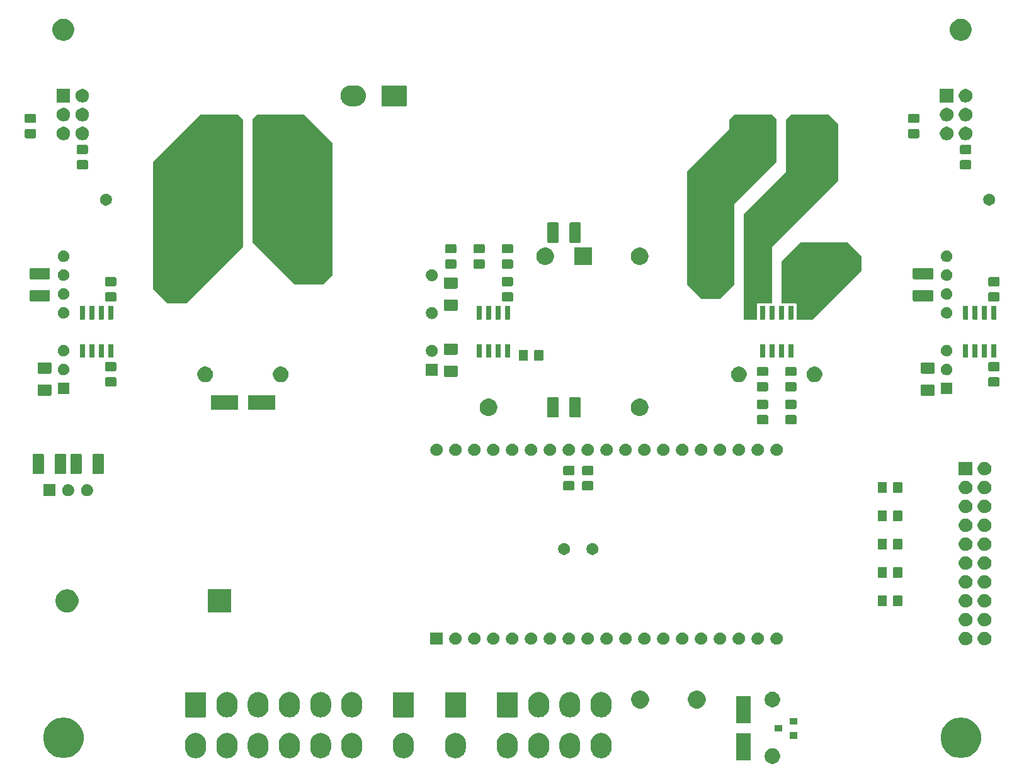
<source format=gbr>
G04 #@! TF.GenerationSoftware,KiCad,Pcbnew,(5.1.5)-3*
G04 #@! TF.CreationDate,2020-02-04T14:54:33-05:00*
G04 #@! TF.ProjectId,PacMan,5061634d-616e-42e6-9b69-6361645f7063,1.2*
G04 #@! TF.SameCoordinates,Original*
G04 #@! TF.FileFunction,Soldermask,Bot*
G04 #@! TF.FilePolarity,Negative*
%FSLAX46Y46*%
G04 Gerber Fmt 4.6, Leading zero omitted, Abs format (unit mm)*
G04 Created by KiCad (PCBNEW (5.1.5)-3) date 2020-02-04 14:54:33*
%MOMM*%
%LPD*%
G04 APERTURE LIST*
%ADD10C,0.100000*%
G04 APERTURE END LIST*
D10*
G36*
X178805064Y-148150889D02*
G01*
X178996333Y-148230115D01*
X178996335Y-148230116D01*
X179122840Y-148314644D01*
X179168473Y-148345135D01*
X179314865Y-148491527D01*
X179429885Y-148663667D01*
X179509111Y-148854936D01*
X179549500Y-149057984D01*
X179549500Y-149265016D01*
X179509111Y-149468064D01*
X179429885Y-149659333D01*
X179429884Y-149659335D01*
X179314865Y-149831473D01*
X179168473Y-149977865D01*
X178996335Y-150092884D01*
X178996334Y-150092885D01*
X178996333Y-150092885D01*
X178805064Y-150172111D01*
X178602016Y-150212500D01*
X178394984Y-150212500D01*
X178191936Y-150172111D01*
X178000667Y-150092885D01*
X178000666Y-150092885D01*
X178000665Y-150092884D01*
X177828527Y-149977865D01*
X177682135Y-149831473D01*
X177567116Y-149659335D01*
X177567115Y-149659333D01*
X177487889Y-149468064D01*
X177447500Y-149265016D01*
X177447500Y-149057984D01*
X177487889Y-148854936D01*
X177567115Y-148663667D01*
X177682135Y-148491527D01*
X177828527Y-148345135D01*
X177874160Y-148314644D01*
X178000665Y-148230116D01*
X178000667Y-148230115D01*
X178191936Y-148150889D01*
X178394984Y-148110500D01*
X178602016Y-148110500D01*
X178805064Y-148150889D01*
G37*
G36*
X175576000Y-149716000D02*
G01*
X173674000Y-149716000D01*
X173674000Y-146114000D01*
X175576000Y-146114000D01*
X175576000Y-149716000D01*
G37*
G36*
X136164643Y-146059272D02*
G01*
X136345056Y-146114000D01*
X136428736Y-146139384D01*
X136658201Y-146262036D01*
X136672119Y-146269475D01*
X136713797Y-146303680D01*
X136885450Y-146444550D01*
X137028092Y-146618360D01*
X137060525Y-146657880D01*
X137060526Y-146657882D01*
X137190616Y-146901263D01*
X137206219Y-146952700D01*
X137270728Y-147165356D01*
X137291000Y-147371182D01*
X137291000Y-148108817D01*
X137270728Y-148314643D01*
X137261478Y-148345135D01*
X137190616Y-148578737D01*
X137074375Y-148796208D01*
X137060525Y-148822120D01*
X137033594Y-148854935D01*
X136885450Y-149035450D01*
X136727691Y-149164918D01*
X136672120Y-149210525D01*
X136672118Y-149210526D01*
X136428737Y-149340616D01*
X136360017Y-149361462D01*
X136164644Y-149420728D01*
X135890000Y-149447778D01*
X135615357Y-149420728D01*
X135419984Y-149361462D01*
X135351264Y-149340616D01*
X135107883Y-149210526D01*
X135107881Y-149210525D01*
X135066203Y-149176320D01*
X134894550Y-149035450D01*
X134746406Y-148854935D01*
X134719475Y-148822120D01*
X134705625Y-148796208D01*
X134589384Y-148578737D01*
X134540511Y-148417623D01*
X134509272Y-148314644D01*
X134493144Y-148150890D01*
X134489000Y-148108820D01*
X134489000Y-147371181D01*
X134509272Y-147165359D01*
X134509272Y-147165357D01*
X134589383Y-146901268D01*
X134589384Y-146901264D01*
X134719474Y-146657883D01*
X134719475Y-146657881D01*
X134753680Y-146616203D01*
X134894550Y-146444550D01*
X135068360Y-146301908D01*
X135107880Y-146269475D01*
X135121798Y-146262036D01*
X135351263Y-146139384D01*
X135434943Y-146114000D01*
X135615356Y-146059272D01*
X135890000Y-146032222D01*
X136164643Y-146059272D01*
G37*
G36*
X101239643Y-146059272D02*
G01*
X101420056Y-146114000D01*
X101503736Y-146139384D01*
X101733201Y-146262036D01*
X101747119Y-146269475D01*
X101788797Y-146303680D01*
X101960450Y-146444550D01*
X102103092Y-146618360D01*
X102135525Y-146657880D01*
X102135526Y-146657882D01*
X102265616Y-146901263D01*
X102281219Y-146952700D01*
X102345728Y-147165356D01*
X102366000Y-147371182D01*
X102366000Y-148108817D01*
X102345728Y-148314643D01*
X102336478Y-148345135D01*
X102265616Y-148578737D01*
X102149375Y-148796208D01*
X102135525Y-148822120D01*
X102108594Y-148854935D01*
X101960450Y-149035450D01*
X101802691Y-149164918D01*
X101747120Y-149210525D01*
X101747118Y-149210526D01*
X101503737Y-149340616D01*
X101435017Y-149361462D01*
X101239644Y-149420728D01*
X100965000Y-149447778D01*
X100690357Y-149420728D01*
X100494984Y-149361462D01*
X100426264Y-149340616D01*
X100182883Y-149210526D01*
X100182881Y-149210525D01*
X100141203Y-149176320D01*
X99969550Y-149035450D01*
X99821406Y-148854935D01*
X99794475Y-148822120D01*
X99780625Y-148796208D01*
X99664384Y-148578737D01*
X99615511Y-148417623D01*
X99584272Y-148314644D01*
X99568144Y-148150890D01*
X99564000Y-148108820D01*
X99564000Y-147371181D01*
X99584272Y-147165359D01*
X99584272Y-147165357D01*
X99664383Y-146901268D01*
X99664384Y-146901264D01*
X99794474Y-146657883D01*
X99794475Y-146657881D01*
X99828680Y-146616203D01*
X99969550Y-146444550D01*
X100143360Y-146301908D01*
X100182880Y-146269475D01*
X100196798Y-146262036D01*
X100426263Y-146139384D01*
X100509943Y-146114000D01*
X100690356Y-146059272D01*
X100965000Y-146032222D01*
X101239643Y-146059272D01*
G37*
G36*
X105439643Y-146059272D02*
G01*
X105620056Y-146114000D01*
X105703736Y-146139384D01*
X105933201Y-146262036D01*
X105947119Y-146269475D01*
X105988797Y-146303680D01*
X106160450Y-146444550D01*
X106303092Y-146618360D01*
X106335525Y-146657880D01*
X106335526Y-146657882D01*
X106465616Y-146901263D01*
X106481219Y-146952700D01*
X106545728Y-147165356D01*
X106566000Y-147371182D01*
X106566000Y-148108817D01*
X106545728Y-148314643D01*
X106536478Y-148345135D01*
X106465616Y-148578737D01*
X106349375Y-148796208D01*
X106335525Y-148822120D01*
X106308594Y-148854935D01*
X106160450Y-149035450D01*
X106002691Y-149164918D01*
X105947120Y-149210525D01*
X105947118Y-149210526D01*
X105703737Y-149340616D01*
X105635017Y-149361462D01*
X105439644Y-149420728D01*
X105165000Y-149447778D01*
X104890357Y-149420728D01*
X104694984Y-149361462D01*
X104626264Y-149340616D01*
X104382883Y-149210526D01*
X104382881Y-149210525D01*
X104341203Y-149176320D01*
X104169550Y-149035450D01*
X104021406Y-148854935D01*
X103994475Y-148822120D01*
X103980625Y-148796208D01*
X103864384Y-148578737D01*
X103815511Y-148417623D01*
X103784272Y-148314644D01*
X103768144Y-148150890D01*
X103764000Y-148108820D01*
X103764000Y-147371181D01*
X103784272Y-147165359D01*
X103784272Y-147165357D01*
X103864383Y-146901268D01*
X103864384Y-146901264D01*
X103994474Y-146657883D01*
X103994475Y-146657881D01*
X104028680Y-146616203D01*
X104169550Y-146444550D01*
X104343360Y-146301908D01*
X104382880Y-146269475D01*
X104396798Y-146262036D01*
X104626263Y-146139384D01*
X104709943Y-146114000D01*
X104890356Y-146059272D01*
X105165000Y-146032222D01*
X105439643Y-146059272D01*
G37*
G36*
X109639643Y-146059272D02*
G01*
X109820056Y-146114000D01*
X109903736Y-146139384D01*
X110133201Y-146262036D01*
X110147119Y-146269475D01*
X110188797Y-146303680D01*
X110360450Y-146444550D01*
X110503092Y-146618360D01*
X110535525Y-146657880D01*
X110535526Y-146657882D01*
X110665616Y-146901263D01*
X110681219Y-146952700D01*
X110745728Y-147165356D01*
X110766000Y-147371182D01*
X110766000Y-148108817D01*
X110745728Y-148314643D01*
X110736478Y-148345135D01*
X110665616Y-148578737D01*
X110549375Y-148796208D01*
X110535525Y-148822120D01*
X110508594Y-148854935D01*
X110360450Y-149035450D01*
X110202691Y-149164918D01*
X110147120Y-149210525D01*
X110147118Y-149210526D01*
X109903737Y-149340616D01*
X109835017Y-149361462D01*
X109639644Y-149420728D01*
X109365000Y-149447778D01*
X109090357Y-149420728D01*
X108894984Y-149361462D01*
X108826264Y-149340616D01*
X108582883Y-149210526D01*
X108582881Y-149210525D01*
X108541203Y-149176320D01*
X108369550Y-149035450D01*
X108221406Y-148854935D01*
X108194475Y-148822120D01*
X108180625Y-148796208D01*
X108064384Y-148578737D01*
X108015511Y-148417623D01*
X107984272Y-148314644D01*
X107968144Y-148150890D01*
X107964000Y-148108820D01*
X107964000Y-147371181D01*
X107984272Y-147165359D01*
X107984272Y-147165357D01*
X108064383Y-146901268D01*
X108064384Y-146901264D01*
X108194474Y-146657883D01*
X108194475Y-146657881D01*
X108228680Y-146616203D01*
X108369550Y-146444550D01*
X108543360Y-146301908D01*
X108582880Y-146269475D01*
X108596798Y-146262036D01*
X108826263Y-146139384D01*
X108909943Y-146114000D01*
X109090356Y-146059272D01*
X109365000Y-146032222D01*
X109639643Y-146059272D01*
G37*
G36*
X113839643Y-146059272D02*
G01*
X114020056Y-146114000D01*
X114103736Y-146139384D01*
X114333201Y-146262036D01*
X114347119Y-146269475D01*
X114388797Y-146303680D01*
X114560450Y-146444550D01*
X114703092Y-146618360D01*
X114735525Y-146657880D01*
X114735526Y-146657882D01*
X114865616Y-146901263D01*
X114881219Y-146952700D01*
X114945728Y-147165356D01*
X114966000Y-147371182D01*
X114966000Y-148108817D01*
X114945728Y-148314643D01*
X114936478Y-148345135D01*
X114865616Y-148578737D01*
X114749375Y-148796208D01*
X114735525Y-148822120D01*
X114708594Y-148854935D01*
X114560450Y-149035450D01*
X114402691Y-149164918D01*
X114347120Y-149210525D01*
X114347118Y-149210526D01*
X114103737Y-149340616D01*
X114035017Y-149361462D01*
X113839644Y-149420728D01*
X113565000Y-149447778D01*
X113290357Y-149420728D01*
X113094984Y-149361462D01*
X113026264Y-149340616D01*
X112782883Y-149210526D01*
X112782881Y-149210525D01*
X112741203Y-149176320D01*
X112569550Y-149035450D01*
X112421406Y-148854935D01*
X112394475Y-148822120D01*
X112380625Y-148796208D01*
X112264384Y-148578737D01*
X112215511Y-148417623D01*
X112184272Y-148314644D01*
X112168144Y-148150890D01*
X112164000Y-148108820D01*
X112164000Y-147371181D01*
X112184272Y-147165359D01*
X112184272Y-147165357D01*
X112264383Y-146901268D01*
X112264384Y-146901264D01*
X112394474Y-146657883D01*
X112394475Y-146657881D01*
X112428680Y-146616203D01*
X112569550Y-146444550D01*
X112743360Y-146301908D01*
X112782880Y-146269475D01*
X112796798Y-146262036D01*
X113026263Y-146139384D01*
X113109943Y-146114000D01*
X113290356Y-146059272D01*
X113565000Y-146032222D01*
X113839643Y-146059272D01*
G37*
G36*
X118039643Y-146059272D02*
G01*
X118220056Y-146114000D01*
X118303736Y-146139384D01*
X118533201Y-146262036D01*
X118547119Y-146269475D01*
X118588797Y-146303680D01*
X118760450Y-146444550D01*
X118903092Y-146618360D01*
X118935525Y-146657880D01*
X118935526Y-146657882D01*
X119065616Y-146901263D01*
X119081219Y-146952700D01*
X119145728Y-147165356D01*
X119166000Y-147371182D01*
X119166000Y-148108817D01*
X119145728Y-148314643D01*
X119136478Y-148345135D01*
X119065616Y-148578737D01*
X118949375Y-148796208D01*
X118935525Y-148822120D01*
X118908594Y-148854935D01*
X118760450Y-149035450D01*
X118602691Y-149164918D01*
X118547120Y-149210525D01*
X118547118Y-149210526D01*
X118303737Y-149340616D01*
X118235017Y-149361462D01*
X118039644Y-149420728D01*
X117765000Y-149447778D01*
X117490357Y-149420728D01*
X117294984Y-149361462D01*
X117226264Y-149340616D01*
X116982883Y-149210526D01*
X116982881Y-149210525D01*
X116941203Y-149176320D01*
X116769550Y-149035450D01*
X116621406Y-148854935D01*
X116594475Y-148822120D01*
X116580625Y-148796208D01*
X116464384Y-148578737D01*
X116415511Y-148417623D01*
X116384272Y-148314644D01*
X116368144Y-148150890D01*
X116364000Y-148108820D01*
X116364000Y-147371181D01*
X116384272Y-147165359D01*
X116384272Y-147165357D01*
X116464383Y-146901268D01*
X116464384Y-146901264D01*
X116594474Y-146657883D01*
X116594475Y-146657881D01*
X116628680Y-146616203D01*
X116769550Y-146444550D01*
X116943360Y-146301908D01*
X116982880Y-146269475D01*
X116996798Y-146262036D01*
X117226263Y-146139384D01*
X117309943Y-146114000D01*
X117490356Y-146059272D01*
X117765000Y-146032222D01*
X118039643Y-146059272D01*
G37*
G36*
X122239643Y-146059272D02*
G01*
X122420056Y-146114000D01*
X122503736Y-146139384D01*
X122733201Y-146262036D01*
X122747119Y-146269475D01*
X122788797Y-146303680D01*
X122960450Y-146444550D01*
X123103092Y-146618360D01*
X123135525Y-146657880D01*
X123135526Y-146657882D01*
X123265616Y-146901263D01*
X123281219Y-146952700D01*
X123345728Y-147165356D01*
X123366000Y-147371182D01*
X123366000Y-148108817D01*
X123345728Y-148314643D01*
X123336478Y-148345135D01*
X123265616Y-148578737D01*
X123149375Y-148796208D01*
X123135525Y-148822120D01*
X123108594Y-148854935D01*
X122960450Y-149035450D01*
X122802691Y-149164918D01*
X122747120Y-149210525D01*
X122747118Y-149210526D01*
X122503737Y-149340616D01*
X122435017Y-149361462D01*
X122239644Y-149420728D01*
X121965000Y-149447778D01*
X121690357Y-149420728D01*
X121494984Y-149361462D01*
X121426264Y-149340616D01*
X121182883Y-149210526D01*
X121182881Y-149210525D01*
X121141203Y-149176320D01*
X120969550Y-149035450D01*
X120821406Y-148854935D01*
X120794475Y-148822120D01*
X120780625Y-148796208D01*
X120664384Y-148578737D01*
X120615511Y-148417623D01*
X120584272Y-148314644D01*
X120568144Y-148150890D01*
X120564000Y-148108820D01*
X120564000Y-147371181D01*
X120584272Y-147165359D01*
X120584272Y-147165357D01*
X120664383Y-146901268D01*
X120664384Y-146901264D01*
X120794474Y-146657883D01*
X120794475Y-146657881D01*
X120828680Y-146616203D01*
X120969550Y-146444550D01*
X121143360Y-146301908D01*
X121182880Y-146269475D01*
X121196798Y-146262036D01*
X121426263Y-146139384D01*
X121509943Y-146114000D01*
X121690356Y-146059272D01*
X121965000Y-146032222D01*
X122239643Y-146059272D01*
G37*
G36*
X147349643Y-146059272D02*
G01*
X147530056Y-146114000D01*
X147613736Y-146139384D01*
X147843201Y-146262036D01*
X147857119Y-146269475D01*
X147898797Y-146303680D01*
X148070450Y-146444550D01*
X148213092Y-146618360D01*
X148245525Y-146657880D01*
X148245526Y-146657882D01*
X148375616Y-146901263D01*
X148391219Y-146952700D01*
X148455728Y-147165356D01*
X148476000Y-147371182D01*
X148476000Y-148108817D01*
X148455728Y-148314643D01*
X148446478Y-148345135D01*
X148375616Y-148578737D01*
X148259375Y-148796208D01*
X148245525Y-148822120D01*
X148218594Y-148854935D01*
X148070450Y-149035450D01*
X147912691Y-149164918D01*
X147857120Y-149210525D01*
X147857118Y-149210526D01*
X147613737Y-149340616D01*
X147545017Y-149361462D01*
X147349644Y-149420728D01*
X147075000Y-149447778D01*
X146800357Y-149420728D01*
X146604984Y-149361462D01*
X146536264Y-149340616D01*
X146292883Y-149210526D01*
X146292881Y-149210525D01*
X146251203Y-149176320D01*
X146079550Y-149035450D01*
X145931406Y-148854935D01*
X145904475Y-148822120D01*
X145890625Y-148796208D01*
X145774384Y-148578737D01*
X145725511Y-148417623D01*
X145694272Y-148314644D01*
X145678144Y-148150890D01*
X145674000Y-148108820D01*
X145674000Y-147371181D01*
X145694272Y-147165359D01*
X145694272Y-147165357D01*
X145774383Y-146901268D01*
X145774384Y-146901264D01*
X145904474Y-146657883D01*
X145904475Y-146657881D01*
X145938680Y-146616203D01*
X146079550Y-146444550D01*
X146253360Y-146301908D01*
X146292880Y-146269475D01*
X146306798Y-146262036D01*
X146536263Y-146139384D01*
X146619943Y-146114000D01*
X146800356Y-146059272D01*
X147075000Y-146032222D01*
X147349643Y-146059272D01*
G37*
G36*
X151549643Y-146059272D02*
G01*
X151730056Y-146114000D01*
X151813736Y-146139384D01*
X152043201Y-146262036D01*
X152057119Y-146269475D01*
X152098797Y-146303680D01*
X152270450Y-146444550D01*
X152413092Y-146618360D01*
X152445525Y-146657880D01*
X152445526Y-146657882D01*
X152575616Y-146901263D01*
X152591219Y-146952700D01*
X152655728Y-147165356D01*
X152676000Y-147371182D01*
X152676000Y-148108817D01*
X152655728Y-148314643D01*
X152646478Y-148345135D01*
X152575616Y-148578737D01*
X152459375Y-148796208D01*
X152445525Y-148822120D01*
X152418594Y-148854935D01*
X152270450Y-149035450D01*
X152112691Y-149164918D01*
X152057120Y-149210525D01*
X152057118Y-149210526D01*
X151813737Y-149340616D01*
X151745017Y-149361462D01*
X151549644Y-149420728D01*
X151275000Y-149447778D01*
X151000357Y-149420728D01*
X150804984Y-149361462D01*
X150736264Y-149340616D01*
X150492883Y-149210526D01*
X150492881Y-149210525D01*
X150451203Y-149176320D01*
X150279550Y-149035450D01*
X150131406Y-148854935D01*
X150104475Y-148822120D01*
X150090625Y-148796208D01*
X149974384Y-148578737D01*
X149925511Y-148417623D01*
X149894272Y-148314644D01*
X149878144Y-148150890D01*
X149874000Y-148108820D01*
X149874000Y-147371181D01*
X149894272Y-147165359D01*
X149894272Y-147165357D01*
X149974383Y-146901268D01*
X149974384Y-146901264D01*
X150104474Y-146657883D01*
X150104475Y-146657881D01*
X150138680Y-146616203D01*
X150279550Y-146444550D01*
X150453360Y-146301908D01*
X150492880Y-146269475D01*
X150506798Y-146262036D01*
X150736263Y-146139384D01*
X150819943Y-146114000D01*
X151000356Y-146059272D01*
X151275000Y-146032222D01*
X151549643Y-146059272D01*
G37*
G36*
X155749643Y-146059272D02*
G01*
X155930056Y-146114000D01*
X156013736Y-146139384D01*
X156243201Y-146262036D01*
X156257119Y-146269475D01*
X156298797Y-146303680D01*
X156470450Y-146444550D01*
X156613092Y-146618360D01*
X156645525Y-146657880D01*
X156645526Y-146657882D01*
X156775616Y-146901263D01*
X156791219Y-146952700D01*
X156855728Y-147165356D01*
X156876000Y-147371182D01*
X156876000Y-148108817D01*
X156855728Y-148314643D01*
X156846478Y-148345135D01*
X156775616Y-148578737D01*
X156659375Y-148796208D01*
X156645525Y-148822120D01*
X156618594Y-148854935D01*
X156470450Y-149035450D01*
X156312691Y-149164918D01*
X156257120Y-149210525D01*
X156257118Y-149210526D01*
X156013737Y-149340616D01*
X155945017Y-149361462D01*
X155749644Y-149420728D01*
X155475000Y-149447778D01*
X155200357Y-149420728D01*
X155004984Y-149361462D01*
X154936264Y-149340616D01*
X154692883Y-149210526D01*
X154692881Y-149210525D01*
X154651203Y-149176320D01*
X154479550Y-149035450D01*
X154331406Y-148854935D01*
X154304475Y-148822120D01*
X154290625Y-148796208D01*
X154174384Y-148578737D01*
X154125511Y-148417623D01*
X154094272Y-148314644D01*
X154078144Y-148150890D01*
X154074000Y-148108820D01*
X154074000Y-147371181D01*
X154094272Y-147165359D01*
X154094272Y-147165357D01*
X154174383Y-146901268D01*
X154174384Y-146901264D01*
X154304474Y-146657883D01*
X154304475Y-146657881D01*
X154338680Y-146616203D01*
X154479550Y-146444550D01*
X154653360Y-146301908D01*
X154692880Y-146269475D01*
X154706798Y-146262036D01*
X154936263Y-146139384D01*
X155019943Y-146114000D01*
X155200356Y-146059272D01*
X155475000Y-146032222D01*
X155749643Y-146059272D01*
G37*
G36*
X129179643Y-146059272D02*
G01*
X129360056Y-146114000D01*
X129443736Y-146139384D01*
X129673201Y-146262036D01*
X129687119Y-146269475D01*
X129728797Y-146303680D01*
X129900450Y-146444550D01*
X130043092Y-146618360D01*
X130075525Y-146657880D01*
X130075526Y-146657882D01*
X130205616Y-146901263D01*
X130221219Y-146952700D01*
X130285728Y-147165356D01*
X130306000Y-147371182D01*
X130306000Y-148108817D01*
X130285728Y-148314643D01*
X130276478Y-148345135D01*
X130205616Y-148578737D01*
X130089375Y-148796208D01*
X130075525Y-148822120D01*
X130048594Y-148854935D01*
X129900450Y-149035450D01*
X129742691Y-149164918D01*
X129687120Y-149210525D01*
X129687118Y-149210526D01*
X129443737Y-149340616D01*
X129375017Y-149361462D01*
X129179644Y-149420728D01*
X128905000Y-149447778D01*
X128630357Y-149420728D01*
X128434984Y-149361462D01*
X128366264Y-149340616D01*
X128122883Y-149210526D01*
X128122881Y-149210525D01*
X128081203Y-149176320D01*
X127909550Y-149035450D01*
X127761406Y-148854935D01*
X127734475Y-148822120D01*
X127720625Y-148796208D01*
X127604384Y-148578737D01*
X127555511Y-148417623D01*
X127524272Y-148314644D01*
X127508144Y-148150890D01*
X127504000Y-148108820D01*
X127504000Y-147371181D01*
X127524272Y-147165359D01*
X127524272Y-147165357D01*
X127604383Y-146901268D01*
X127604384Y-146901264D01*
X127734474Y-146657883D01*
X127734475Y-146657881D01*
X127768680Y-146616203D01*
X127909550Y-146444550D01*
X128083360Y-146301908D01*
X128122880Y-146269475D01*
X128136798Y-146262036D01*
X128366263Y-146139384D01*
X128449943Y-146114000D01*
X128630356Y-146059272D01*
X128905000Y-146032222D01*
X129179643Y-146059272D01*
G37*
G36*
X143149643Y-146059272D02*
G01*
X143330056Y-146114000D01*
X143413736Y-146139384D01*
X143643201Y-146262036D01*
X143657119Y-146269475D01*
X143698797Y-146303680D01*
X143870450Y-146444550D01*
X144013092Y-146618360D01*
X144045525Y-146657880D01*
X144045526Y-146657882D01*
X144175616Y-146901263D01*
X144191219Y-146952700D01*
X144255728Y-147165356D01*
X144276000Y-147371182D01*
X144276000Y-148108817D01*
X144255728Y-148314643D01*
X144246478Y-148345135D01*
X144175616Y-148578737D01*
X144059375Y-148796208D01*
X144045525Y-148822120D01*
X144018594Y-148854935D01*
X143870450Y-149035450D01*
X143712691Y-149164918D01*
X143657120Y-149210525D01*
X143657118Y-149210526D01*
X143413737Y-149340616D01*
X143345017Y-149361462D01*
X143149644Y-149420728D01*
X142875000Y-149447778D01*
X142600357Y-149420728D01*
X142404984Y-149361462D01*
X142336264Y-149340616D01*
X142092883Y-149210526D01*
X142092881Y-149210525D01*
X142051203Y-149176320D01*
X141879550Y-149035450D01*
X141731406Y-148854935D01*
X141704475Y-148822120D01*
X141690625Y-148796208D01*
X141574384Y-148578737D01*
X141525511Y-148417623D01*
X141494272Y-148314644D01*
X141478144Y-148150890D01*
X141474000Y-148108820D01*
X141474000Y-147371181D01*
X141494272Y-147165359D01*
X141494272Y-147165357D01*
X141574383Y-146901268D01*
X141574384Y-146901264D01*
X141704474Y-146657883D01*
X141704475Y-146657881D01*
X141738680Y-146616203D01*
X141879550Y-146444550D01*
X142053360Y-146301908D01*
X142092880Y-146269475D01*
X142106798Y-146262036D01*
X142336263Y-146139384D01*
X142419943Y-146114000D01*
X142600356Y-146059272D01*
X142875000Y-146032222D01*
X143149643Y-146059272D01*
G37*
G36*
X83688985Y-144014000D02*
G01*
X83977811Y-144071451D01*
X84472456Y-144276340D01*
X84917624Y-144573792D01*
X85296208Y-144952376D01*
X85593660Y-145397544D01*
X85798549Y-145892189D01*
X85903000Y-146417300D01*
X85903000Y-146952700D01*
X85798549Y-147477811D01*
X85593660Y-147972456D01*
X85296208Y-148417624D01*
X84917624Y-148796208D01*
X84472456Y-149093660D01*
X83977811Y-149298549D01*
X83766326Y-149340616D01*
X83452701Y-149403000D01*
X82917299Y-149403000D01*
X82603674Y-149340616D01*
X82392189Y-149298549D01*
X81897544Y-149093660D01*
X81452376Y-148796208D01*
X81073792Y-148417624D01*
X80776340Y-147972456D01*
X80571451Y-147477811D01*
X80467000Y-146952700D01*
X80467000Y-146417300D01*
X80571451Y-145892189D01*
X80776340Y-145397544D01*
X81073792Y-144952376D01*
X81452376Y-144573792D01*
X81897544Y-144276340D01*
X82392189Y-144071451D01*
X82681015Y-144014000D01*
X82917299Y-143967000D01*
X83452701Y-143967000D01*
X83688985Y-144014000D01*
G37*
G36*
X204338985Y-144014000D02*
G01*
X204627811Y-144071451D01*
X205122456Y-144276340D01*
X205567624Y-144573792D01*
X205946208Y-144952376D01*
X206243660Y-145397544D01*
X206448549Y-145892189D01*
X206553000Y-146417300D01*
X206553000Y-146952700D01*
X206448549Y-147477811D01*
X206243660Y-147972456D01*
X205946208Y-148417624D01*
X205567624Y-148796208D01*
X205122456Y-149093660D01*
X204627811Y-149298549D01*
X204416326Y-149340616D01*
X204102701Y-149403000D01*
X203567299Y-149403000D01*
X203253674Y-149340616D01*
X203042189Y-149298549D01*
X202547544Y-149093660D01*
X202102376Y-148796208D01*
X201723792Y-148417624D01*
X201426340Y-147972456D01*
X201221451Y-147477811D01*
X201117000Y-146952700D01*
X201117000Y-146417300D01*
X201221451Y-145892189D01*
X201426340Y-145397544D01*
X201723792Y-144952376D01*
X202102376Y-144573792D01*
X202547544Y-144276340D01*
X203042189Y-144071451D01*
X203331015Y-144014000D01*
X203567299Y-143967000D01*
X204102701Y-143967000D01*
X204338985Y-144014000D01*
G37*
G36*
X181841000Y-146816000D02*
G01*
X180839000Y-146816000D01*
X180839000Y-145914000D01*
X181841000Y-145914000D01*
X181841000Y-146816000D01*
G37*
G36*
X179841000Y-145866000D02*
G01*
X178839000Y-145866000D01*
X178839000Y-144964000D01*
X179841000Y-144964000D01*
X179841000Y-145866000D01*
G37*
G36*
X181841000Y-144916000D02*
G01*
X180839000Y-144916000D01*
X180839000Y-144014000D01*
X181841000Y-144014000D01*
X181841000Y-144916000D01*
G37*
G36*
X175576000Y-144716000D02*
G01*
X173674000Y-144716000D01*
X173674000Y-141114000D01*
X175576000Y-141114000D01*
X175576000Y-144716000D01*
G37*
G36*
X122239643Y-140559272D02*
G01*
X122435016Y-140618538D01*
X122503736Y-140639384D01*
X122706624Y-140747830D01*
X122747119Y-140769475D01*
X122782419Y-140798445D01*
X122960450Y-140944550D01*
X123099513Y-141114000D01*
X123135525Y-141157880D01*
X123135526Y-141157882D01*
X123265616Y-141401263D01*
X123272274Y-141423212D01*
X123345728Y-141665356D01*
X123366000Y-141871182D01*
X123366000Y-142608817D01*
X123345728Y-142814643D01*
X123286461Y-143010018D01*
X123265616Y-143078737D01*
X123142964Y-143308202D01*
X123135525Y-143322120D01*
X123089918Y-143377691D01*
X122960450Y-143535450D01*
X122802691Y-143664918D01*
X122747120Y-143710525D01*
X122747118Y-143710526D01*
X122503737Y-143840616D01*
X122435017Y-143861462D01*
X122239644Y-143920728D01*
X121965000Y-143947778D01*
X121690357Y-143920728D01*
X121494984Y-143861462D01*
X121426264Y-143840616D01*
X121182883Y-143710526D01*
X121182881Y-143710525D01*
X121141203Y-143676320D01*
X120969550Y-143535450D01*
X120826908Y-143361640D01*
X120794475Y-143322120D01*
X120787036Y-143308202D01*
X120664384Y-143078737D01*
X120643538Y-143010017D01*
X120584272Y-142814644D01*
X120564000Y-142608818D01*
X120564000Y-141871183D01*
X120584272Y-141665357D01*
X120664383Y-141401268D01*
X120664384Y-141401264D01*
X120794474Y-141157883D01*
X120794475Y-141157881D01*
X120830487Y-141114000D01*
X120969550Y-140944550D01*
X121143360Y-140801908D01*
X121182880Y-140769475D01*
X121223375Y-140747830D01*
X121426263Y-140639384D01*
X121494983Y-140618538D01*
X121690356Y-140559272D01*
X121965000Y-140532222D01*
X122239643Y-140559272D01*
G37*
G36*
X155749643Y-140559272D02*
G01*
X155945016Y-140618538D01*
X156013736Y-140639384D01*
X156216624Y-140747830D01*
X156257119Y-140769475D01*
X156292419Y-140798445D01*
X156470450Y-140944550D01*
X156609513Y-141114000D01*
X156645525Y-141157880D01*
X156645526Y-141157882D01*
X156775616Y-141401263D01*
X156782274Y-141423212D01*
X156855728Y-141665356D01*
X156876000Y-141871182D01*
X156876000Y-142608817D01*
X156855728Y-142814643D01*
X156796461Y-143010018D01*
X156775616Y-143078737D01*
X156652964Y-143308202D01*
X156645525Y-143322120D01*
X156599918Y-143377691D01*
X156470450Y-143535450D01*
X156312691Y-143664918D01*
X156257120Y-143710525D01*
X156257118Y-143710526D01*
X156013737Y-143840616D01*
X155945017Y-143861462D01*
X155749644Y-143920728D01*
X155475000Y-143947778D01*
X155200357Y-143920728D01*
X155004984Y-143861462D01*
X154936264Y-143840616D01*
X154692883Y-143710526D01*
X154692881Y-143710525D01*
X154651203Y-143676320D01*
X154479550Y-143535450D01*
X154336908Y-143361640D01*
X154304475Y-143322120D01*
X154297036Y-143308202D01*
X154174384Y-143078737D01*
X154153538Y-143010017D01*
X154094272Y-142814644D01*
X154074000Y-142608818D01*
X154074000Y-141871183D01*
X154094272Y-141665357D01*
X154174383Y-141401268D01*
X154174384Y-141401264D01*
X154304474Y-141157883D01*
X154304475Y-141157881D01*
X154340487Y-141114000D01*
X154479550Y-140944550D01*
X154653360Y-140801908D01*
X154692880Y-140769475D01*
X154733375Y-140747830D01*
X154936263Y-140639384D01*
X155004983Y-140618538D01*
X155200356Y-140559272D01*
X155475000Y-140532222D01*
X155749643Y-140559272D01*
G37*
G36*
X151549643Y-140559272D02*
G01*
X151745016Y-140618538D01*
X151813736Y-140639384D01*
X152016624Y-140747830D01*
X152057119Y-140769475D01*
X152092419Y-140798445D01*
X152270450Y-140944550D01*
X152409513Y-141114000D01*
X152445525Y-141157880D01*
X152445526Y-141157882D01*
X152575616Y-141401263D01*
X152582274Y-141423212D01*
X152655728Y-141665356D01*
X152676000Y-141871182D01*
X152676000Y-142608817D01*
X152655728Y-142814643D01*
X152596461Y-143010018D01*
X152575616Y-143078737D01*
X152452964Y-143308202D01*
X152445525Y-143322120D01*
X152399918Y-143377691D01*
X152270450Y-143535450D01*
X152112691Y-143664918D01*
X152057120Y-143710525D01*
X152057118Y-143710526D01*
X151813737Y-143840616D01*
X151745017Y-143861462D01*
X151549644Y-143920728D01*
X151275000Y-143947778D01*
X151000357Y-143920728D01*
X150804984Y-143861462D01*
X150736264Y-143840616D01*
X150492883Y-143710526D01*
X150492881Y-143710525D01*
X150451203Y-143676320D01*
X150279550Y-143535450D01*
X150136908Y-143361640D01*
X150104475Y-143322120D01*
X150097036Y-143308202D01*
X149974384Y-143078737D01*
X149953538Y-143010017D01*
X149894272Y-142814644D01*
X149874000Y-142608818D01*
X149874000Y-141871183D01*
X149894272Y-141665357D01*
X149974383Y-141401268D01*
X149974384Y-141401264D01*
X150104474Y-141157883D01*
X150104475Y-141157881D01*
X150140487Y-141114000D01*
X150279550Y-140944550D01*
X150453360Y-140801908D01*
X150492880Y-140769475D01*
X150533375Y-140747830D01*
X150736263Y-140639384D01*
X150804983Y-140618538D01*
X151000356Y-140559272D01*
X151275000Y-140532222D01*
X151549643Y-140559272D01*
G37*
G36*
X147349643Y-140559272D02*
G01*
X147545016Y-140618538D01*
X147613736Y-140639384D01*
X147816624Y-140747830D01*
X147857119Y-140769475D01*
X147892419Y-140798445D01*
X148070450Y-140944550D01*
X148209513Y-141114000D01*
X148245525Y-141157880D01*
X148245526Y-141157882D01*
X148375616Y-141401263D01*
X148382274Y-141423212D01*
X148455728Y-141665356D01*
X148476000Y-141871182D01*
X148476000Y-142608817D01*
X148455728Y-142814643D01*
X148396461Y-143010018D01*
X148375616Y-143078737D01*
X148252964Y-143308202D01*
X148245525Y-143322120D01*
X148199918Y-143377691D01*
X148070450Y-143535450D01*
X147912691Y-143664918D01*
X147857120Y-143710525D01*
X147857118Y-143710526D01*
X147613737Y-143840616D01*
X147545017Y-143861462D01*
X147349644Y-143920728D01*
X147075000Y-143947778D01*
X146800357Y-143920728D01*
X146604984Y-143861462D01*
X146536264Y-143840616D01*
X146292883Y-143710526D01*
X146292881Y-143710525D01*
X146251203Y-143676320D01*
X146079550Y-143535450D01*
X145936908Y-143361640D01*
X145904475Y-143322120D01*
X145897036Y-143308202D01*
X145774384Y-143078737D01*
X145753538Y-143010017D01*
X145694272Y-142814644D01*
X145674000Y-142608818D01*
X145674000Y-141871183D01*
X145694272Y-141665357D01*
X145774383Y-141401268D01*
X145774384Y-141401264D01*
X145904474Y-141157883D01*
X145904475Y-141157881D01*
X145940487Y-141114000D01*
X146079550Y-140944550D01*
X146253360Y-140801908D01*
X146292880Y-140769475D01*
X146333375Y-140747830D01*
X146536263Y-140639384D01*
X146604983Y-140618538D01*
X146800356Y-140559272D01*
X147075000Y-140532222D01*
X147349643Y-140559272D01*
G37*
G36*
X118039643Y-140559272D02*
G01*
X118235016Y-140618538D01*
X118303736Y-140639384D01*
X118506624Y-140747830D01*
X118547119Y-140769475D01*
X118582419Y-140798445D01*
X118760450Y-140944550D01*
X118899513Y-141114000D01*
X118935525Y-141157880D01*
X118935526Y-141157882D01*
X119065616Y-141401263D01*
X119072274Y-141423212D01*
X119145728Y-141665356D01*
X119166000Y-141871182D01*
X119166000Y-142608817D01*
X119145728Y-142814643D01*
X119086461Y-143010018D01*
X119065616Y-143078737D01*
X118942964Y-143308202D01*
X118935525Y-143322120D01*
X118889918Y-143377691D01*
X118760450Y-143535450D01*
X118602691Y-143664918D01*
X118547120Y-143710525D01*
X118547118Y-143710526D01*
X118303737Y-143840616D01*
X118235017Y-143861462D01*
X118039644Y-143920728D01*
X117765000Y-143947778D01*
X117490357Y-143920728D01*
X117294984Y-143861462D01*
X117226264Y-143840616D01*
X116982883Y-143710526D01*
X116982881Y-143710525D01*
X116941203Y-143676320D01*
X116769550Y-143535450D01*
X116626908Y-143361640D01*
X116594475Y-143322120D01*
X116587036Y-143308202D01*
X116464384Y-143078737D01*
X116443538Y-143010017D01*
X116384272Y-142814644D01*
X116364000Y-142608818D01*
X116364000Y-141871183D01*
X116384272Y-141665357D01*
X116464383Y-141401268D01*
X116464384Y-141401264D01*
X116594474Y-141157883D01*
X116594475Y-141157881D01*
X116630487Y-141114000D01*
X116769550Y-140944550D01*
X116943360Y-140801908D01*
X116982880Y-140769475D01*
X117023375Y-140747830D01*
X117226263Y-140639384D01*
X117294983Y-140618538D01*
X117490356Y-140559272D01*
X117765000Y-140532222D01*
X118039643Y-140559272D01*
G37*
G36*
X113839643Y-140559272D02*
G01*
X114035016Y-140618538D01*
X114103736Y-140639384D01*
X114306624Y-140747830D01*
X114347119Y-140769475D01*
X114382419Y-140798445D01*
X114560450Y-140944550D01*
X114699513Y-141114000D01*
X114735525Y-141157880D01*
X114735526Y-141157882D01*
X114865616Y-141401263D01*
X114872274Y-141423212D01*
X114945728Y-141665356D01*
X114966000Y-141871182D01*
X114966000Y-142608817D01*
X114945728Y-142814643D01*
X114886461Y-143010018D01*
X114865616Y-143078737D01*
X114742964Y-143308202D01*
X114735525Y-143322120D01*
X114689918Y-143377691D01*
X114560450Y-143535450D01*
X114402691Y-143664918D01*
X114347120Y-143710525D01*
X114347118Y-143710526D01*
X114103737Y-143840616D01*
X114035017Y-143861462D01*
X113839644Y-143920728D01*
X113565000Y-143947778D01*
X113290357Y-143920728D01*
X113094984Y-143861462D01*
X113026264Y-143840616D01*
X112782883Y-143710526D01*
X112782881Y-143710525D01*
X112741203Y-143676320D01*
X112569550Y-143535450D01*
X112426908Y-143361640D01*
X112394475Y-143322120D01*
X112387036Y-143308202D01*
X112264384Y-143078737D01*
X112243538Y-143010017D01*
X112184272Y-142814644D01*
X112164000Y-142608818D01*
X112164000Y-141871183D01*
X112184272Y-141665357D01*
X112264383Y-141401268D01*
X112264384Y-141401264D01*
X112394474Y-141157883D01*
X112394475Y-141157881D01*
X112430487Y-141114000D01*
X112569550Y-140944550D01*
X112743360Y-140801908D01*
X112782880Y-140769475D01*
X112823375Y-140747830D01*
X113026263Y-140639384D01*
X113094983Y-140618538D01*
X113290356Y-140559272D01*
X113565000Y-140532222D01*
X113839643Y-140559272D01*
G37*
G36*
X109639643Y-140559272D02*
G01*
X109835016Y-140618538D01*
X109903736Y-140639384D01*
X110106624Y-140747830D01*
X110147119Y-140769475D01*
X110182419Y-140798445D01*
X110360450Y-140944550D01*
X110499513Y-141114000D01*
X110535525Y-141157880D01*
X110535526Y-141157882D01*
X110665616Y-141401263D01*
X110672274Y-141423212D01*
X110745728Y-141665356D01*
X110766000Y-141871182D01*
X110766000Y-142608817D01*
X110745728Y-142814643D01*
X110686461Y-143010018D01*
X110665616Y-143078737D01*
X110542964Y-143308202D01*
X110535525Y-143322120D01*
X110489918Y-143377691D01*
X110360450Y-143535450D01*
X110202691Y-143664918D01*
X110147120Y-143710525D01*
X110147118Y-143710526D01*
X109903737Y-143840616D01*
X109835017Y-143861462D01*
X109639644Y-143920728D01*
X109365000Y-143947778D01*
X109090357Y-143920728D01*
X108894984Y-143861462D01*
X108826264Y-143840616D01*
X108582883Y-143710526D01*
X108582881Y-143710525D01*
X108541203Y-143676320D01*
X108369550Y-143535450D01*
X108226908Y-143361640D01*
X108194475Y-143322120D01*
X108187036Y-143308202D01*
X108064384Y-143078737D01*
X108043538Y-143010017D01*
X107984272Y-142814644D01*
X107964000Y-142608818D01*
X107964000Y-141871183D01*
X107984272Y-141665357D01*
X108064383Y-141401268D01*
X108064384Y-141401264D01*
X108194474Y-141157883D01*
X108194475Y-141157881D01*
X108230487Y-141114000D01*
X108369550Y-140944550D01*
X108543360Y-140801908D01*
X108582880Y-140769475D01*
X108623375Y-140747830D01*
X108826263Y-140639384D01*
X108894983Y-140618538D01*
X109090356Y-140559272D01*
X109365000Y-140532222D01*
X109639643Y-140559272D01*
G37*
G36*
X105439643Y-140559272D02*
G01*
X105635016Y-140618538D01*
X105703736Y-140639384D01*
X105906624Y-140747830D01*
X105947119Y-140769475D01*
X105982419Y-140798445D01*
X106160450Y-140944550D01*
X106299513Y-141114000D01*
X106335525Y-141157880D01*
X106335526Y-141157882D01*
X106465616Y-141401263D01*
X106472274Y-141423212D01*
X106545728Y-141665356D01*
X106566000Y-141871182D01*
X106566000Y-142608817D01*
X106545728Y-142814643D01*
X106486461Y-143010018D01*
X106465616Y-143078737D01*
X106342964Y-143308202D01*
X106335525Y-143322120D01*
X106289918Y-143377691D01*
X106160450Y-143535450D01*
X106002691Y-143664918D01*
X105947120Y-143710525D01*
X105947118Y-143710526D01*
X105703737Y-143840616D01*
X105635017Y-143861462D01*
X105439644Y-143920728D01*
X105165000Y-143947778D01*
X104890357Y-143920728D01*
X104694984Y-143861462D01*
X104626264Y-143840616D01*
X104382883Y-143710526D01*
X104382881Y-143710525D01*
X104341203Y-143676320D01*
X104169550Y-143535450D01*
X104026908Y-143361640D01*
X103994475Y-143322120D01*
X103987036Y-143308202D01*
X103864384Y-143078737D01*
X103843538Y-143010017D01*
X103784272Y-142814644D01*
X103764000Y-142608818D01*
X103764000Y-141871183D01*
X103784272Y-141665357D01*
X103864383Y-141401268D01*
X103864384Y-141401264D01*
X103994474Y-141157883D01*
X103994475Y-141157881D01*
X104030487Y-141114000D01*
X104169550Y-140944550D01*
X104343360Y-140801908D01*
X104382880Y-140769475D01*
X104423375Y-140747830D01*
X104626263Y-140639384D01*
X104694983Y-140618538D01*
X104890356Y-140559272D01*
X105165000Y-140532222D01*
X105439643Y-140559272D01*
G37*
G36*
X102239031Y-140542621D02*
G01*
X102268486Y-140551556D01*
X102295623Y-140566062D01*
X102319414Y-140585586D01*
X102338938Y-140609377D01*
X102353444Y-140636514D01*
X102362379Y-140665969D01*
X102366000Y-140702734D01*
X102366000Y-143777266D01*
X102362379Y-143814031D01*
X102353444Y-143843486D01*
X102338938Y-143870623D01*
X102319414Y-143894414D01*
X102295623Y-143913938D01*
X102268486Y-143928444D01*
X102239031Y-143937379D01*
X102202266Y-143941000D01*
X99727734Y-143941000D01*
X99690969Y-143937379D01*
X99661514Y-143928444D01*
X99634377Y-143913938D01*
X99610586Y-143894414D01*
X99591062Y-143870623D01*
X99576556Y-143843486D01*
X99567621Y-143814031D01*
X99564000Y-143777266D01*
X99564000Y-140702734D01*
X99567621Y-140665969D01*
X99576556Y-140636514D01*
X99591062Y-140609377D01*
X99610586Y-140585586D01*
X99634377Y-140566062D01*
X99661514Y-140551556D01*
X99690969Y-140542621D01*
X99727734Y-140539000D01*
X102202266Y-140539000D01*
X102239031Y-140542621D01*
G37*
G36*
X144149031Y-140542621D02*
G01*
X144178486Y-140551556D01*
X144205623Y-140566062D01*
X144229414Y-140585586D01*
X144248938Y-140609377D01*
X144263444Y-140636514D01*
X144272379Y-140665969D01*
X144276000Y-140702734D01*
X144276000Y-143777266D01*
X144272379Y-143814031D01*
X144263444Y-143843486D01*
X144248938Y-143870623D01*
X144229414Y-143894414D01*
X144205623Y-143913938D01*
X144178486Y-143928444D01*
X144149031Y-143937379D01*
X144112266Y-143941000D01*
X141637734Y-143941000D01*
X141600969Y-143937379D01*
X141571514Y-143928444D01*
X141544377Y-143913938D01*
X141520586Y-143894414D01*
X141501062Y-143870623D01*
X141486556Y-143843486D01*
X141477621Y-143814031D01*
X141474000Y-143777266D01*
X141474000Y-140702734D01*
X141477621Y-140665969D01*
X141486556Y-140636514D01*
X141501062Y-140609377D01*
X141520586Y-140585586D01*
X141544377Y-140566062D01*
X141571514Y-140551556D01*
X141600969Y-140542621D01*
X141637734Y-140539000D01*
X144112266Y-140539000D01*
X144149031Y-140542621D01*
G37*
G36*
X130179031Y-140542621D02*
G01*
X130208486Y-140551556D01*
X130235623Y-140566062D01*
X130259414Y-140585586D01*
X130278938Y-140609377D01*
X130293444Y-140636514D01*
X130302379Y-140665969D01*
X130306000Y-140702734D01*
X130306000Y-143777266D01*
X130302379Y-143814031D01*
X130293444Y-143843486D01*
X130278938Y-143870623D01*
X130259414Y-143894414D01*
X130235623Y-143913938D01*
X130208486Y-143928444D01*
X130179031Y-143937379D01*
X130142266Y-143941000D01*
X127667734Y-143941000D01*
X127630969Y-143937379D01*
X127601514Y-143928444D01*
X127574377Y-143913938D01*
X127550586Y-143894414D01*
X127531062Y-143870623D01*
X127516556Y-143843486D01*
X127507621Y-143814031D01*
X127504000Y-143777266D01*
X127504000Y-140702734D01*
X127507621Y-140665969D01*
X127516556Y-140636514D01*
X127531062Y-140609377D01*
X127550586Y-140585586D01*
X127574377Y-140566062D01*
X127601514Y-140551556D01*
X127630969Y-140542621D01*
X127667734Y-140539000D01*
X130142266Y-140539000D01*
X130179031Y-140542621D01*
G37*
G36*
X137164031Y-140542621D02*
G01*
X137193486Y-140551556D01*
X137220623Y-140566062D01*
X137244414Y-140585586D01*
X137263938Y-140609377D01*
X137278444Y-140636514D01*
X137287379Y-140665969D01*
X137291000Y-140702734D01*
X137291000Y-143777266D01*
X137287379Y-143814031D01*
X137278444Y-143843486D01*
X137263938Y-143870623D01*
X137244414Y-143894414D01*
X137220623Y-143913938D01*
X137193486Y-143928444D01*
X137164031Y-143937379D01*
X137127266Y-143941000D01*
X134652734Y-143941000D01*
X134615969Y-143937379D01*
X134586514Y-143928444D01*
X134559377Y-143913938D01*
X134535586Y-143894414D01*
X134516062Y-143870623D01*
X134501556Y-143843486D01*
X134492621Y-143814031D01*
X134489000Y-143777266D01*
X134489000Y-140702734D01*
X134492621Y-140665969D01*
X134501556Y-140636514D01*
X134516062Y-140609377D01*
X134535586Y-140585586D01*
X134559377Y-140566062D01*
X134586514Y-140551556D01*
X134615969Y-140542621D01*
X134652734Y-140539000D01*
X137127266Y-140539000D01*
X137164031Y-140542621D01*
G37*
G36*
X161068818Y-140386653D02*
G01*
X161287385Y-140477187D01*
X161287387Y-140477188D01*
X161484093Y-140608622D01*
X161651378Y-140775907D01*
X161764062Y-140944552D01*
X161782813Y-140972615D01*
X161873347Y-141191182D01*
X161919500Y-141423210D01*
X161919500Y-141659790D01*
X161873347Y-141891818D01*
X161812244Y-142039333D01*
X161782812Y-142110387D01*
X161651378Y-142307093D01*
X161484093Y-142474378D01*
X161287387Y-142605812D01*
X161287386Y-142605813D01*
X161287385Y-142605813D01*
X161068818Y-142696347D01*
X160836790Y-142742500D01*
X160600210Y-142742500D01*
X160368182Y-142696347D01*
X160149615Y-142605813D01*
X160149614Y-142605813D01*
X160149613Y-142605812D01*
X159952907Y-142474378D01*
X159785622Y-142307093D01*
X159654188Y-142110387D01*
X159624756Y-142039333D01*
X159563653Y-141891818D01*
X159517500Y-141659790D01*
X159517500Y-141423210D01*
X159563653Y-141191182D01*
X159654187Y-140972615D01*
X159672938Y-140944552D01*
X159785622Y-140775907D01*
X159952907Y-140608622D01*
X160149613Y-140477188D01*
X160149615Y-140477187D01*
X160368182Y-140386653D01*
X160600210Y-140340500D01*
X160836790Y-140340500D01*
X161068818Y-140386653D01*
G37*
G36*
X168688818Y-140386653D02*
G01*
X168907385Y-140477187D01*
X168907387Y-140477188D01*
X169104093Y-140608622D01*
X169271378Y-140775907D01*
X169384062Y-140944552D01*
X169402813Y-140972615D01*
X169493347Y-141191182D01*
X169539500Y-141423210D01*
X169539500Y-141659790D01*
X169493347Y-141891818D01*
X169432244Y-142039333D01*
X169402812Y-142110387D01*
X169271378Y-142307093D01*
X169104093Y-142474378D01*
X168907387Y-142605812D01*
X168907386Y-142605813D01*
X168907385Y-142605813D01*
X168688818Y-142696347D01*
X168456790Y-142742500D01*
X168220210Y-142742500D01*
X167988182Y-142696347D01*
X167769615Y-142605813D01*
X167769614Y-142605813D01*
X167769613Y-142605812D01*
X167572907Y-142474378D01*
X167405622Y-142307093D01*
X167274188Y-142110387D01*
X167244756Y-142039333D01*
X167183653Y-141891818D01*
X167137500Y-141659790D01*
X167137500Y-141423210D01*
X167183653Y-141191182D01*
X167274187Y-140972615D01*
X167292938Y-140944552D01*
X167405622Y-140775907D01*
X167572907Y-140608622D01*
X167769613Y-140477188D01*
X167769615Y-140477187D01*
X167988182Y-140386653D01*
X168220210Y-140340500D01*
X168456790Y-140340500D01*
X168688818Y-140386653D01*
G37*
G36*
X178805064Y-140530889D02*
G01*
X178994551Y-140609377D01*
X178996335Y-140610116D01*
X179168473Y-140725135D01*
X179314865Y-140871527D01*
X179382409Y-140972613D01*
X179429885Y-141043667D01*
X179509111Y-141234936D01*
X179549500Y-141437984D01*
X179549500Y-141645016D01*
X179509111Y-141848064D01*
X179490987Y-141891819D01*
X179429884Y-142039335D01*
X179314865Y-142211473D01*
X179168473Y-142357865D01*
X178996335Y-142472884D01*
X178996334Y-142472885D01*
X178996333Y-142472885D01*
X178805064Y-142552111D01*
X178602016Y-142592500D01*
X178394984Y-142592500D01*
X178191936Y-142552111D01*
X178000667Y-142472885D01*
X178000666Y-142472885D01*
X178000665Y-142472884D01*
X177828527Y-142357865D01*
X177682135Y-142211473D01*
X177567116Y-142039335D01*
X177506013Y-141891819D01*
X177487889Y-141848064D01*
X177447500Y-141645016D01*
X177447500Y-141437984D01*
X177487889Y-141234936D01*
X177567115Y-141043667D01*
X177614592Y-140972613D01*
X177682135Y-140871527D01*
X177828527Y-140725135D01*
X178000665Y-140610116D01*
X178002449Y-140609377D01*
X178191936Y-140530889D01*
X178394984Y-140490500D01*
X178602016Y-140490500D01*
X178805064Y-140530889D01*
G37*
G36*
X204736778Y-132470547D02*
G01*
X204903224Y-132539491D01*
X205053022Y-132639583D01*
X205180417Y-132766978D01*
X205280509Y-132916776D01*
X205349453Y-133083222D01*
X205384600Y-133259918D01*
X205384600Y-133440082D01*
X205349453Y-133616778D01*
X205280509Y-133783224D01*
X205180417Y-133933022D01*
X205053022Y-134060417D01*
X204903224Y-134160509D01*
X204736778Y-134229453D01*
X204560082Y-134264600D01*
X204379918Y-134264600D01*
X204203222Y-134229453D01*
X204036776Y-134160509D01*
X203886978Y-134060417D01*
X203759583Y-133933022D01*
X203659491Y-133783224D01*
X203590547Y-133616778D01*
X203555400Y-133440082D01*
X203555400Y-133259918D01*
X203590547Y-133083222D01*
X203659491Y-132916776D01*
X203759583Y-132766978D01*
X203886978Y-132639583D01*
X204036776Y-132539491D01*
X204203222Y-132470547D01*
X204379918Y-132435400D01*
X204560082Y-132435400D01*
X204736778Y-132470547D01*
G37*
G36*
X207276778Y-132470547D02*
G01*
X207443224Y-132539491D01*
X207593022Y-132639583D01*
X207720417Y-132766978D01*
X207820509Y-132916776D01*
X207889453Y-133083222D01*
X207924600Y-133259918D01*
X207924600Y-133440082D01*
X207889453Y-133616778D01*
X207820509Y-133783224D01*
X207720417Y-133933022D01*
X207593022Y-134060417D01*
X207443224Y-134160509D01*
X207276778Y-134229453D01*
X207100082Y-134264600D01*
X206919918Y-134264600D01*
X206743222Y-134229453D01*
X206576776Y-134160509D01*
X206426978Y-134060417D01*
X206299583Y-133933022D01*
X206199491Y-133783224D01*
X206130547Y-133616778D01*
X206095400Y-133440082D01*
X206095400Y-133259918D01*
X206130547Y-133083222D01*
X206199491Y-132916776D01*
X206299583Y-132766978D01*
X206426978Y-132639583D01*
X206576776Y-132539491D01*
X206743222Y-132470547D01*
X206919918Y-132435400D01*
X207100082Y-132435400D01*
X207276778Y-132470547D01*
G37*
G36*
X174232394Y-132550934D02*
G01*
X174383624Y-132613576D01*
X174383626Y-132613577D01*
X174519732Y-132704520D01*
X174635480Y-132820268D01*
X174699964Y-132916776D01*
X174726424Y-132956376D01*
X174789066Y-133107606D01*
X174821000Y-133268152D01*
X174821000Y-133431848D01*
X174789066Y-133592394D01*
X174726424Y-133743624D01*
X174726423Y-133743626D01*
X174635480Y-133879732D01*
X174519732Y-133995480D01*
X174383626Y-134086423D01*
X174383625Y-134086424D01*
X174383624Y-134086424D01*
X174232394Y-134149066D01*
X174071848Y-134181000D01*
X173908152Y-134181000D01*
X173747606Y-134149066D01*
X173596376Y-134086424D01*
X173596375Y-134086424D01*
X173596374Y-134086423D01*
X173460268Y-133995480D01*
X173344520Y-133879732D01*
X173253577Y-133743626D01*
X173253576Y-133743624D01*
X173190934Y-133592394D01*
X173159000Y-133431848D01*
X173159000Y-133268152D01*
X173190934Y-133107606D01*
X173253576Y-132956376D01*
X173280036Y-132916776D01*
X173344520Y-132820268D01*
X173460268Y-132704520D01*
X173596374Y-132613577D01*
X173596376Y-132613576D01*
X173747606Y-132550934D01*
X173908152Y-132519000D01*
X174071848Y-132519000D01*
X174232394Y-132550934D01*
G37*
G36*
X153912394Y-132550934D02*
G01*
X154063624Y-132613576D01*
X154063626Y-132613577D01*
X154199732Y-132704520D01*
X154315480Y-132820268D01*
X154379964Y-132916776D01*
X154406424Y-132956376D01*
X154469066Y-133107606D01*
X154501000Y-133268152D01*
X154501000Y-133431848D01*
X154469066Y-133592394D01*
X154406424Y-133743624D01*
X154406423Y-133743626D01*
X154315480Y-133879732D01*
X154199732Y-133995480D01*
X154063626Y-134086423D01*
X154063625Y-134086424D01*
X154063624Y-134086424D01*
X153912394Y-134149066D01*
X153751848Y-134181000D01*
X153588152Y-134181000D01*
X153427606Y-134149066D01*
X153276376Y-134086424D01*
X153276375Y-134086424D01*
X153276374Y-134086423D01*
X153140268Y-133995480D01*
X153024520Y-133879732D01*
X152933577Y-133743626D01*
X152933576Y-133743624D01*
X152870934Y-133592394D01*
X152839000Y-133431848D01*
X152839000Y-133268152D01*
X152870934Y-133107606D01*
X152933576Y-132956376D01*
X152960036Y-132916776D01*
X153024520Y-132820268D01*
X153140268Y-132704520D01*
X153276374Y-132613577D01*
X153276376Y-132613576D01*
X153427606Y-132550934D01*
X153588152Y-132519000D01*
X153751848Y-132519000D01*
X153912394Y-132550934D01*
G37*
G36*
X156452394Y-132550934D02*
G01*
X156603624Y-132613576D01*
X156603626Y-132613577D01*
X156739732Y-132704520D01*
X156855480Y-132820268D01*
X156919964Y-132916776D01*
X156946424Y-132956376D01*
X157009066Y-133107606D01*
X157041000Y-133268152D01*
X157041000Y-133431848D01*
X157009066Y-133592394D01*
X156946424Y-133743624D01*
X156946423Y-133743626D01*
X156855480Y-133879732D01*
X156739732Y-133995480D01*
X156603626Y-134086423D01*
X156603625Y-134086424D01*
X156603624Y-134086424D01*
X156452394Y-134149066D01*
X156291848Y-134181000D01*
X156128152Y-134181000D01*
X155967606Y-134149066D01*
X155816376Y-134086424D01*
X155816375Y-134086424D01*
X155816374Y-134086423D01*
X155680268Y-133995480D01*
X155564520Y-133879732D01*
X155473577Y-133743626D01*
X155473576Y-133743624D01*
X155410934Y-133592394D01*
X155379000Y-133431848D01*
X155379000Y-133268152D01*
X155410934Y-133107606D01*
X155473576Y-132956376D01*
X155500036Y-132916776D01*
X155564520Y-132820268D01*
X155680268Y-132704520D01*
X155816374Y-132613577D01*
X155816376Y-132613576D01*
X155967606Y-132550934D01*
X156128152Y-132519000D01*
X156291848Y-132519000D01*
X156452394Y-132550934D01*
G37*
G36*
X158992394Y-132550934D02*
G01*
X159143624Y-132613576D01*
X159143626Y-132613577D01*
X159279732Y-132704520D01*
X159395480Y-132820268D01*
X159459964Y-132916776D01*
X159486424Y-132956376D01*
X159549066Y-133107606D01*
X159581000Y-133268152D01*
X159581000Y-133431848D01*
X159549066Y-133592394D01*
X159486424Y-133743624D01*
X159486423Y-133743626D01*
X159395480Y-133879732D01*
X159279732Y-133995480D01*
X159143626Y-134086423D01*
X159143625Y-134086424D01*
X159143624Y-134086424D01*
X158992394Y-134149066D01*
X158831848Y-134181000D01*
X158668152Y-134181000D01*
X158507606Y-134149066D01*
X158356376Y-134086424D01*
X158356375Y-134086424D01*
X158356374Y-134086423D01*
X158220268Y-133995480D01*
X158104520Y-133879732D01*
X158013577Y-133743626D01*
X158013576Y-133743624D01*
X157950934Y-133592394D01*
X157919000Y-133431848D01*
X157919000Y-133268152D01*
X157950934Y-133107606D01*
X158013576Y-132956376D01*
X158040036Y-132916776D01*
X158104520Y-132820268D01*
X158220268Y-132704520D01*
X158356374Y-132613577D01*
X158356376Y-132613576D01*
X158507606Y-132550934D01*
X158668152Y-132519000D01*
X158831848Y-132519000D01*
X158992394Y-132550934D01*
G37*
G36*
X171692394Y-132550934D02*
G01*
X171843624Y-132613576D01*
X171843626Y-132613577D01*
X171979732Y-132704520D01*
X172095480Y-132820268D01*
X172159964Y-132916776D01*
X172186424Y-132956376D01*
X172249066Y-133107606D01*
X172281000Y-133268152D01*
X172281000Y-133431848D01*
X172249066Y-133592394D01*
X172186424Y-133743624D01*
X172186423Y-133743626D01*
X172095480Y-133879732D01*
X171979732Y-133995480D01*
X171843626Y-134086423D01*
X171843625Y-134086424D01*
X171843624Y-134086424D01*
X171692394Y-134149066D01*
X171531848Y-134181000D01*
X171368152Y-134181000D01*
X171207606Y-134149066D01*
X171056376Y-134086424D01*
X171056375Y-134086424D01*
X171056374Y-134086423D01*
X170920268Y-133995480D01*
X170804520Y-133879732D01*
X170713577Y-133743626D01*
X170713576Y-133743624D01*
X170650934Y-133592394D01*
X170619000Y-133431848D01*
X170619000Y-133268152D01*
X170650934Y-133107606D01*
X170713576Y-132956376D01*
X170740036Y-132916776D01*
X170804520Y-132820268D01*
X170920268Y-132704520D01*
X171056374Y-132613577D01*
X171056376Y-132613576D01*
X171207606Y-132550934D01*
X171368152Y-132519000D01*
X171531848Y-132519000D01*
X171692394Y-132550934D01*
G37*
G36*
X169152394Y-132550934D02*
G01*
X169303624Y-132613576D01*
X169303626Y-132613577D01*
X169439732Y-132704520D01*
X169555480Y-132820268D01*
X169619964Y-132916776D01*
X169646424Y-132956376D01*
X169709066Y-133107606D01*
X169741000Y-133268152D01*
X169741000Y-133431848D01*
X169709066Y-133592394D01*
X169646424Y-133743624D01*
X169646423Y-133743626D01*
X169555480Y-133879732D01*
X169439732Y-133995480D01*
X169303626Y-134086423D01*
X169303625Y-134086424D01*
X169303624Y-134086424D01*
X169152394Y-134149066D01*
X168991848Y-134181000D01*
X168828152Y-134181000D01*
X168667606Y-134149066D01*
X168516376Y-134086424D01*
X168516375Y-134086424D01*
X168516374Y-134086423D01*
X168380268Y-133995480D01*
X168264520Y-133879732D01*
X168173577Y-133743626D01*
X168173576Y-133743624D01*
X168110934Y-133592394D01*
X168079000Y-133431848D01*
X168079000Y-133268152D01*
X168110934Y-133107606D01*
X168173576Y-132956376D01*
X168200036Y-132916776D01*
X168264520Y-132820268D01*
X168380268Y-132704520D01*
X168516374Y-132613577D01*
X168516376Y-132613576D01*
X168667606Y-132550934D01*
X168828152Y-132519000D01*
X168991848Y-132519000D01*
X169152394Y-132550934D01*
G37*
G36*
X166612394Y-132550934D02*
G01*
X166763624Y-132613576D01*
X166763626Y-132613577D01*
X166899732Y-132704520D01*
X167015480Y-132820268D01*
X167079964Y-132916776D01*
X167106424Y-132956376D01*
X167169066Y-133107606D01*
X167201000Y-133268152D01*
X167201000Y-133431848D01*
X167169066Y-133592394D01*
X167106424Y-133743624D01*
X167106423Y-133743626D01*
X167015480Y-133879732D01*
X166899732Y-133995480D01*
X166763626Y-134086423D01*
X166763625Y-134086424D01*
X166763624Y-134086424D01*
X166612394Y-134149066D01*
X166451848Y-134181000D01*
X166288152Y-134181000D01*
X166127606Y-134149066D01*
X165976376Y-134086424D01*
X165976375Y-134086424D01*
X165976374Y-134086423D01*
X165840268Y-133995480D01*
X165724520Y-133879732D01*
X165633577Y-133743626D01*
X165633576Y-133743624D01*
X165570934Y-133592394D01*
X165539000Y-133431848D01*
X165539000Y-133268152D01*
X165570934Y-133107606D01*
X165633576Y-132956376D01*
X165660036Y-132916776D01*
X165724520Y-132820268D01*
X165840268Y-132704520D01*
X165976374Y-132613577D01*
X165976376Y-132613576D01*
X166127606Y-132550934D01*
X166288152Y-132519000D01*
X166451848Y-132519000D01*
X166612394Y-132550934D01*
G37*
G36*
X164072394Y-132550934D02*
G01*
X164223624Y-132613576D01*
X164223626Y-132613577D01*
X164359732Y-132704520D01*
X164475480Y-132820268D01*
X164539964Y-132916776D01*
X164566424Y-132956376D01*
X164629066Y-133107606D01*
X164661000Y-133268152D01*
X164661000Y-133431848D01*
X164629066Y-133592394D01*
X164566424Y-133743624D01*
X164566423Y-133743626D01*
X164475480Y-133879732D01*
X164359732Y-133995480D01*
X164223626Y-134086423D01*
X164223625Y-134086424D01*
X164223624Y-134086424D01*
X164072394Y-134149066D01*
X163911848Y-134181000D01*
X163748152Y-134181000D01*
X163587606Y-134149066D01*
X163436376Y-134086424D01*
X163436375Y-134086424D01*
X163436374Y-134086423D01*
X163300268Y-133995480D01*
X163184520Y-133879732D01*
X163093577Y-133743626D01*
X163093576Y-133743624D01*
X163030934Y-133592394D01*
X162999000Y-133431848D01*
X162999000Y-133268152D01*
X163030934Y-133107606D01*
X163093576Y-132956376D01*
X163120036Y-132916776D01*
X163184520Y-132820268D01*
X163300268Y-132704520D01*
X163436374Y-132613577D01*
X163436376Y-132613576D01*
X163587606Y-132550934D01*
X163748152Y-132519000D01*
X163911848Y-132519000D01*
X164072394Y-132550934D01*
G37*
G36*
X161532394Y-132550934D02*
G01*
X161683624Y-132613576D01*
X161683626Y-132613577D01*
X161819732Y-132704520D01*
X161935480Y-132820268D01*
X161999964Y-132916776D01*
X162026424Y-132956376D01*
X162089066Y-133107606D01*
X162121000Y-133268152D01*
X162121000Y-133431848D01*
X162089066Y-133592394D01*
X162026424Y-133743624D01*
X162026423Y-133743626D01*
X161935480Y-133879732D01*
X161819732Y-133995480D01*
X161683626Y-134086423D01*
X161683625Y-134086424D01*
X161683624Y-134086424D01*
X161532394Y-134149066D01*
X161371848Y-134181000D01*
X161208152Y-134181000D01*
X161047606Y-134149066D01*
X160896376Y-134086424D01*
X160896375Y-134086424D01*
X160896374Y-134086423D01*
X160760268Y-133995480D01*
X160644520Y-133879732D01*
X160553577Y-133743626D01*
X160553576Y-133743624D01*
X160490934Y-133592394D01*
X160459000Y-133431848D01*
X160459000Y-133268152D01*
X160490934Y-133107606D01*
X160553576Y-132956376D01*
X160580036Y-132916776D01*
X160644520Y-132820268D01*
X160760268Y-132704520D01*
X160896374Y-132613577D01*
X160896376Y-132613576D01*
X161047606Y-132550934D01*
X161208152Y-132519000D01*
X161371848Y-132519000D01*
X161532394Y-132550934D01*
G37*
G36*
X151372394Y-132550934D02*
G01*
X151523624Y-132613576D01*
X151523626Y-132613577D01*
X151659732Y-132704520D01*
X151775480Y-132820268D01*
X151839964Y-132916776D01*
X151866424Y-132956376D01*
X151929066Y-133107606D01*
X151961000Y-133268152D01*
X151961000Y-133431848D01*
X151929066Y-133592394D01*
X151866424Y-133743624D01*
X151866423Y-133743626D01*
X151775480Y-133879732D01*
X151659732Y-133995480D01*
X151523626Y-134086423D01*
X151523625Y-134086424D01*
X151523624Y-134086424D01*
X151372394Y-134149066D01*
X151211848Y-134181000D01*
X151048152Y-134181000D01*
X150887606Y-134149066D01*
X150736376Y-134086424D01*
X150736375Y-134086424D01*
X150736374Y-134086423D01*
X150600268Y-133995480D01*
X150484520Y-133879732D01*
X150393577Y-133743626D01*
X150393576Y-133743624D01*
X150330934Y-133592394D01*
X150299000Y-133431848D01*
X150299000Y-133268152D01*
X150330934Y-133107606D01*
X150393576Y-132956376D01*
X150420036Y-132916776D01*
X150484520Y-132820268D01*
X150600268Y-132704520D01*
X150736374Y-132613577D01*
X150736376Y-132613576D01*
X150887606Y-132550934D01*
X151048152Y-132519000D01*
X151211848Y-132519000D01*
X151372394Y-132550934D01*
G37*
G36*
X146292394Y-132550934D02*
G01*
X146443624Y-132613576D01*
X146443626Y-132613577D01*
X146579732Y-132704520D01*
X146695480Y-132820268D01*
X146759964Y-132916776D01*
X146786424Y-132956376D01*
X146849066Y-133107606D01*
X146881000Y-133268152D01*
X146881000Y-133431848D01*
X146849066Y-133592394D01*
X146786424Y-133743624D01*
X146786423Y-133743626D01*
X146695480Y-133879732D01*
X146579732Y-133995480D01*
X146443626Y-134086423D01*
X146443625Y-134086424D01*
X146443624Y-134086424D01*
X146292394Y-134149066D01*
X146131848Y-134181000D01*
X145968152Y-134181000D01*
X145807606Y-134149066D01*
X145656376Y-134086424D01*
X145656375Y-134086424D01*
X145656374Y-134086423D01*
X145520268Y-133995480D01*
X145404520Y-133879732D01*
X145313577Y-133743626D01*
X145313576Y-133743624D01*
X145250934Y-133592394D01*
X145219000Y-133431848D01*
X145219000Y-133268152D01*
X145250934Y-133107606D01*
X145313576Y-132956376D01*
X145340036Y-132916776D01*
X145404520Y-132820268D01*
X145520268Y-132704520D01*
X145656374Y-132613577D01*
X145656376Y-132613576D01*
X145807606Y-132550934D01*
X145968152Y-132519000D01*
X146131848Y-132519000D01*
X146292394Y-132550934D01*
G37*
G36*
X143752394Y-132550934D02*
G01*
X143903624Y-132613576D01*
X143903626Y-132613577D01*
X144039732Y-132704520D01*
X144155480Y-132820268D01*
X144219964Y-132916776D01*
X144246424Y-132956376D01*
X144309066Y-133107606D01*
X144341000Y-133268152D01*
X144341000Y-133431848D01*
X144309066Y-133592394D01*
X144246424Y-133743624D01*
X144246423Y-133743626D01*
X144155480Y-133879732D01*
X144039732Y-133995480D01*
X143903626Y-134086423D01*
X143903625Y-134086424D01*
X143903624Y-134086424D01*
X143752394Y-134149066D01*
X143591848Y-134181000D01*
X143428152Y-134181000D01*
X143267606Y-134149066D01*
X143116376Y-134086424D01*
X143116375Y-134086424D01*
X143116374Y-134086423D01*
X142980268Y-133995480D01*
X142864520Y-133879732D01*
X142773577Y-133743626D01*
X142773576Y-133743624D01*
X142710934Y-133592394D01*
X142679000Y-133431848D01*
X142679000Y-133268152D01*
X142710934Y-133107606D01*
X142773576Y-132956376D01*
X142800036Y-132916776D01*
X142864520Y-132820268D01*
X142980268Y-132704520D01*
X143116374Y-132613577D01*
X143116376Y-132613576D01*
X143267606Y-132550934D01*
X143428152Y-132519000D01*
X143591848Y-132519000D01*
X143752394Y-132550934D01*
G37*
G36*
X141212394Y-132550934D02*
G01*
X141363624Y-132613576D01*
X141363626Y-132613577D01*
X141499732Y-132704520D01*
X141615480Y-132820268D01*
X141679964Y-132916776D01*
X141706424Y-132956376D01*
X141769066Y-133107606D01*
X141801000Y-133268152D01*
X141801000Y-133431848D01*
X141769066Y-133592394D01*
X141706424Y-133743624D01*
X141706423Y-133743626D01*
X141615480Y-133879732D01*
X141499732Y-133995480D01*
X141363626Y-134086423D01*
X141363625Y-134086424D01*
X141363624Y-134086424D01*
X141212394Y-134149066D01*
X141051848Y-134181000D01*
X140888152Y-134181000D01*
X140727606Y-134149066D01*
X140576376Y-134086424D01*
X140576375Y-134086424D01*
X140576374Y-134086423D01*
X140440268Y-133995480D01*
X140324520Y-133879732D01*
X140233577Y-133743626D01*
X140233576Y-133743624D01*
X140170934Y-133592394D01*
X140139000Y-133431848D01*
X140139000Y-133268152D01*
X140170934Y-133107606D01*
X140233576Y-132956376D01*
X140260036Y-132916776D01*
X140324520Y-132820268D01*
X140440268Y-132704520D01*
X140576374Y-132613577D01*
X140576376Y-132613576D01*
X140727606Y-132550934D01*
X140888152Y-132519000D01*
X141051848Y-132519000D01*
X141212394Y-132550934D01*
G37*
G36*
X138672394Y-132550934D02*
G01*
X138823624Y-132613576D01*
X138823626Y-132613577D01*
X138959732Y-132704520D01*
X139075480Y-132820268D01*
X139139964Y-132916776D01*
X139166424Y-132956376D01*
X139229066Y-133107606D01*
X139261000Y-133268152D01*
X139261000Y-133431848D01*
X139229066Y-133592394D01*
X139166424Y-133743624D01*
X139166423Y-133743626D01*
X139075480Y-133879732D01*
X138959732Y-133995480D01*
X138823626Y-134086423D01*
X138823625Y-134086424D01*
X138823624Y-134086424D01*
X138672394Y-134149066D01*
X138511848Y-134181000D01*
X138348152Y-134181000D01*
X138187606Y-134149066D01*
X138036376Y-134086424D01*
X138036375Y-134086424D01*
X138036374Y-134086423D01*
X137900268Y-133995480D01*
X137784520Y-133879732D01*
X137693577Y-133743626D01*
X137693576Y-133743624D01*
X137630934Y-133592394D01*
X137599000Y-133431848D01*
X137599000Y-133268152D01*
X137630934Y-133107606D01*
X137693576Y-132956376D01*
X137720036Y-132916776D01*
X137784520Y-132820268D01*
X137900268Y-132704520D01*
X138036374Y-132613577D01*
X138036376Y-132613576D01*
X138187606Y-132550934D01*
X138348152Y-132519000D01*
X138511848Y-132519000D01*
X138672394Y-132550934D01*
G37*
G36*
X136132394Y-132550934D02*
G01*
X136283624Y-132613576D01*
X136283626Y-132613577D01*
X136419732Y-132704520D01*
X136535480Y-132820268D01*
X136599964Y-132916776D01*
X136626424Y-132956376D01*
X136689066Y-133107606D01*
X136721000Y-133268152D01*
X136721000Y-133431848D01*
X136689066Y-133592394D01*
X136626424Y-133743624D01*
X136626423Y-133743626D01*
X136535480Y-133879732D01*
X136419732Y-133995480D01*
X136283626Y-134086423D01*
X136283625Y-134086424D01*
X136283624Y-134086424D01*
X136132394Y-134149066D01*
X135971848Y-134181000D01*
X135808152Y-134181000D01*
X135647606Y-134149066D01*
X135496376Y-134086424D01*
X135496375Y-134086424D01*
X135496374Y-134086423D01*
X135360268Y-133995480D01*
X135244520Y-133879732D01*
X135153577Y-133743626D01*
X135153576Y-133743624D01*
X135090934Y-133592394D01*
X135059000Y-133431848D01*
X135059000Y-133268152D01*
X135090934Y-133107606D01*
X135153576Y-132956376D01*
X135180036Y-132916776D01*
X135244520Y-132820268D01*
X135360268Y-132704520D01*
X135496374Y-132613577D01*
X135496376Y-132613576D01*
X135647606Y-132550934D01*
X135808152Y-132519000D01*
X135971848Y-132519000D01*
X136132394Y-132550934D01*
G37*
G36*
X134181000Y-134181000D02*
G01*
X132519000Y-134181000D01*
X132519000Y-132519000D01*
X134181000Y-132519000D01*
X134181000Y-134181000D01*
G37*
G36*
X179312394Y-132550934D02*
G01*
X179463624Y-132613576D01*
X179463626Y-132613577D01*
X179599732Y-132704520D01*
X179715480Y-132820268D01*
X179779964Y-132916776D01*
X179806424Y-132956376D01*
X179869066Y-133107606D01*
X179901000Y-133268152D01*
X179901000Y-133431848D01*
X179869066Y-133592394D01*
X179806424Y-133743624D01*
X179806423Y-133743626D01*
X179715480Y-133879732D01*
X179599732Y-133995480D01*
X179463626Y-134086423D01*
X179463625Y-134086424D01*
X179463624Y-134086424D01*
X179312394Y-134149066D01*
X179151848Y-134181000D01*
X178988152Y-134181000D01*
X178827606Y-134149066D01*
X178676376Y-134086424D01*
X178676375Y-134086424D01*
X178676374Y-134086423D01*
X178540268Y-133995480D01*
X178424520Y-133879732D01*
X178333577Y-133743626D01*
X178333576Y-133743624D01*
X178270934Y-133592394D01*
X178239000Y-133431848D01*
X178239000Y-133268152D01*
X178270934Y-133107606D01*
X178333576Y-132956376D01*
X178360036Y-132916776D01*
X178424520Y-132820268D01*
X178540268Y-132704520D01*
X178676374Y-132613577D01*
X178676376Y-132613576D01*
X178827606Y-132550934D01*
X178988152Y-132519000D01*
X179151848Y-132519000D01*
X179312394Y-132550934D01*
G37*
G36*
X176772394Y-132550934D02*
G01*
X176923624Y-132613576D01*
X176923626Y-132613577D01*
X177059732Y-132704520D01*
X177175480Y-132820268D01*
X177239964Y-132916776D01*
X177266424Y-132956376D01*
X177329066Y-133107606D01*
X177361000Y-133268152D01*
X177361000Y-133431848D01*
X177329066Y-133592394D01*
X177266424Y-133743624D01*
X177266423Y-133743626D01*
X177175480Y-133879732D01*
X177059732Y-133995480D01*
X176923626Y-134086423D01*
X176923625Y-134086424D01*
X176923624Y-134086424D01*
X176772394Y-134149066D01*
X176611848Y-134181000D01*
X176448152Y-134181000D01*
X176287606Y-134149066D01*
X176136376Y-134086424D01*
X176136375Y-134086424D01*
X176136374Y-134086423D01*
X176000268Y-133995480D01*
X175884520Y-133879732D01*
X175793577Y-133743626D01*
X175793576Y-133743624D01*
X175730934Y-133592394D01*
X175699000Y-133431848D01*
X175699000Y-133268152D01*
X175730934Y-133107606D01*
X175793576Y-132956376D01*
X175820036Y-132916776D01*
X175884520Y-132820268D01*
X176000268Y-132704520D01*
X176136374Y-132613577D01*
X176136376Y-132613576D01*
X176287606Y-132550934D01*
X176448152Y-132519000D01*
X176611848Y-132519000D01*
X176772394Y-132550934D01*
G37*
G36*
X148832394Y-132550934D02*
G01*
X148983624Y-132613576D01*
X148983626Y-132613577D01*
X149119732Y-132704520D01*
X149235480Y-132820268D01*
X149299964Y-132916776D01*
X149326424Y-132956376D01*
X149389066Y-133107606D01*
X149421000Y-133268152D01*
X149421000Y-133431848D01*
X149389066Y-133592394D01*
X149326424Y-133743624D01*
X149326423Y-133743626D01*
X149235480Y-133879732D01*
X149119732Y-133995480D01*
X148983626Y-134086423D01*
X148983625Y-134086424D01*
X148983624Y-134086424D01*
X148832394Y-134149066D01*
X148671848Y-134181000D01*
X148508152Y-134181000D01*
X148347606Y-134149066D01*
X148196376Y-134086424D01*
X148196375Y-134086424D01*
X148196374Y-134086423D01*
X148060268Y-133995480D01*
X147944520Y-133879732D01*
X147853577Y-133743626D01*
X147853576Y-133743624D01*
X147790934Y-133592394D01*
X147759000Y-133431848D01*
X147759000Y-133268152D01*
X147790934Y-133107606D01*
X147853576Y-132956376D01*
X147880036Y-132916776D01*
X147944520Y-132820268D01*
X148060268Y-132704520D01*
X148196374Y-132613577D01*
X148196376Y-132613576D01*
X148347606Y-132550934D01*
X148508152Y-132519000D01*
X148671848Y-132519000D01*
X148832394Y-132550934D01*
G37*
G36*
X207276778Y-129930547D02*
G01*
X207443224Y-129999491D01*
X207593022Y-130099583D01*
X207720417Y-130226978D01*
X207820509Y-130376776D01*
X207889453Y-130543222D01*
X207924600Y-130719918D01*
X207924600Y-130900082D01*
X207889453Y-131076778D01*
X207820509Y-131243224D01*
X207720417Y-131393022D01*
X207593022Y-131520417D01*
X207443224Y-131620509D01*
X207276778Y-131689453D01*
X207100082Y-131724600D01*
X206919918Y-131724600D01*
X206743222Y-131689453D01*
X206576776Y-131620509D01*
X206426978Y-131520417D01*
X206299583Y-131393022D01*
X206199491Y-131243224D01*
X206130547Y-131076778D01*
X206095400Y-130900082D01*
X206095400Y-130719918D01*
X206130547Y-130543222D01*
X206199491Y-130376776D01*
X206299583Y-130226978D01*
X206426978Y-130099583D01*
X206576776Y-129999491D01*
X206743222Y-129930547D01*
X206919918Y-129895400D01*
X207100082Y-129895400D01*
X207276778Y-129930547D01*
G37*
G36*
X204736778Y-129930547D02*
G01*
X204903224Y-129999491D01*
X205053022Y-130099583D01*
X205180417Y-130226978D01*
X205280509Y-130376776D01*
X205349453Y-130543222D01*
X205384600Y-130719918D01*
X205384600Y-130900082D01*
X205349453Y-131076778D01*
X205280509Y-131243224D01*
X205180417Y-131393022D01*
X205053022Y-131520417D01*
X204903224Y-131620509D01*
X204736778Y-131689453D01*
X204560082Y-131724600D01*
X204379918Y-131724600D01*
X204203222Y-131689453D01*
X204036776Y-131620509D01*
X203886978Y-131520417D01*
X203759583Y-131393022D01*
X203659491Y-131243224D01*
X203590547Y-131076778D01*
X203555400Y-130900082D01*
X203555400Y-130719918D01*
X203590547Y-130543222D01*
X203659491Y-130376776D01*
X203759583Y-130226978D01*
X203886978Y-130099583D01*
X204036776Y-129999491D01*
X204203222Y-129930547D01*
X204379918Y-129895400D01*
X204560082Y-129895400D01*
X204736778Y-129930547D01*
G37*
G36*
X83952585Y-126748802D02*
G01*
X84102410Y-126778604D01*
X84384674Y-126895521D01*
X84638705Y-127065259D01*
X84854741Y-127281295D01*
X85024479Y-127535326D01*
X85141396Y-127817590D01*
X85201000Y-128117240D01*
X85201000Y-128422760D01*
X85141396Y-128722410D01*
X85024479Y-129004674D01*
X84854741Y-129258705D01*
X84638705Y-129474741D01*
X84384674Y-129644479D01*
X84102410Y-129761396D01*
X83952585Y-129791198D01*
X83802761Y-129821000D01*
X83497239Y-129821000D01*
X83347415Y-129791198D01*
X83197590Y-129761396D01*
X82915326Y-129644479D01*
X82661295Y-129474741D01*
X82445259Y-129258705D01*
X82275521Y-129004674D01*
X82158604Y-128722410D01*
X82099000Y-128422760D01*
X82099000Y-128117240D01*
X82158604Y-127817590D01*
X82275521Y-127535326D01*
X82445259Y-127281295D01*
X82661295Y-127065259D01*
X82915326Y-126895521D01*
X83197590Y-126778604D01*
X83347415Y-126748802D01*
X83497239Y-126719000D01*
X83802761Y-126719000D01*
X83952585Y-126748802D01*
G37*
G36*
X105691000Y-129821000D02*
G01*
X102589000Y-129821000D01*
X102589000Y-126719000D01*
X105691000Y-126719000D01*
X105691000Y-129821000D01*
G37*
G36*
X207276778Y-127390547D02*
G01*
X207443224Y-127459491D01*
X207593022Y-127559583D01*
X207720417Y-127686978D01*
X207820509Y-127836776D01*
X207889453Y-128003222D01*
X207924600Y-128179918D01*
X207924600Y-128360082D01*
X207889453Y-128536778D01*
X207820509Y-128703224D01*
X207720417Y-128853022D01*
X207593022Y-128980417D01*
X207443224Y-129080509D01*
X207276778Y-129149453D01*
X207100082Y-129184600D01*
X206919918Y-129184600D01*
X206743222Y-129149453D01*
X206576776Y-129080509D01*
X206426978Y-128980417D01*
X206299583Y-128853022D01*
X206199491Y-128703224D01*
X206130547Y-128536778D01*
X206095400Y-128360082D01*
X206095400Y-128179918D01*
X206130547Y-128003222D01*
X206199491Y-127836776D01*
X206299583Y-127686978D01*
X206426978Y-127559583D01*
X206576776Y-127459491D01*
X206743222Y-127390547D01*
X206919918Y-127355400D01*
X207100082Y-127355400D01*
X207276778Y-127390547D01*
G37*
G36*
X204736778Y-127390547D02*
G01*
X204903224Y-127459491D01*
X205053022Y-127559583D01*
X205180417Y-127686978D01*
X205280509Y-127836776D01*
X205349453Y-128003222D01*
X205384600Y-128179918D01*
X205384600Y-128360082D01*
X205349453Y-128536778D01*
X205280509Y-128703224D01*
X205180417Y-128853022D01*
X205053022Y-128980417D01*
X204903224Y-129080509D01*
X204736778Y-129149453D01*
X204560082Y-129184600D01*
X204379918Y-129184600D01*
X204203222Y-129149453D01*
X204036776Y-129080509D01*
X203886978Y-128980417D01*
X203759583Y-128853022D01*
X203659491Y-128703224D01*
X203590547Y-128536778D01*
X203555400Y-128360082D01*
X203555400Y-128179918D01*
X203590547Y-128003222D01*
X203659491Y-127836776D01*
X203759583Y-127686978D01*
X203886978Y-127559583D01*
X204036776Y-127459491D01*
X204203222Y-127390547D01*
X204379918Y-127355400D01*
X204560082Y-127355400D01*
X204736778Y-127390547D01*
G37*
G36*
X193748674Y-127523465D02*
G01*
X193786367Y-127534899D01*
X193821103Y-127553466D01*
X193851548Y-127578452D01*
X193876534Y-127608897D01*
X193895101Y-127643633D01*
X193906535Y-127681326D01*
X193911000Y-127726661D01*
X193911000Y-128813339D01*
X193906535Y-128858674D01*
X193895101Y-128896367D01*
X193876534Y-128931103D01*
X193851548Y-128961548D01*
X193821103Y-128986534D01*
X193786367Y-129005101D01*
X193748674Y-129016535D01*
X193703339Y-129021000D01*
X192866661Y-129021000D01*
X192821326Y-129016535D01*
X192783633Y-129005101D01*
X192748897Y-128986534D01*
X192718452Y-128961548D01*
X192693466Y-128931103D01*
X192674899Y-128896367D01*
X192663465Y-128858674D01*
X192659000Y-128813339D01*
X192659000Y-127726661D01*
X192663465Y-127681326D01*
X192674899Y-127643633D01*
X192693466Y-127608897D01*
X192718452Y-127578452D01*
X192748897Y-127553466D01*
X192783633Y-127534899D01*
X192821326Y-127523465D01*
X192866661Y-127519000D01*
X193703339Y-127519000D01*
X193748674Y-127523465D01*
G37*
G36*
X195798674Y-127523465D02*
G01*
X195836367Y-127534899D01*
X195871103Y-127553466D01*
X195901548Y-127578452D01*
X195926534Y-127608897D01*
X195945101Y-127643633D01*
X195956535Y-127681326D01*
X195961000Y-127726661D01*
X195961000Y-128813339D01*
X195956535Y-128858674D01*
X195945101Y-128896367D01*
X195926534Y-128931103D01*
X195901548Y-128961548D01*
X195871103Y-128986534D01*
X195836367Y-129005101D01*
X195798674Y-129016535D01*
X195753339Y-129021000D01*
X194916661Y-129021000D01*
X194871326Y-129016535D01*
X194833633Y-129005101D01*
X194798897Y-128986534D01*
X194768452Y-128961548D01*
X194743466Y-128931103D01*
X194724899Y-128896367D01*
X194713465Y-128858674D01*
X194709000Y-128813339D01*
X194709000Y-127726661D01*
X194713465Y-127681326D01*
X194724899Y-127643633D01*
X194743466Y-127608897D01*
X194768452Y-127578452D01*
X194798897Y-127553466D01*
X194833633Y-127534899D01*
X194871326Y-127523465D01*
X194916661Y-127519000D01*
X195753339Y-127519000D01*
X195798674Y-127523465D01*
G37*
G36*
X204736778Y-124850547D02*
G01*
X204903224Y-124919491D01*
X205053022Y-125019583D01*
X205180417Y-125146978D01*
X205280509Y-125296776D01*
X205349453Y-125463222D01*
X205384600Y-125639918D01*
X205384600Y-125820082D01*
X205349453Y-125996778D01*
X205280509Y-126163224D01*
X205180417Y-126313022D01*
X205053022Y-126440417D01*
X204903224Y-126540509D01*
X204736778Y-126609453D01*
X204560082Y-126644600D01*
X204379918Y-126644600D01*
X204203222Y-126609453D01*
X204036776Y-126540509D01*
X203886978Y-126440417D01*
X203759583Y-126313022D01*
X203659491Y-126163224D01*
X203590547Y-125996778D01*
X203555400Y-125820082D01*
X203555400Y-125639918D01*
X203590547Y-125463222D01*
X203659491Y-125296776D01*
X203759583Y-125146978D01*
X203886978Y-125019583D01*
X204036776Y-124919491D01*
X204203222Y-124850547D01*
X204379918Y-124815400D01*
X204560082Y-124815400D01*
X204736778Y-124850547D01*
G37*
G36*
X207276778Y-124850547D02*
G01*
X207443224Y-124919491D01*
X207593022Y-125019583D01*
X207720417Y-125146978D01*
X207820509Y-125296776D01*
X207889453Y-125463222D01*
X207924600Y-125639918D01*
X207924600Y-125820082D01*
X207889453Y-125996778D01*
X207820509Y-126163224D01*
X207720417Y-126313022D01*
X207593022Y-126440417D01*
X207443224Y-126540509D01*
X207276778Y-126609453D01*
X207100082Y-126644600D01*
X206919918Y-126644600D01*
X206743222Y-126609453D01*
X206576776Y-126540509D01*
X206426978Y-126440417D01*
X206299583Y-126313022D01*
X206199491Y-126163224D01*
X206130547Y-125996778D01*
X206095400Y-125820082D01*
X206095400Y-125639918D01*
X206130547Y-125463222D01*
X206199491Y-125296776D01*
X206299583Y-125146978D01*
X206426978Y-125019583D01*
X206576776Y-124919491D01*
X206743222Y-124850547D01*
X206919918Y-124815400D01*
X207100082Y-124815400D01*
X207276778Y-124850547D01*
G37*
G36*
X193748674Y-123713465D02*
G01*
X193786367Y-123724899D01*
X193821103Y-123743466D01*
X193851548Y-123768452D01*
X193876534Y-123798897D01*
X193895101Y-123833633D01*
X193906535Y-123871326D01*
X193911000Y-123916661D01*
X193911000Y-125003339D01*
X193906535Y-125048674D01*
X193895101Y-125086367D01*
X193876534Y-125121103D01*
X193851548Y-125151548D01*
X193821103Y-125176534D01*
X193786367Y-125195101D01*
X193748674Y-125206535D01*
X193703339Y-125211000D01*
X192866661Y-125211000D01*
X192821326Y-125206535D01*
X192783633Y-125195101D01*
X192748897Y-125176534D01*
X192718452Y-125151548D01*
X192693466Y-125121103D01*
X192674899Y-125086367D01*
X192663465Y-125048674D01*
X192659000Y-125003339D01*
X192659000Y-123916661D01*
X192663465Y-123871326D01*
X192674899Y-123833633D01*
X192693466Y-123798897D01*
X192718452Y-123768452D01*
X192748897Y-123743466D01*
X192783633Y-123724899D01*
X192821326Y-123713465D01*
X192866661Y-123709000D01*
X193703339Y-123709000D01*
X193748674Y-123713465D01*
G37*
G36*
X195798674Y-123713465D02*
G01*
X195836367Y-123724899D01*
X195871103Y-123743466D01*
X195901548Y-123768452D01*
X195926534Y-123798897D01*
X195945101Y-123833633D01*
X195956535Y-123871326D01*
X195961000Y-123916661D01*
X195961000Y-125003339D01*
X195956535Y-125048674D01*
X195945101Y-125086367D01*
X195926534Y-125121103D01*
X195901548Y-125151548D01*
X195871103Y-125176534D01*
X195836367Y-125195101D01*
X195798674Y-125206535D01*
X195753339Y-125211000D01*
X194916661Y-125211000D01*
X194871326Y-125206535D01*
X194833633Y-125195101D01*
X194798897Y-125176534D01*
X194768452Y-125151548D01*
X194743466Y-125121103D01*
X194724899Y-125086367D01*
X194713465Y-125048674D01*
X194709000Y-125003339D01*
X194709000Y-123916661D01*
X194713465Y-123871326D01*
X194724899Y-123833633D01*
X194743466Y-123798897D01*
X194768452Y-123768452D01*
X194798897Y-123743466D01*
X194833633Y-123724899D01*
X194871326Y-123713465D01*
X194916661Y-123709000D01*
X195753339Y-123709000D01*
X195798674Y-123713465D01*
G37*
G36*
X207276778Y-122310547D02*
G01*
X207443224Y-122379491D01*
X207593022Y-122479583D01*
X207720417Y-122606978D01*
X207820509Y-122756776D01*
X207889453Y-122923222D01*
X207924600Y-123099918D01*
X207924600Y-123280082D01*
X207889453Y-123456778D01*
X207820509Y-123623224D01*
X207720417Y-123773022D01*
X207593022Y-123900417D01*
X207443224Y-124000509D01*
X207276778Y-124069453D01*
X207100082Y-124104600D01*
X206919918Y-124104600D01*
X206743222Y-124069453D01*
X206576776Y-124000509D01*
X206426978Y-123900417D01*
X206299583Y-123773022D01*
X206199491Y-123623224D01*
X206130547Y-123456778D01*
X206095400Y-123280082D01*
X206095400Y-123099918D01*
X206130547Y-122923222D01*
X206199491Y-122756776D01*
X206299583Y-122606978D01*
X206426978Y-122479583D01*
X206576776Y-122379491D01*
X206743222Y-122310547D01*
X206919918Y-122275400D01*
X207100082Y-122275400D01*
X207276778Y-122310547D01*
G37*
G36*
X204736778Y-122310547D02*
G01*
X204903224Y-122379491D01*
X205053022Y-122479583D01*
X205180417Y-122606978D01*
X205280509Y-122756776D01*
X205349453Y-122923222D01*
X205384600Y-123099918D01*
X205384600Y-123280082D01*
X205349453Y-123456778D01*
X205280509Y-123623224D01*
X205180417Y-123773022D01*
X205053022Y-123900417D01*
X204903224Y-124000509D01*
X204736778Y-124069453D01*
X204560082Y-124104600D01*
X204379918Y-124104600D01*
X204203222Y-124069453D01*
X204036776Y-124000509D01*
X203886978Y-123900417D01*
X203759583Y-123773022D01*
X203659491Y-123623224D01*
X203590547Y-123456778D01*
X203555400Y-123280082D01*
X203555400Y-123099918D01*
X203590547Y-122923222D01*
X203659491Y-122756776D01*
X203759583Y-122606978D01*
X203886978Y-122479583D01*
X204036776Y-122379491D01*
X204203222Y-122310547D01*
X204379918Y-122275400D01*
X204560082Y-122275400D01*
X204736778Y-122310547D01*
G37*
G36*
X150728642Y-120514781D02*
G01*
X150874414Y-120575162D01*
X150874416Y-120575163D01*
X151005608Y-120662822D01*
X151117178Y-120774392D01*
X151204837Y-120905584D01*
X151204838Y-120905586D01*
X151265219Y-121051358D01*
X151296000Y-121206107D01*
X151296000Y-121363893D01*
X151265219Y-121518642D01*
X151246182Y-121564600D01*
X151204837Y-121664416D01*
X151117178Y-121795608D01*
X151005608Y-121907178D01*
X150874416Y-121994837D01*
X150874415Y-121994838D01*
X150874414Y-121994838D01*
X150728642Y-122055219D01*
X150573893Y-122086000D01*
X150416107Y-122086000D01*
X150261358Y-122055219D01*
X150115586Y-121994838D01*
X150115585Y-121994838D01*
X150115584Y-121994837D01*
X149984392Y-121907178D01*
X149872822Y-121795608D01*
X149785163Y-121664416D01*
X149743818Y-121564600D01*
X149724781Y-121518642D01*
X149694000Y-121363893D01*
X149694000Y-121206107D01*
X149724781Y-121051358D01*
X149785162Y-120905586D01*
X149785163Y-120905584D01*
X149872822Y-120774392D01*
X149984392Y-120662822D01*
X150115584Y-120575163D01*
X150115586Y-120575162D01*
X150261358Y-120514781D01*
X150416107Y-120484000D01*
X150573893Y-120484000D01*
X150728642Y-120514781D01*
G37*
G36*
X154538642Y-120514781D02*
G01*
X154684414Y-120575162D01*
X154684416Y-120575163D01*
X154815608Y-120662822D01*
X154927178Y-120774392D01*
X155014837Y-120905584D01*
X155014838Y-120905586D01*
X155075219Y-121051358D01*
X155106000Y-121206107D01*
X155106000Y-121363893D01*
X155075219Y-121518642D01*
X155056182Y-121564600D01*
X155014837Y-121664416D01*
X154927178Y-121795608D01*
X154815608Y-121907178D01*
X154684416Y-121994837D01*
X154684415Y-121994838D01*
X154684414Y-121994838D01*
X154538642Y-122055219D01*
X154383893Y-122086000D01*
X154226107Y-122086000D01*
X154071358Y-122055219D01*
X153925586Y-121994838D01*
X153925585Y-121994838D01*
X153925584Y-121994837D01*
X153794392Y-121907178D01*
X153682822Y-121795608D01*
X153595163Y-121664416D01*
X153553818Y-121564600D01*
X153534781Y-121518642D01*
X153504000Y-121363893D01*
X153504000Y-121206107D01*
X153534781Y-121051358D01*
X153595162Y-120905586D01*
X153595163Y-120905584D01*
X153682822Y-120774392D01*
X153794392Y-120662822D01*
X153925584Y-120575163D01*
X153925586Y-120575162D01*
X154071358Y-120514781D01*
X154226107Y-120484000D01*
X154383893Y-120484000D01*
X154538642Y-120514781D01*
G37*
G36*
X204736778Y-119770547D02*
G01*
X204903224Y-119839491D01*
X205053022Y-119939583D01*
X205180417Y-120066978D01*
X205280509Y-120216776D01*
X205349453Y-120383222D01*
X205384600Y-120559918D01*
X205384600Y-120740082D01*
X205349453Y-120916778D01*
X205280509Y-121083224D01*
X205180417Y-121233022D01*
X205053022Y-121360417D01*
X204903224Y-121460509D01*
X204736778Y-121529453D01*
X204560082Y-121564600D01*
X204379918Y-121564600D01*
X204203222Y-121529453D01*
X204036776Y-121460509D01*
X203886978Y-121360417D01*
X203759583Y-121233022D01*
X203659491Y-121083224D01*
X203590547Y-120916778D01*
X203555400Y-120740082D01*
X203555400Y-120559918D01*
X203590547Y-120383222D01*
X203659491Y-120216776D01*
X203759583Y-120066978D01*
X203886978Y-119939583D01*
X204036776Y-119839491D01*
X204203222Y-119770547D01*
X204379918Y-119735400D01*
X204560082Y-119735400D01*
X204736778Y-119770547D01*
G37*
G36*
X207276778Y-119770547D02*
G01*
X207443224Y-119839491D01*
X207593022Y-119939583D01*
X207720417Y-120066978D01*
X207820509Y-120216776D01*
X207889453Y-120383222D01*
X207924600Y-120559918D01*
X207924600Y-120740082D01*
X207889453Y-120916778D01*
X207820509Y-121083224D01*
X207720417Y-121233022D01*
X207593022Y-121360417D01*
X207443224Y-121460509D01*
X207276778Y-121529453D01*
X207100082Y-121564600D01*
X206919918Y-121564600D01*
X206743222Y-121529453D01*
X206576776Y-121460509D01*
X206426978Y-121360417D01*
X206299583Y-121233022D01*
X206199491Y-121083224D01*
X206130547Y-120916778D01*
X206095400Y-120740082D01*
X206095400Y-120559918D01*
X206130547Y-120383222D01*
X206199491Y-120216776D01*
X206299583Y-120066978D01*
X206426978Y-119939583D01*
X206576776Y-119839491D01*
X206743222Y-119770547D01*
X206919918Y-119735400D01*
X207100082Y-119735400D01*
X207276778Y-119770547D01*
G37*
G36*
X193748674Y-119903465D02*
G01*
X193786367Y-119914899D01*
X193821103Y-119933466D01*
X193851548Y-119958452D01*
X193876534Y-119988897D01*
X193895101Y-120023633D01*
X193906535Y-120061326D01*
X193911000Y-120106661D01*
X193911000Y-121193339D01*
X193906535Y-121238674D01*
X193895101Y-121276367D01*
X193876534Y-121311103D01*
X193851548Y-121341548D01*
X193821103Y-121366534D01*
X193786367Y-121385101D01*
X193748674Y-121396535D01*
X193703339Y-121401000D01*
X192866661Y-121401000D01*
X192821326Y-121396535D01*
X192783633Y-121385101D01*
X192748897Y-121366534D01*
X192718452Y-121341548D01*
X192693466Y-121311103D01*
X192674899Y-121276367D01*
X192663465Y-121238674D01*
X192659000Y-121193339D01*
X192659000Y-120106661D01*
X192663465Y-120061326D01*
X192674899Y-120023633D01*
X192693466Y-119988897D01*
X192718452Y-119958452D01*
X192748897Y-119933466D01*
X192783633Y-119914899D01*
X192821326Y-119903465D01*
X192866661Y-119899000D01*
X193703339Y-119899000D01*
X193748674Y-119903465D01*
G37*
G36*
X195798674Y-119903465D02*
G01*
X195836367Y-119914899D01*
X195871103Y-119933466D01*
X195901548Y-119958452D01*
X195926534Y-119988897D01*
X195945101Y-120023633D01*
X195956535Y-120061326D01*
X195961000Y-120106661D01*
X195961000Y-121193339D01*
X195956535Y-121238674D01*
X195945101Y-121276367D01*
X195926534Y-121311103D01*
X195901548Y-121341548D01*
X195871103Y-121366534D01*
X195836367Y-121385101D01*
X195798674Y-121396535D01*
X195753339Y-121401000D01*
X194916661Y-121401000D01*
X194871326Y-121396535D01*
X194833633Y-121385101D01*
X194798897Y-121366534D01*
X194768452Y-121341548D01*
X194743466Y-121311103D01*
X194724899Y-121276367D01*
X194713465Y-121238674D01*
X194709000Y-121193339D01*
X194709000Y-120106661D01*
X194713465Y-120061326D01*
X194724899Y-120023633D01*
X194743466Y-119988897D01*
X194768452Y-119958452D01*
X194798897Y-119933466D01*
X194833633Y-119914899D01*
X194871326Y-119903465D01*
X194916661Y-119899000D01*
X195753339Y-119899000D01*
X195798674Y-119903465D01*
G37*
G36*
X207276778Y-117230547D02*
G01*
X207443224Y-117299491D01*
X207593022Y-117399583D01*
X207720417Y-117526978D01*
X207820509Y-117676776D01*
X207889453Y-117843222D01*
X207924600Y-118019918D01*
X207924600Y-118200082D01*
X207889453Y-118376778D01*
X207820509Y-118543224D01*
X207720417Y-118693022D01*
X207593022Y-118820417D01*
X207443224Y-118920509D01*
X207276778Y-118989453D01*
X207100082Y-119024600D01*
X206919918Y-119024600D01*
X206743222Y-118989453D01*
X206576776Y-118920509D01*
X206426978Y-118820417D01*
X206299583Y-118693022D01*
X206199491Y-118543224D01*
X206130547Y-118376778D01*
X206095400Y-118200082D01*
X206095400Y-118019918D01*
X206130547Y-117843222D01*
X206199491Y-117676776D01*
X206299583Y-117526978D01*
X206426978Y-117399583D01*
X206576776Y-117299491D01*
X206743222Y-117230547D01*
X206919918Y-117195400D01*
X207100082Y-117195400D01*
X207276778Y-117230547D01*
G37*
G36*
X204736778Y-117230547D02*
G01*
X204903224Y-117299491D01*
X205053022Y-117399583D01*
X205180417Y-117526978D01*
X205280509Y-117676776D01*
X205349453Y-117843222D01*
X205384600Y-118019918D01*
X205384600Y-118200082D01*
X205349453Y-118376778D01*
X205280509Y-118543224D01*
X205180417Y-118693022D01*
X205053022Y-118820417D01*
X204903224Y-118920509D01*
X204736778Y-118989453D01*
X204560082Y-119024600D01*
X204379918Y-119024600D01*
X204203222Y-118989453D01*
X204036776Y-118920509D01*
X203886978Y-118820417D01*
X203759583Y-118693022D01*
X203659491Y-118543224D01*
X203590547Y-118376778D01*
X203555400Y-118200082D01*
X203555400Y-118019918D01*
X203590547Y-117843222D01*
X203659491Y-117676776D01*
X203759583Y-117526978D01*
X203886978Y-117399583D01*
X204036776Y-117299491D01*
X204203222Y-117230547D01*
X204379918Y-117195400D01*
X204560082Y-117195400D01*
X204736778Y-117230547D01*
G37*
G36*
X195798674Y-116093465D02*
G01*
X195836367Y-116104899D01*
X195871103Y-116123466D01*
X195901548Y-116148452D01*
X195926534Y-116178897D01*
X195945101Y-116213633D01*
X195956535Y-116251326D01*
X195961000Y-116296661D01*
X195961000Y-117383339D01*
X195956535Y-117428674D01*
X195945101Y-117466367D01*
X195926534Y-117501103D01*
X195901548Y-117531548D01*
X195871103Y-117556534D01*
X195836367Y-117575101D01*
X195798674Y-117586535D01*
X195753339Y-117591000D01*
X194916661Y-117591000D01*
X194871326Y-117586535D01*
X194833633Y-117575101D01*
X194798897Y-117556534D01*
X194768452Y-117531548D01*
X194743466Y-117501103D01*
X194724899Y-117466367D01*
X194713465Y-117428674D01*
X194709000Y-117383339D01*
X194709000Y-116296661D01*
X194713465Y-116251326D01*
X194724899Y-116213633D01*
X194743466Y-116178897D01*
X194768452Y-116148452D01*
X194798897Y-116123466D01*
X194833633Y-116104899D01*
X194871326Y-116093465D01*
X194916661Y-116089000D01*
X195753339Y-116089000D01*
X195798674Y-116093465D01*
G37*
G36*
X193748674Y-116093465D02*
G01*
X193786367Y-116104899D01*
X193821103Y-116123466D01*
X193851548Y-116148452D01*
X193876534Y-116178897D01*
X193895101Y-116213633D01*
X193906535Y-116251326D01*
X193911000Y-116296661D01*
X193911000Y-117383339D01*
X193906535Y-117428674D01*
X193895101Y-117466367D01*
X193876534Y-117501103D01*
X193851548Y-117531548D01*
X193821103Y-117556534D01*
X193786367Y-117575101D01*
X193748674Y-117586535D01*
X193703339Y-117591000D01*
X192866661Y-117591000D01*
X192821326Y-117586535D01*
X192783633Y-117575101D01*
X192748897Y-117556534D01*
X192718452Y-117531548D01*
X192693466Y-117501103D01*
X192674899Y-117466367D01*
X192663465Y-117428674D01*
X192659000Y-117383339D01*
X192659000Y-116296661D01*
X192663465Y-116251326D01*
X192674899Y-116213633D01*
X192693466Y-116178897D01*
X192718452Y-116148452D01*
X192748897Y-116123466D01*
X192783633Y-116104899D01*
X192821326Y-116093465D01*
X192866661Y-116089000D01*
X193703339Y-116089000D01*
X193748674Y-116093465D01*
G37*
G36*
X207276778Y-114690547D02*
G01*
X207443224Y-114759491D01*
X207593022Y-114859583D01*
X207720417Y-114986978D01*
X207820509Y-115136776D01*
X207889453Y-115303222D01*
X207924600Y-115479918D01*
X207924600Y-115660082D01*
X207889453Y-115836778D01*
X207820509Y-116003224D01*
X207720417Y-116153022D01*
X207593022Y-116280417D01*
X207443224Y-116380509D01*
X207276778Y-116449453D01*
X207100082Y-116484600D01*
X206919918Y-116484600D01*
X206743222Y-116449453D01*
X206576776Y-116380509D01*
X206426978Y-116280417D01*
X206299583Y-116153022D01*
X206199491Y-116003224D01*
X206130547Y-115836778D01*
X206095400Y-115660082D01*
X206095400Y-115479918D01*
X206130547Y-115303222D01*
X206199491Y-115136776D01*
X206299583Y-114986978D01*
X206426978Y-114859583D01*
X206576776Y-114759491D01*
X206743222Y-114690547D01*
X206919918Y-114655400D01*
X207100082Y-114655400D01*
X207276778Y-114690547D01*
G37*
G36*
X204736778Y-114690547D02*
G01*
X204903224Y-114759491D01*
X205053022Y-114859583D01*
X205180417Y-114986978D01*
X205280509Y-115136776D01*
X205349453Y-115303222D01*
X205384600Y-115479918D01*
X205384600Y-115660082D01*
X205349453Y-115836778D01*
X205280509Y-116003224D01*
X205180417Y-116153022D01*
X205053022Y-116280417D01*
X204903224Y-116380509D01*
X204736778Y-116449453D01*
X204560082Y-116484600D01*
X204379918Y-116484600D01*
X204203222Y-116449453D01*
X204036776Y-116380509D01*
X203886978Y-116280417D01*
X203759583Y-116153022D01*
X203659491Y-116003224D01*
X203590547Y-115836778D01*
X203555400Y-115660082D01*
X203555400Y-115479918D01*
X203590547Y-115303222D01*
X203659491Y-115136776D01*
X203759583Y-114986978D01*
X203886978Y-114859583D01*
X204036776Y-114759491D01*
X204203222Y-114690547D01*
X204379918Y-114655400D01*
X204560082Y-114655400D01*
X204736778Y-114690547D01*
G37*
G36*
X86594810Y-112610935D02*
G01*
X86741309Y-112671617D01*
X86741310Y-112671618D01*
X86873158Y-112759716D01*
X86985284Y-112871842D01*
X86985285Y-112871844D01*
X87073383Y-113003691D01*
X87134065Y-113150190D01*
X87165000Y-113305713D01*
X87165000Y-113464287D01*
X87134065Y-113619810D01*
X87073383Y-113766309D01*
X87029633Y-113831785D01*
X86985284Y-113898158D01*
X86873158Y-114010284D01*
X86806785Y-114054633D01*
X86741309Y-114098383D01*
X86594810Y-114159065D01*
X86439287Y-114190000D01*
X86280713Y-114190000D01*
X86125190Y-114159065D01*
X85978691Y-114098383D01*
X85913215Y-114054633D01*
X85846842Y-114010284D01*
X85734716Y-113898158D01*
X85690367Y-113831785D01*
X85646617Y-113766309D01*
X85585935Y-113619810D01*
X85555000Y-113464287D01*
X85555000Y-113305713D01*
X85585935Y-113150190D01*
X85646617Y-113003691D01*
X85734715Y-112871844D01*
X85734716Y-112871842D01*
X85846842Y-112759716D01*
X85978690Y-112671618D01*
X85978691Y-112671617D01*
X86125190Y-112610935D01*
X86280713Y-112580000D01*
X86439287Y-112580000D01*
X86594810Y-112610935D01*
G37*
G36*
X82085000Y-114190000D02*
G01*
X80475000Y-114190000D01*
X80475000Y-112580000D01*
X82085000Y-112580000D01*
X82085000Y-114190000D01*
G37*
G36*
X84054810Y-112610935D02*
G01*
X84201309Y-112671617D01*
X84201310Y-112671618D01*
X84333158Y-112759716D01*
X84445284Y-112871842D01*
X84445285Y-112871844D01*
X84533383Y-113003691D01*
X84594065Y-113150190D01*
X84625000Y-113305713D01*
X84625000Y-113464287D01*
X84594065Y-113619810D01*
X84533383Y-113766309D01*
X84489633Y-113831785D01*
X84445284Y-113898158D01*
X84333158Y-114010284D01*
X84266785Y-114054633D01*
X84201309Y-114098383D01*
X84054810Y-114159065D01*
X83899287Y-114190000D01*
X83740713Y-114190000D01*
X83585190Y-114159065D01*
X83438691Y-114098383D01*
X83373215Y-114054633D01*
X83306842Y-114010284D01*
X83194716Y-113898158D01*
X83150367Y-113831785D01*
X83106617Y-113766309D01*
X83045935Y-113619810D01*
X83015000Y-113464287D01*
X83015000Y-113305713D01*
X83045935Y-113150190D01*
X83106617Y-113003691D01*
X83194715Y-112871844D01*
X83194716Y-112871842D01*
X83306842Y-112759716D01*
X83438690Y-112671618D01*
X83438691Y-112671617D01*
X83585190Y-112610935D01*
X83740713Y-112580000D01*
X83899287Y-112580000D01*
X84054810Y-112610935D01*
G37*
G36*
X207276778Y-112150547D02*
G01*
X207443224Y-112219491D01*
X207593022Y-112319583D01*
X207720417Y-112446978D01*
X207820509Y-112596776D01*
X207889453Y-112763222D01*
X207924600Y-112939918D01*
X207924600Y-113120082D01*
X207889453Y-113296778D01*
X207820509Y-113463224D01*
X207720417Y-113613022D01*
X207593022Y-113740417D01*
X207443224Y-113840509D01*
X207276778Y-113909453D01*
X207100082Y-113944600D01*
X206919918Y-113944600D01*
X206743222Y-113909453D01*
X206576776Y-113840509D01*
X206426978Y-113740417D01*
X206299583Y-113613022D01*
X206199491Y-113463224D01*
X206130547Y-113296778D01*
X206095400Y-113120082D01*
X206095400Y-112939918D01*
X206130547Y-112763222D01*
X206199491Y-112596776D01*
X206299583Y-112446978D01*
X206426978Y-112319583D01*
X206576776Y-112219491D01*
X206743222Y-112150547D01*
X206919918Y-112115400D01*
X207100082Y-112115400D01*
X207276778Y-112150547D01*
G37*
G36*
X204736778Y-112150547D02*
G01*
X204903224Y-112219491D01*
X205053022Y-112319583D01*
X205180417Y-112446978D01*
X205280509Y-112596776D01*
X205349453Y-112763222D01*
X205384600Y-112939918D01*
X205384600Y-113120082D01*
X205349453Y-113296778D01*
X205280509Y-113463224D01*
X205180417Y-113613022D01*
X205053022Y-113740417D01*
X204903224Y-113840509D01*
X204736778Y-113909453D01*
X204560082Y-113944600D01*
X204379918Y-113944600D01*
X204203222Y-113909453D01*
X204036776Y-113840509D01*
X203886978Y-113740417D01*
X203759583Y-113613022D01*
X203659491Y-113463224D01*
X203590547Y-113296778D01*
X203555400Y-113120082D01*
X203555400Y-112939918D01*
X203590547Y-112763222D01*
X203659491Y-112596776D01*
X203759583Y-112446978D01*
X203886978Y-112319583D01*
X204036776Y-112219491D01*
X204203222Y-112150547D01*
X204379918Y-112115400D01*
X204560082Y-112115400D01*
X204736778Y-112150547D01*
G37*
G36*
X193748674Y-112283465D02*
G01*
X193786367Y-112294899D01*
X193821103Y-112313466D01*
X193851548Y-112338452D01*
X193876534Y-112368897D01*
X193895101Y-112403633D01*
X193906535Y-112441326D01*
X193911000Y-112486661D01*
X193911000Y-113573339D01*
X193906535Y-113618674D01*
X193895101Y-113656367D01*
X193876534Y-113691103D01*
X193851548Y-113721548D01*
X193821103Y-113746534D01*
X193786367Y-113765101D01*
X193748674Y-113776535D01*
X193703339Y-113781000D01*
X192866661Y-113781000D01*
X192821326Y-113776535D01*
X192783633Y-113765101D01*
X192748897Y-113746534D01*
X192718452Y-113721548D01*
X192693466Y-113691103D01*
X192674899Y-113656367D01*
X192663465Y-113618674D01*
X192659000Y-113573339D01*
X192659000Y-112486661D01*
X192663465Y-112441326D01*
X192674899Y-112403633D01*
X192693466Y-112368897D01*
X192718452Y-112338452D01*
X192748897Y-112313466D01*
X192783633Y-112294899D01*
X192821326Y-112283465D01*
X192866661Y-112279000D01*
X193703339Y-112279000D01*
X193748674Y-112283465D01*
G37*
G36*
X195798674Y-112283465D02*
G01*
X195836367Y-112294899D01*
X195871103Y-112313466D01*
X195901548Y-112338452D01*
X195926534Y-112368897D01*
X195945101Y-112403633D01*
X195956535Y-112441326D01*
X195961000Y-112486661D01*
X195961000Y-113573339D01*
X195956535Y-113618674D01*
X195945101Y-113656367D01*
X195926534Y-113691103D01*
X195901548Y-113721548D01*
X195871103Y-113746534D01*
X195836367Y-113765101D01*
X195798674Y-113776535D01*
X195753339Y-113781000D01*
X194916661Y-113781000D01*
X194871326Y-113776535D01*
X194833633Y-113765101D01*
X194798897Y-113746534D01*
X194768452Y-113721548D01*
X194743466Y-113691103D01*
X194724899Y-113656367D01*
X194713465Y-113618674D01*
X194709000Y-113573339D01*
X194709000Y-112486661D01*
X194713465Y-112441326D01*
X194724899Y-112403633D01*
X194743466Y-112368897D01*
X194768452Y-112338452D01*
X194798897Y-112313466D01*
X194833633Y-112294899D01*
X194871326Y-112283465D01*
X194916661Y-112279000D01*
X195753339Y-112279000D01*
X195798674Y-112283465D01*
G37*
G36*
X151718674Y-112163465D02*
G01*
X151756367Y-112174899D01*
X151791103Y-112193466D01*
X151821548Y-112218452D01*
X151846534Y-112248897D01*
X151865101Y-112283633D01*
X151876535Y-112321326D01*
X151881000Y-112366661D01*
X151881000Y-113203339D01*
X151876535Y-113248674D01*
X151865101Y-113286367D01*
X151846534Y-113321103D01*
X151821548Y-113351548D01*
X151791103Y-113376534D01*
X151756367Y-113395101D01*
X151718674Y-113406535D01*
X151673339Y-113411000D01*
X150586661Y-113411000D01*
X150541326Y-113406535D01*
X150503633Y-113395101D01*
X150468897Y-113376534D01*
X150438452Y-113351548D01*
X150413466Y-113321103D01*
X150394899Y-113286367D01*
X150383465Y-113248674D01*
X150379000Y-113203339D01*
X150379000Y-112366661D01*
X150383465Y-112321326D01*
X150394899Y-112283633D01*
X150413466Y-112248897D01*
X150438452Y-112218452D01*
X150468897Y-112193466D01*
X150503633Y-112174899D01*
X150541326Y-112163465D01*
X150586661Y-112159000D01*
X151673339Y-112159000D01*
X151718674Y-112163465D01*
G37*
G36*
X154258674Y-112163465D02*
G01*
X154296367Y-112174899D01*
X154331103Y-112193466D01*
X154361548Y-112218452D01*
X154386534Y-112248897D01*
X154405101Y-112283633D01*
X154416535Y-112321326D01*
X154421000Y-112366661D01*
X154421000Y-113203339D01*
X154416535Y-113248674D01*
X154405101Y-113286367D01*
X154386534Y-113321103D01*
X154361548Y-113351548D01*
X154331103Y-113376534D01*
X154296367Y-113395101D01*
X154258674Y-113406535D01*
X154213339Y-113411000D01*
X153126661Y-113411000D01*
X153081326Y-113406535D01*
X153043633Y-113395101D01*
X153008897Y-113376534D01*
X152978452Y-113351548D01*
X152953466Y-113321103D01*
X152934899Y-113286367D01*
X152923465Y-113248674D01*
X152919000Y-113203339D01*
X152919000Y-112366661D01*
X152923465Y-112321326D01*
X152934899Y-112283633D01*
X152953466Y-112248897D01*
X152978452Y-112218452D01*
X153008897Y-112193466D01*
X153043633Y-112174899D01*
X153081326Y-112163465D01*
X153126661Y-112159000D01*
X154213339Y-112159000D01*
X154258674Y-112163465D01*
G37*
G36*
X207276778Y-109610547D02*
G01*
X207443224Y-109679491D01*
X207593022Y-109779583D01*
X207720417Y-109906978D01*
X207820509Y-110056776D01*
X207889453Y-110223222D01*
X207924600Y-110399918D01*
X207924600Y-110580082D01*
X207889453Y-110756778D01*
X207820509Y-110923224D01*
X207720417Y-111073022D01*
X207593022Y-111200417D01*
X207443224Y-111300509D01*
X207276778Y-111369453D01*
X207100082Y-111404600D01*
X206919918Y-111404600D01*
X206743222Y-111369453D01*
X206576776Y-111300509D01*
X206426978Y-111200417D01*
X206299583Y-111073022D01*
X206199491Y-110923224D01*
X206130547Y-110756778D01*
X206095400Y-110580082D01*
X206095400Y-110399918D01*
X206130547Y-110223222D01*
X206199491Y-110056776D01*
X206299583Y-109906978D01*
X206426978Y-109779583D01*
X206576776Y-109679491D01*
X206743222Y-109610547D01*
X206919918Y-109575400D01*
X207100082Y-109575400D01*
X207276778Y-109610547D01*
G37*
G36*
X205384600Y-111404600D02*
G01*
X203555400Y-111404600D01*
X203555400Y-109575400D01*
X205384600Y-109575400D01*
X205384600Y-111404600D01*
G37*
G36*
X154258674Y-110113465D02*
G01*
X154296367Y-110124899D01*
X154331103Y-110143466D01*
X154361548Y-110168452D01*
X154386534Y-110198897D01*
X154405101Y-110233633D01*
X154416535Y-110271326D01*
X154421000Y-110316661D01*
X154421000Y-111153339D01*
X154416535Y-111198674D01*
X154405101Y-111236367D01*
X154386534Y-111271103D01*
X154361548Y-111301548D01*
X154331103Y-111326534D01*
X154296367Y-111345101D01*
X154258674Y-111356535D01*
X154213339Y-111361000D01*
X153126661Y-111361000D01*
X153081326Y-111356535D01*
X153043633Y-111345101D01*
X153008897Y-111326534D01*
X152978452Y-111301548D01*
X152953466Y-111271103D01*
X152934899Y-111236367D01*
X152923465Y-111198674D01*
X152919000Y-111153339D01*
X152919000Y-110316661D01*
X152923465Y-110271326D01*
X152934899Y-110233633D01*
X152953466Y-110198897D01*
X152978452Y-110168452D01*
X153008897Y-110143466D01*
X153043633Y-110124899D01*
X153081326Y-110113465D01*
X153126661Y-110109000D01*
X154213339Y-110109000D01*
X154258674Y-110113465D01*
G37*
G36*
X151718674Y-110113465D02*
G01*
X151756367Y-110124899D01*
X151791103Y-110143466D01*
X151821548Y-110168452D01*
X151846534Y-110198897D01*
X151865101Y-110233633D01*
X151876535Y-110271326D01*
X151881000Y-110316661D01*
X151881000Y-111153339D01*
X151876535Y-111198674D01*
X151865101Y-111236367D01*
X151846534Y-111271103D01*
X151821548Y-111301548D01*
X151791103Y-111326534D01*
X151756367Y-111345101D01*
X151718674Y-111356535D01*
X151673339Y-111361000D01*
X150586661Y-111361000D01*
X150541326Y-111356535D01*
X150503633Y-111345101D01*
X150468897Y-111326534D01*
X150438452Y-111301548D01*
X150413466Y-111271103D01*
X150394899Y-111236367D01*
X150383465Y-111198674D01*
X150379000Y-111153339D01*
X150379000Y-110316661D01*
X150383465Y-110271326D01*
X150394899Y-110233633D01*
X150413466Y-110198897D01*
X150438452Y-110168452D01*
X150468897Y-110143466D01*
X150503633Y-110124899D01*
X150541326Y-110113465D01*
X150586661Y-110109000D01*
X151673339Y-110109000D01*
X151718674Y-110113465D01*
G37*
G36*
X88460562Y-108483181D02*
G01*
X88495481Y-108493774D01*
X88527663Y-108510976D01*
X88555873Y-108534127D01*
X88579024Y-108562337D01*
X88596226Y-108594519D01*
X88606819Y-108629438D01*
X88611000Y-108671895D01*
X88611000Y-111038105D01*
X88606819Y-111080562D01*
X88596226Y-111115481D01*
X88579024Y-111147663D01*
X88555873Y-111175873D01*
X88527663Y-111199024D01*
X88495481Y-111216226D01*
X88460562Y-111226819D01*
X88418105Y-111231000D01*
X87276895Y-111231000D01*
X87234438Y-111226819D01*
X87199519Y-111216226D01*
X87167337Y-111199024D01*
X87139127Y-111175873D01*
X87115976Y-111147663D01*
X87098774Y-111115481D01*
X87088181Y-111080562D01*
X87084000Y-111038105D01*
X87084000Y-108671895D01*
X87088181Y-108629438D01*
X87098774Y-108594519D01*
X87115976Y-108562337D01*
X87139127Y-108534127D01*
X87167337Y-108510976D01*
X87199519Y-108493774D01*
X87234438Y-108483181D01*
X87276895Y-108479000D01*
X88418105Y-108479000D01*
X88460562Y-108483181D01*
G37*
G36*
X80405562Y-108483181D02*
G01*
X80440481Y-108493774D01*
X80472663Y-108510976D01*
X80500873Y-108534127D01*
X80524024Y-108562337D01*
X80541226Y-108594519D01*
X80551819Y-108629438D01*
X80556000Y-108671895D01*
X80556000Y-111038105D01*
X80551819Y-111080562D01*
X80541226Y-111115481D01*
X80524024Y-111147663D01*
X80500873Y-111175873D01*
X80472663Y-111199024D01*
X80440481Y-111216226D01*
X80405562Y-111226819D01*
X80363105Y-111231000D01*
X79221895Y-111231000D01*
X79179438Y-111226819D01*
X79144519Y-111216226D01*
X79112337Y-111199024D01*
X79084127Y-111175873D01*
X79060976Y-111147663D01*
X79043774Y-111115481D01*
X79033181Y-111080562D01*
X79029000Y-111038105D01*
X79029000Y-108671895D01*
X79033181Y-108629438D01*
X79043774Y-108594519D01*
X79060976Y-108562337D01*
X79084127Y-108534127D01*
X79112337Y-108510976D01*
X79144519Y-108493774D01*
X79179438Y-108483181D01*
X79221895Y-108479000D01*
X80363105Y-108479000D01*
X80405562Y-108483181D01*
G37*
G36*
X85485562Y-108483181D02*
G01*
X85520481Y-108493774D01*
X85552663Y-108510976D01*
X85580873Y-108534127D01*
X85604024Y-108562337D01*
X85621226Y-108594519D01*
X85631819Y-108629438D01*
X85636000Y-108671895D01*
X85636000Y-111038105D01*
X85631819Y-111080562D01*
X85621226Y-111115481D01*
X85604024Y-111147663D01*
X85580873Y-111175873D01*
X85552663Y-111199024D01*
X85520481Y-111216226D01*
X85485562Y-111226819D01*
X85443105Y-111231000D01*
X84301895Y-111231000D01*
X84259438Y-111226819D01*
X84224519Y-111216226D01*
X84192337Y-111199024D01*
X84164127Y-111175873D01*
X84140976Y-111147663D01*
X84123774Y-111115481D01*
X84113181Y-111080562D01*
X84109000Y-111038105D01*
X84109000Y-108671895D01*
X84113181Y-108629438D01*
X84123774Y-108594519D01*
X84140976Y-108562337D01*
X84164127Y-108534127D01*
X84192337Y-108510976D01*
X84224519Y-108493774D01*
X84259438Y-108483181D01*
X84301895Y-108479000D01*
X85443105Y-108479000D01*
X85485562Y-108483181D01*
G37*
G36*
X83380562Y-108483181D02*
G01*
X83415481Y-108493774D01*
X83447663Y-108510976D01*
X83475873Y-108534127D01*
X83499024Y-108562337D01*
X83516226Y-108594519D01*
X83526819Y-108629438D01*
X83531000Y-108671895D01*
X83531000Y-111038105D01*
X83526819Y-111080562D01*
X83516226Y-111115481D01*
X83499024Y-111147663D01*
X83475873Y-111175873D01*
X83447663Y-111199024D01*
X83415481Y-111216226D01*
X83380562Y-111226819D01*
X83338105Y-111231000D01*
X82196895Y-111231000D01*
X82154438Y-111226819D01*
X82119519Y-111216226D01*
X82087337Y-111199024D01*
X82059127Y-111175873D01*
X82035976Y-111147663D01*
X82018774Y-111115481D01*
X82008181Y-111080562D01*
X82004000Y-111038105D01*
X82004000Y-108671895D01*
X82008181Y-108629438D01*
X82018774Y-108594519D01*
X82035976Y-108562337D01*
X82059127Y-108534127D01*
X82087337Y-108510976D01*
X82119519Y-108493774D01*
X82154438Y-108483181D01*
X82196895Y-108479000D01*
X83338105Y-108479000D01*
X83380562Y-108483181D01*
G37*
G36*
X161532394Y-107150934D02*
G01*
X161683624Y-107213576D01*
X161683626Y-107213577D01*
X161819732Y-107304520D01*
X161935480Y-107420268D01*
X162026423Y-107556374D01*
X162026424Y-107556376D01*
X162089066Y-107707606D01*
X162121000Y-107868152D01*
X162121000Y-108031848D01*
X162089066Y-108192394D01*
X162026424Y-108343624D01*
X162026423Y-108343626D01*
X161935480Y-108479732D01*
X161819732Y-108595480D01*
X161683626Y-108686423D01*
X161683625Y-108686424D01*
X161683624Y-108686424D01*
X161532394Y-108749066D01*
X161371848Y-108781000D01*
X161208152Y-108781000D01*
X161047606Y-108749066D01*
X160896376Y-108686424D01*
X160896375Y-108686424D01*
X160896374Y-108686423D01*
X160760268Y-108595480D01*
X160644520Y-108479732D01*
X160553577Y-108343626D01*
X160553576Y-108343624D01*
X160490934Y-108192394D01*
X160459000Y-108031848D01*
X160459000Y-107868152D01*
X160490934Y-107707606D01*
X160553576Y-107556376D01*
X160553577Y-107556374D01*
X160644520Y-107420268D01*
X160760268Y-107304520D01*
X160896374Y-107213577D01*
X160896376Y-107213576D01*
X161047606Y-107150934D01*
X161208152Y-107119000D01*
X161371848Y-107119000D01*
X161532394Y-107150934D01*
G37*
G36*
X176772394Y-107150934D02*
G01*
X176923624Y-107213576D01*
X176923626Y-107213577D01*
X177059732Y-107304520D01*
X177175480Y-107420268D01*
X177266423Y-107556374D01*
X177266424Y-107556376D01*
X177329066Y-107707606D01*
X177361000Y-107868152D01*
X177361000Y-108031848D01*
X177329066Y-108192394D01*
X177266424Y-108343624D01*
X177266423Y-108343626D01*
X177175480Y-108479732D01*
X177059732Y-108595480D01*
X176923626Y-108686423D01*
X176923625Y-108686424D01*
X176923624Y-108686424D01*
X176772394Y-108749066D01*
X176611848Y-108781000D01*
X176448152Y-108781000D01*
X176287606Y-108749066D01*
X176136376Y-108686424D01*
X176136375Y-108686424D01*
X176136374Y-108686423D01*
X176000268Y-108595480D01*
X175884520Y-108479732D01*
X175793577Y-108343626D01*
X175793576Y-108343624D01*
X175730934Y-108192394D01*
X175699000Y-108031848D01*
X175699000Y-107868152D01*
X175730934Y-107707606D01*
X175793576Y-107556376D01*
X175793577Y-107556374D01*
X175884520Y-107420268D01*
X176000268Y-107304520D01*
X176136374Y-107213577D01*
X176136376Y-107213576D01*
X176287606Y-107150934D01*
X176448152Y-107119000D01*
X176611848Y-107119000D01*
X176772394Y-107150934D01*
G37*
G36*
X174232394Y-107150934D02*
G01*
X174383624Y-107213576D01*
X174383626Y-107213577D01*
X174519732Y-107304520D01*
X174635480Y-107420268D01*
X174726423Y-107556374D01*
X174726424Y-107556376D01*
X174789066Y-107707606D01*
X174821000Y-107868152D01*
X174821000Y-108031848D01*
X174789066Y-108192394D01*
X174726424Y-108343624D01*
X174726423Y-108343626D01*
X174635480Y-108479732D01*
X174519732Y-108595480D01*
X174383626Y-108686423D01*
X174383625Y-108686424D01*
X174383624Y-108686424D01*
X174232394Y-108749066D01*
X174071848Y-108781000D01*
X173908152Y-108781000D01*
X173747606Y-108749066D01*
X173596376Y-108686424D01*
X173596375Y-108686424D01*
X173596374Y-108686423D01*
X173460268Y-108595480D01*
X173344520Y-108479732D01*
X173253577Y-108343626D01*
X173253576Y-108343624D01*
X173190934Y-108192394D01*
X173159000Y-108031848D01*
X173159000Y-107868152D01*
X173190934Y-107707606D01*
X173253576Y-107556376D01*
X173253577Y-107556374D01*
X173344520Y-107420268D01*
X173460268Y-107304520D01*
X173596374Y-107213577D01*
X173596376Y-107213576D01*
X173747606Y-107150934D01*
X173908152Y-107119000D01*
X174071848Y-107119000D01*
X174232394Y-107150934D01*
G37*
G36*
X171692394Y-107150934D02*
G01*
X171843624Y-107213576D01*
X171843626Y-107213577D01*
X171979732Y-107304520D01*
X172095480Y-107420268D01*
X172186423Y-107556374D01*
X172186424Y-107556376D01*
X172249066Y-107707606D01*
X172281000Y-107868152D01*
X172281000Y-108031848D01*
X172249066Y-108192394D01*
X172186424Y-108343624D01*
X172186423Y-108343626D01*
X172095480Y-108479732D01*
X171979732Y-108595480D01*
X171843626Y-108686423D01*
X171843625Y-108686424D01*
X171843624Y-108686424D01*
X171692394Y-108749066D01*
X171531848Y-108781000D01*
X171368152Y-108781000D01*
X171207606Y-108749066D01*
X171056376Y-108686424D01*
X171056375Y-108686424D01*
X171056374Y-108686423D01*
X170920268Y-108595480D01*
X170804520Y-108479732D01*
X170713577Y-108343626D01*
X170713576Y-108343624D01*
X170650934Y-108192394D01*
X170619000Y-108031848D01*
X170619000Y-107868152D01*
X170650934Y-107707606D01*
X170713576Y-107556376D01*
X170713577Y-107556374D01*
X170804520Y-107420268D01*
X170920268Y-107304520D01*
X171056374Y-107213577D01*
X171056376Y-107213576D01*
X171207606Y-107150934D01*
X171368152Y-107119000D01*
X171531848Y-107119000D01*
X171692394Y-107150934D01*
G37*
G36*
X169152394Y-107150934D02*
G01*
X169303624Y-107213576D01*
X169303626Y-107213577D01*
X169439732Y-107304520D01*
X169555480Y-107420268D01*
X169646423Y-107556374D01*
X169646424Y-107556376D01*
X169709066Y-107707606D01*
X169741000Y-107868152D01*
X169741000Y-108031848D01*
X169709066Y-108192394D01*
X169646424Y-108343624D01*
X169646423Y-108343626D01*
X169555480Y-108479732D01*
X169439732Y-108595480D01*
X169303626Y-108686423D01*
X169303625Y-108686424D01*
X169303624Y-108686424D01*
X169152394Y-108749066D01*
X168991848Y-108781000D01*
X168828152Y-108781000D01*
X168667606Y-108749066D01*
X168516376Y-108686424D01*
X168516375Y-108686424D01*
X168516374Y-108686423D01*
X168380268Y-108595480D01*
X168264520Y-108479732D01*
X168173577Y-108343626D01*
X168173576Y-108343624D01*
X168110934Y-108192394D01*
X168079000Y-108031848D01*
X168079000Y-107868152D01*
X168110934Y-107707606D01*
X168173576Y-107556376D01*
X168173577Y-107556374D01*
X168264520Y-107420268D01*
X168380268Y-107304520D01*
X168516374Y-107213577D01*
X168516376Y-107213576D01*
X168667606Y-107150934D01*
X168828152Y-107119000D01*
X168991848Y-107119000D01*
X169152394Y-107150934D01*
G37*
G36*
X166612394Y-107150934D02*
G01*
X166763624Y-107213576D01*
X166763626Y-107213577D01*
X166899732Y-107304520D01*
X167015480Y-107420268D01*
X167106423Y-107556374D01*
X167106424Y-107556376D01*
X167169066Y-107707606D01*
X167201000Y-107868152D01*
X167201000Y-108031848D01*
X167169066Y-108192394D01*
X167106424Y-108343624D01*
X167106423Y-108343626D01*
X167015480Y-108479732D01*
X166899732Y-108595480D01*
X166763626Y-108686423D01*
X166763625Y-108686424D01*
X166763624Y-108686424D01*
X166612394Y-108749066D01*
X166451848Y-108781000D01*
X166288152Y-108781000D01*
X166127606Y-108749066D01*
X165976376Y-108686424D01*
X165976375Y-108686424D01*
X165976374Y-108686423D01*
X165840268Y-108595480D01*
X165724520Y-108479732D01*
X165633577Y-108343626D01*
X165633576Y-108343624D01*
X165570934Y-108192394D01*
X165539000Y-108031848D01*
X165539000Y-107868152D01*
X165570934Y-107707606D01*
X165633576Y-107556376D01*
X165633577Y-107556374D01*
X165724520Y-107420268D01*
X165840268Y-107304520D01*
X165976374Y-107213577D01*
X165976376Y-107213576D01*
X166127606Y-107150934D01*
X166288152Y-107119000D01*
X166451848Y-107119000D01*
X166612394Y-107150934D01*
G37*
G36*
X158992394Y-107150934D02*
G01*
X159143624Y-107213576D01*
X159143626Y-107213577D01*
X159279732Y-107304520D01*
X159395480Y-107420268D01*
X159486423Y-107556374D01*
X159486424Y-107556376D01*
X159549066Y-107707606D01*
X159581000Y-107868152D01*
X159581000Y-108031848D01*
X159549066Y-108192394D01*
X159486424Y-108343624D01*
X159486423Y-108343626D01*
X159395480Y-108479732D01*
X159279732Y-108595480D01*
X159143626Y-108686423D01*
X159143625Y-108686424D01*
X159143624Y-108686424D01*
X158992394Y-108749066D01*
X158831848Y-108781000D01*
X158668152Y-108781000D01*
X158507606Y-108749066D01*
X158356376Y-108686424D01*
X158356375Y-108686424D01*
X158356374Y-108686423D01*
X158220268Y-108595480D01*
X158104520Y-108479732D01*
X158013577Y-108343626D01*
X158013576Y-108343624D01*
X157950934Y-108192394D01*
X157919000Y-108031848D01*
X157919000Y-107868152D01*
X157950934Y-107707606D01*
X158013576Y-107556376D01*
X158013577Y-107556374D01*
X158104520Y-107420268D01*
X158220268Y-107304520D01*
X158356374Y-107213577D01*
X158356376Y-107213576D01*
X158507606Y-107150934D01*
X158668152Y-107119000D01*
X158831848Y-107119000D01*
X158992394Y-107150934D01*
G37*
G36*
X179312394Y-107150934D02*
G01*
X179463624Y-107213576D01*
X179463626Y-107213577D01*
X179599732Y-107304520D01*
X179715480Y-107420268D01*
X179806423Y-107556374D01*
X179806424Y-107556376D01*
X179869066Y-107707606D01*
X179901000Y-107868152D01*
X179901000Y-108031848D01*
X179869066Y-108192394D01*
X179806424Y-108343624D01*
X179806423Y-108343626D01*
X179715480Y-108479732D01*
X179599732Y-108595480D01*
X179463626Y-108686423D01*
X179463625Y-108686424D01*
X179463624Y-108686424D01*
X179312394Y-108749066D01*
X179151848Y-108781000D01*
X178988152Y-108781000D01*
X178827606Y-108749066D01*
X178676376Y-108686424D01*
X178676375Y-108686424D01*
X178676374Y-108686423D01*
X178540268Y-108595480D01*
X178424520Y-108479732D01*
X178333577Y-108343626D01*
X178333576Y-108343624D01*
X178270934Y-108192394D01*
X178239000Y-108031848D01*
X178239000Y-107868152D01*
X178270934Y-107707606D01*
X178333576Y-107556376D01*
X178333577Y-107556374D01*
X178424520Y-107420268D01*
X178540268Y-107304520D01*
X178676374Y-107213577D01*
X178676376Y-107213576D01*
X178827606Y-107150934D01*
X178988152Y-107119000D01*
X179151848Y-107119000D01*
X179312394Y-107150934D01*
G37*
G36*
X153912394Y-107150934D02*
G01*
X154063624Y-107213576D01*
X154063626Y-107213577D01*
X154199732Y-107304520D01*
X154315480Y-107420268D01*
X154406423Y-107556374D01*
X154406424Y-107556376D01*
X154469066Y-107707606D01*
X154501000Y-107868152D01*
X154501000Y-108031848D01*
X154469066Y-108192394D01*
X154406424Y-108343624D01*
X154406423Y-108343626D01*
X154315480Y-108479732D01*
X154199732Y-108595480D01*
X154063626Y-108686423D01*
X154063625Y-108686424D01*
X154063624Y-108686424D01*
X153912394Y-108749066D01*
X153751848Y-108781000D01*
X153588152Y-108781000D01*
X153427606Y-108749066D01*
X153276376Y-108686424D01*
X153276375Y-108686424D01*
X153276374Y-108686423D01*
X153140268Y-108595480D01*
X153024520Y-108479732D01*
X152933577Y-108343626D01*
X152933576Y-108343624D01*
X152870934Y-108192394D01*
X152839000Y-108031848D01*
X152839000Y-107868152D01*
X152870934Y-107707606D01*
X152933576Y-107556376D01*
X152933577Y-107556374D01*
X153024520Y-107420268D01*
X153140268Y-107304520D01*
X153276374Y-107213577D01*
X153276376Y-107213576D01*
X153427606Y-107150934D01*
X153588152Y-107119000D01*
X153751848Y-107119000D01*
X153912394Y-107150934D01*
G37*
G36*
X148832394Y-107150934D02*
G01*
X148983624Y-107213576D01*
X148983626Y-107213577D01*
X149119732Y-107304520D01*
X149235480Y-107420268D01*
X149326423Y-107556374D01*
X149326424Y-107556376D01*
X149389066Y-107707606D01*
X149421000Y-107868152D01*
X149421000Y-108031848D01*
X149389066Y-108192394D01*
X149326424Y-108343624D01*
X149326423Y-108343626D01*
X149235480Y-108479732D01*
X149119732Y-108595480D01*
X148983626Y-108686423D01*
X148983625Y-108686424D01*
X148983624Y-108686424D01*
X148832394Y-108749066D01*
X148671848Y-108781000D01*
X148508152Y-108781000D01*
X148347606Y-108749066D01*
X148196376Y-108686424D01*
X148196375Y-108686424D01*
X148196374Y-108686423D01*
X148060268Y-108595480D01*
X147944520Y-108479732D01*
X147853577Y-108343626D01*
X147853576Y-108343624D01*
X147790934Y-108192394D01*
X147759000Y-108031848D01*
X147759000Y-107868152D01*
X147790934Y-107707606D01*
X147853576Y-107556376D01*
X147853577Y-107556374D01*
X147944520Y-107420268D01*
X148060268Y-107304520D01*
X148196374Y-107213577D01*
X148196376Y-107213576D01*
X148347606Y-107150934D01*
X148508152Y-107119000D01*
X148671848Y-107119000D01*
X148832394Y-107150934D01*
G37*
G36*
X164072394Y-107150934D02*
G01*
X164223624Y-107213576D01*
X164223626Y-107213577D01*
X164359732Y-107304520D01*
X164475480Y-107420268D01*
X164566423Y-107556374D01*
X164566424Y-107556376D01*
X164629066Y-107707606D01*
X164661000Y-107868152D01*
X164661000Y-108031848D01*
X164629066Y-108192394D01*
X164566424Y-108343624D01*
X164566423Y-108343626D01*
X164475480Y-108479732D01*
X164359732Y-108595480D01*
X164223626Y-108686423D01*
X164223625Y-108686424D01*
X164223624Y-108686424D01*
X164072394Y-108749066D01*
X163911848Y-108781000D01*
X163748152Y-108781000D01*
X163587606Y-108749066D01*
X163436376Y-108686424D01*
X163436375Y-108686424D01*
X163436374Y-108686423D01*
X163300268Y-108595480D01*
X163184520Y-108479732D01*
X163093577Y-108343626D01*
X163093576Y-108343624D01*
X163030934Y-108192394D01*
X162999000Y-108031848D01*
X162999000Y-107868152D01*
X163030934Y-107707606D01*
X163093576Y-107556376D01*
X163093577Y-107556374D01*
X163184520Y-107420268D01*
X163300268Y-107304520D01*
X163436374Y-107213577D01*
X163436376Y-107213576D01*
X163587606Y-107150934D01*
X163748152Y-107119000D01*
X163911848Y-107119000D01*
X164072394Y-107150934D01*
G37*
G36*
X133592394Y-107150934D02*
G01*
X133743624Y-107213576D01*
X133743626Y-107213577D01*
X133879732Y-107304520D01*
X133995480Y-107420268D01*
X134086423Y-107556374D01*
X134086424Y-107556376D01*
X134149066Y-107707606D01*
X134181000Y-107868152D01*
X134181000Y-108031848D01*
X134149066Y-108192394D01*
X134086424Y-108343624D01*
X134086423Y-108343626D01*
X133995480Y-108479732D01*
X133879732Y-108595480D01*
X133743626Y-108686423D01*
X133743625Y-108686424D01*
X133743624Y-108686424D01*
X133592394Y-108749066D01*
X133431848Y-108781000D01*
X133268152Y-108781000D01*
X133107606Y-108749066D01*
X132956376Y-108686424D01*
X132956375Y-108686424D01*
X132956374Y-108686423D01*
X132820268Y-108595480D01*
X132704520Y-108479732D01*
X132613577Y-108343626D01*
X132613576Y-108343624D01*
X132550934Y-108192394D01*
X132519000Y-108031848D01*
X132519000Y-107868152D01*
X132550934Y-107707606D01*
X132613576Y-107556376D01*
X132613577Y-107556374D01*
X132704520Y-107420268D01*
X132820268Y-107304520D01*
X132956374Y-107213577D01*
X132956376Y-107213576D01*
X133107606Y-107150934D01*
X133268152Y-107119000D01*
X133431848Y-107119000D01*
X133592394Y-107150934D01*
G37*
G36*
X156452394Y-107150934D02*
G01*
X156603624Y-107213576D01*
X156603626Y-107213577D01*
X156739732Y-107304520D01*
X156855480Y-107420268D01*
X156946423Y-107556374D01*
X156946424Y-107556376D01*
X157009066Y-107707606D01*
X157041000Y-107868152D01*
X157041000Y-108031848D01*
X157009066Y-108192394D01*
X156946424Y-108343624D01*
X156946423Y-108343626D01*
X156855480Y-108479732D01*
X156739732Y-108595480D01*
X156603626Y-108686423D01*
X156603625Y-108686424D01*
X156603624Y-108686424D01*
X156452394Y-108749066D01*
X156291848Y-108781000D01*
X156128152Y-108781000D01*
X155967606Y-108749066D01*
X155816376Y-108686424D01*
X155816375Y-108686424D01*
X155816374Y-108686423D01*
X155680268Y-108595480D01*
X155564520Y-108479732D01*
X155473577Y-108343626D01*
X155473576Y-108343624D01*
X155410934Y-108192394D01*
X155379000Y-108031848D01*
X155379000Y-107868152D01*
X155410934Y-107707606D01*
X155473576Y-107556376D01*
X155473577Y-107556374D01*
X155564520Y-107420268D01*
X155680268Y-107304520D01*
X155816374Y-107213577D01*
X155816376Y-107213576D01*
X155967606Y-107150934D01*
X156128152Y-107119000D01*
X156291848Y-107119000D01*
X156452394Y-107150934D01*
G37*
G36*
X136132394Y-107150934D02*
G01*
X136283624Y-107213576D01*
X136283626Y-107213577D01*
X136419732Y-107304520D01*
X136535480Y-107420268D01*
X136626423Y-107556374D01*
X136626424Y-107556376D01*
X136689066Y-107707606D01*
X136721000Y-107868152D01*
X136721000Y-108031848D01*
X136689066Y-108192394D01*
X136626424Y-108343624D01*
X136626423Y-108343626D01*
X136535480Y-108479732D01*
X136419732Y-108595480D01*
X136283626Y-108686423D01*
X136283625Y-108686424D01*
X136283624Y-108686424D01*
X136132394Y-108749066D01*
X135971848Y-108781000D01*
X135808152Y-108781000D01*
X135647606Y-108749066D01*
X135496376Y-108686424D01*
X135496375Y-108686424D01*
X135496374Y-108686423D01*
X135360268Y-108595480D01*
X135244520Y-108479732D01*
X135153577Y-108343626D01*
X135153576Y-108343624D01*
X135090934Y-108192394D01*
X135059000Y-108031848D01*
X135059000Y-107868152D01*
X135090934Y-107707606D01*
X135153576Y-107556376D01*
X135153577Y-107556374D01*
X135244520Y-107420268D01*
X135360268Y-107304520D01*
X135496374Y-107213577D01*
X135496376Y-107213576D01*
X135647606Y-107150934D01*
X135808152Y-107119000D01*
X135971848Y-107119000D01*
X136132394Y-107150934D01*
G37*
G36*
X138672394Y-107150934D02*
G01*
X138823624Y-107213576D01*
X138823626Y-107213577D01*
X138959732Y-107304520D01*
X139075480Y-107420268D01*
X139166423Y-107556374D01*
X139166424Y-107556376D01*
X139229066Y-107707606D01*
X139261000Y-107868152D01*
X139261000Y-108031848D01*
X139229066Y-108192394D01*
X139166424Y-108343624D01*
X139166423Y-108343626D01*
X139075480Y-108479732D01*
X138959732Y-108595480D01*
X138823626Y-108686423D01*
X138823625Y-108686424D01*
X138823624Y-108686424D01*
X138672394Y-108749066D01*
X138511848Y-108781000D01*
X138348152Y-108781000D01*
X138187606Y-108749066D01*
X138036376Y-108686424D01*
X138036375Y-108686424D01*
X138036374Y-108686423D01*
X137900268Y-108595480D01*
X137784520Y-108479732D01*
X137693577Y-108343626D01*
X137693576Y-108343624D01*
X137630934Y-108192394D01*
X137599000Y-108031848D01*
X137599000Y-107868152D01*
X137630934Y-107707606D01*
X137693576Y-107556376D01*
X137693577Y-107556374D01*
X137784520Y-107420268D01*
X137900268Y-107304520D01*
X138036374Y-107213577D01*
X138036376Y-107213576D01*
X138187606Y-107150934D01*
X138348152Y-107119000D01*
X138511848Y-107119000D01*
X138672394Y-107150934D01*
G37*
G36*
X141212394Y-107150934D02*
G01*
X141363624Y-107213576D01*
X141363626Y-107213577D01*
X141499732Y-107304520D01*
X141615480Y-107420268D01*
X141706423Y-107556374D01*
X141706424Y-107556376D01*
X141769066Y-107707606D01*
X141801000Y-107868152D01*
X141801000Y-108031848D01*
X141769066Y-108192394D01*
X141706424Y-108343624D01*
X141706423Y-108343626D01*
X141615480Y-108479732D01*
X141499732Y-108595480D01*
X141363626Y-108686423D01*
X141363625Y-108686424D01*
X141363624Y-108686424D01*
X141212394Y-108749066D01*
X141051848Y-108781000D01*
X140888152Y-108781000D01*
X140727606Y-108749066D01*
X140576376Y-108686424D01*
X140576375Y-108686424D01*
X140576374Y-108686423D01*
X140440268Y-108595480D01*
X140324520Y-108479732D01*
X140233577Y-108343626D01*
X140233576Y-108343624D01*
X140170934Y-108192394D01*
X140139000Y-108031848D01*
X140139000Y-107868152D01*
X140170934Y-107707606D01*
X140233576Y-107556376D01*
X140233577Y-107556374D01*
X140324520Y-107420268D01*
X140440268Y-107304520D01*
X140576374Y-107213577D01*
X140576376Y-107213576D01*
X140727606Y-107150934D01*
X140888152Y-107119000D01*
X141051848Y-107119000D01*
X141212394Y-107150934D01*
G37*
G36*
X143752394Y-107150934D02*
G01*
X143903624Y-107213576D01*
X143903626Y-107213577D01*
X144039732Y-107304520D01*
X144155480Y-107420268D01*
X144246423Y-107556374D01*
X144246424Y-107556376D01*
X144309066Y-107707606D01*
X144341000Y-107868152D01*
X144341000Y-108031848D01*
X144309066Y-108192394D01*
X144246424Y-108343624D01*
X144246423Y-108343626D01*
X144155480Y-108479732D01*
X144039732Y-108595480D01*
X143903626Y-108686423D01*
X143903625Y-108686424D01*
X143903624Y-108686424D01*
X143752394Y-108749066D01*
X143591848Y-108781000D01*
X143428152Y-108781000D01*
X143267606Y-108749066D01*
X143116376Y-108686424D01*
X143116375Y-108686424D01*
X143116374Y-108686423D01*
X142980268Y-108595480D01*
X142864520Y-108479732D01*
X142773577Y-108343626D01*
X142773576Y-108343624D01*
X142710934Y-108192394D01*
X142679000Y-108031848D01*
X142679000Y-107868152D01*
X142710934Y-107707606D01*
X142773576Y-107556376D01*
X142773577Y-107556374D01*
X142864520Y-107420268D01*
X142980268Y-107304520D01*
X143116374Y-107213577D01*
X143116376Y-107213576D01*
X143267606Y-107150934D01*
X143428152Y-107119000D01*
X143591848Y-107119000D01*
X143752394Y-107150934D01*
G37*
G36*
X146292394Y-107150934D02*
G01*
X146443624Y-107213576D01*
X146443626Y-107213577D01*
X146579732Y-107304520D01*
X146695480Y-107420268D01*
X146786423Y-107556374D01*
X146786424Y-107556376D01*
X146849066Y-107707606D01*
X146881000Y-107868152D01*
X146881000Y-108031848D01*
X146849066Y-108192394D01*
X146786424Y-108343624D01*
X146786423Y-108343626D01*
X146695480Y-108479732D01*
X146579732Y-108595480D01*
X146443626Y-108686423D01*
X146443625Y-108686424D01*
X146443624Y-108686424D01*
X146292394Y-108749066D01*
X146131848Y-108781000D01*
X145968152Y-108781000D01*
X145807606Y-108749066D01*
X145656376Y-108686424D01*
X145656375Y-108686424D01*
X145656374Y-108686423D01*
X145520268Y-108595480D01*
X145404520Y-108479732D01*
X145313577Y-108343626D01*
X145313576Y-108343624D01*
X145250934Y-108192394D01*
X145219000Y-108031848D01*
X145219000Y-107868152D01*
X145250934Y-107707606D01*
X145313576Y-107556376D01*
X145313577Y-107556374D01*
X145404520Y-107420268D01*
X145520268Y-107304520D01*
X145656374Y-107213577D01*
X145656376Y-107213576D01*
X145807606Y-107150934D01*
X145968152Y-107119000D01*
X146131848Y-107119000D01*
X146292394Y-107150934D01*
G37*
G36*
X151372394Y-107150934D02*
G01*
X151523624Y-107213576D01*
X151523626Y-107213577D01*
X151659732Y-107304520D01*
X151775480Y-107420268D01*
X151866423Y-107556374D01*
X151866424Y-107556376D01*
X151929066Y-107707606D01*
X151961000Y-107868152D01*
X151961000Y-108031848D01*
X151929066Y-108192394D01*
X151866424Y-108343624D01*
X151866423Y-108343626D01*
X151775480Y-108479732D01*
X151659732Y-108595480D01*
X151523626Y-108686423D01*
X151523625Y-108686424D01*
X151523624Y-108686424D01*
X151372394Y-108749066D01*
X151211848Y-108781000D01*
X151048152Y-108781000D01*
X150887606Y-108749066D01*
X150736376Y-108686424D01*
X150736375Y-108686424D01*
X150736374Y-108686423D01*
X150600268Y-108595480D01*
X150484520Y-108479732D01*
X150393577Y-108343626D01*
X150393576Y-108343624D01*
X150330934Y-108192394D01*
X150299000Y-108031848D01*
X150299000Y-107868152D01*
X150330934Y-107707606D01*
X150393576Y-107556376D01*
X150393577Y-107556374D01*
X150484520Y-107420268D01*
X150600268Y-107304520D01*
X150736374Y-107213577D01*
X150736376Y-107213576D01*
X150887606Y-107150934D01*
X151048152Y-107119000D01*
X151211848Y-107119000D01*
X151372394Y-107150934D01*
G37*
G36*
X177753674Y-103273465D02*
G01*
X177791367Y-103284899D01*
X177826103Y-103303466D01*
X177856548Y-103328452D01*
X177881534Y-103358897D01*
X177900101Y-103393633D01*
X177911535Y-103431326D01*
X177916000Y-103476661D01*
X177916000Y-104313339D01*
X177911535Y-104358674D01*
X177900101Y-104396367D01*
X177881534Y-104431103D01*
X177856548Y-104461548D01*
X177826103Y-104486534D01*
X177791367Y-104505101D01*
X177753674Y-104516535D01*
X177708339Y-104521000D01*
X176621661Y-104521000D01*
X176576326Y-104516535D01*
X176538633Y-104505101D01*
X176503897Y-104486534D01*
X176473452Y-104461548D01*
X176448466Y-104431103D01*
X176429899Y-104396367D01*
X176418465Y-104358674D01*
X176414000Y-104313339D01*
X176414000Y-103476661D01*
X176418465Y-103431326D01*
X176429899Y-103393633D01*
X176448466Y-103358897D01*
X176473452Y-103328452D01*
X176503897Y-103303466D01*
X176538633Y-103284899D01*
X176576326Y-103273465D01*
X176621661Y-103269000D01*
X177708339Y-103269000D01*
X177753674Y-103273465D01*
G37*
G36*
X181563674Y-103273465D02*
G01*
X181601367Y-103284899D01*
X181636103Y-103303466D01*
X181666548Y-103328452D01*
X181691534Y-103358897D01*
X181710101Y-103393633D01*
X181721535Y-103431326D01*
X181726000Y-103476661D01*
X181726000Y-104313339D01*
X181721535Y-104358674D01*
X181710101Y-104396367D01*
X181691534Y-104431103D01*
X181666548Y-104461548D01*
X181636103Y-104486534D01*
X181601367Y-104505101D01*
X181563674Y-104516535D01*
X181518339Y-104521000D01*
X180431661Y-104521000D01*
X180386326Y-104516535D01*
X180348633Y-104505101D01*
X180313897Y-104486534D01*
X180283452Y-104461548D01*
X180258466Y-104431103D01*
X180239899Y-104396367D01*
X180228465Y-104358674D01*
X180224000Y-104313339D01*
X180224000Y-103476661D01*
X180228465Y-103431326D01*
X180239899Y-103393633D01*
X180258466Y-103358897D01*
X180283452Y-103328452D01*
X180313897Y-103303466D01*
X180348633Y-103284899D01*
X180386326Y-103273465D01*
X180431661Y-103269000D01*
X181518339Y-103269000D01*
X181563674Y-103273465D01*
G37*
G36*
X152595562Y-100863181D02*
G01*
X152630481Y-100873774D01*
X152662663Y-100890976D01*
X152690873Y-100914127D01*
X152714024Y-100942337D01*
X152731226Y-100974519D01*
X152741819Y-101009438D01*
X152746000Y-101051895D01*
X152746000Y-103418105D01*
X152741819Y-103460562D01*
X152731226Y-103495481D01*
X152714024Y-103527663D01*
X152690873Y-103555873D01*
X152662663Y-103579024D01*
X152630481Y-103596226D01*
X152595562Y-103606819D01*
X152553105Y-103611000D01*
X151411895Y-103611000D01*
X151369438Y-103606819D01*
X151334519Y-103596226D01*
X151302337Y-103579024D01*
X151274127Y-103555873D01*
X151250976Y-103527663D01*
X151233774Y-103495481D01*
X151223181Y-103460562D01*
X151219000Y-103418105D01*
X151219000Y-101051895D01*
X151223181Y-101009438D01*
X151233774Y-100974519D01*
X151250976Y-100942337D01*
X151274127Y-100914127D01*
X151302337Y-100890976D01*
X151334519Y-100873774D01*
X151369438Y-100863181D01*
X151411895Y-100859000D01*
X152553105Y-100859000D01*
X152595562Y-100863181D01*
G37*
G36*
X149620562Y-100863181D02*
G01*
X149655481Y-100873774D01*
X149687663Y-100890976D01*
X149715873Y-100914127D01*
X149739024Y-100942337D01*
X149756226Y-100974519D01*
X149766819Y-101009438D01*
X149771000Y-101051895D01*
X149771000Y-103418105D01*
X149766819Y-103460562D01*
X149756226Y-103495481D01*
X149739024Y-103527663D01*
X149715873Y-103555873D01*
X149687663Y-103579024D01*
X149655481Y-103596226D01*
X149620562Y-103606819D01*
X149578105Y-103611000D01*
X148436895Y-103611000D01*
X148394438Y-103606819D01*
X148359519Y-103596226D01*
X148327337Y-103579024D01*
X148299127Y-103555873D01*
X148275976Y-103527663D01*
X148258774Y-103495481D01*
X148248181Y-103460562D01*
X148244000Y-103418105D01*
X148244000Y-101051895D01*
X148248181Y-101009438D01*
X148258774Y-100974519D01*
X148275976Y-100942337D01*
X148299127Y-100914127D01*
X148327337Y-100890976D01*
X148359519Y-100873774D01*
X148394438Y-100863181D01*
X148436895Y-100859000D01*
X149578105Y-100859000D01*
X149620562Y-100863181D01*
G37*
G36*
X160846560Y-101074064D02*
G01*
X160998027Y-101104193D01*
X161212045Y-101192842D01*
X161212046Y-101192843D01*
X161404654Y-101321539D01*
X161568461Y-101485346D01*
X161572354Y-101491173D01*
X161697158Y-101677955D01*
X161785807Y-101891973D01*
X161831000Y-102119174D01*
X161831000Y-102350826D01*
X161785807Y-102578027D01*
X161697158Y-102792045D01*
X161697157Y-102792046D01*
X161568461Y-102984654D01*
X161404654Y-103148461D01*
X161276249Y-103234258D01*
X161212045Y-103277158D01*
X160998027Y-103365807D01*
X160876591Y-103389962D01*
X160770827Y-103411000D01*
X160539173Y-103411000D01*
X160433409Y-103389962D01*
X160311973Y-103365807D01*
X160097955Y-103277158D01*
X160033751Y-103234258D01*
X159905346Y-103148461D01*
X159741539Y-102984654D01*
X159612843Y-102792046D01*
X159612842Y-102792045D01*
X159524193Y-102578027D01*
X159479000Y-102350826D01*
X159479000Y-102119174D01*
X159524193Y-101891973D01*
X159612842Y-101677955D01*
X159737646Y-101491173D01*
X159741539Y-101485346D01*
X159905346Y-101321539D01*
X160097954Y-101192843D01*
X160097955Y-101192842D01*
X160311973Y-101104193D01*
X160463440Y-101074064D01*
X160539173Y-101059000D01*
X160770827Y-101059000D01*
X160846560Y-101074064D01*
G37*
G36*
X140526560Y-101074064D02*
G01*
X140678027Y-101104193D01*
X140892045Y-101192842D01*
X140892046Y-101192843D01*
X141084654Y-101321539D01*
X141248461Y-101485346D01*
X141252354Y-101491173D01*
X141377158Y-101677955D01*
X141465807Y-101891973D01*
X141511000Y-102119174D01*
X141511000Y-102350826D01*
X141465807Y-102578027D01*
X141377158Y-102792045D01*
X141377157Y-102792046D01*
X141248461Y-102984654D01*
X141084654Y-103148461D01*
X140956249Y-103234258D01*
X140892045Y-103277158D01*
X140678027Y-103365807D01*
X140556591Y-103389962D01*
X140450827Y-103411000D01*
X140219173Y-103411000D01*
X140113409Y-103389962D01*
X139991973Y-103365807D01*
X139777955Y-103277158D01*
X139713751Y-103234258D01*
X139585346Y-103148461D01*
X139421539Y-102984654D01*
X139292843Y-102792046D01*
X139292842Y-102792045D01*
X139204193Y-102578027D01*
X139159000Y-102350826D01*
X139159000Y-102119174D01*
X139204193Y-101891973D01*
X139292842Y-101677955D01*
X139417646Y-101491173D01*
X139421539Y-101485346D01*
X139585346Y-101321539D01*
X139777954Y-101192843D01*
X139777955Y-101192842D01*
X139991973Y-101104193D01*
X140143440Y-101074064D01*
X140219173Y-101059000D01*
X140450827Y-101059000D01*
X140526560Y-101074064D01*
G37*
G36*
X106656000Y-102551000D02*
G01*
X103054000Y-102551000D01*
X103054000Y-100649000D01*
X106656000Y-100649000D01*
X106656000Y-102551000D01*
G37*
G36*
X111656000Y-102551000D02*
G01*
X108054000Y-102551000D01*
X108054000Y-100649000D01*
X111656000Y-100649000D01*
X111656000Y-102551000D01*
G37*
G36*
X181563674Y-101223465D02*
G01*
X181601367Y-101234899D01*
X181636103Y-101253466D01*
X181666548Y-101278452D01*
X181691534Y-101308897D01*
X181710101Y-101343633D01*
X181721535Y-101381326D01*
X181726000Y-101426661D01*
X181726000Y-102263339D01*
X181721535Y-102308674D01*
X181710101Y-102346367D01*
X181691534Y-102381103D01*
X181666548Y-102411548D01*
X181636103Y-102436534D01*
X181601367Y-102455101D01*
X181563674Y-102466535D01*
X181518339Y-102471000D01*
X180431661Y-102471000D01*
X180386326Y-102466535D01*
X180348633Y-102455101D01*
X180313897Y-102436534D01*
X180283452Y-102411548D01*
X180258466Y-102381103D01*
X180239899Y-102346367D01*
X180228465Y-102308674D01*
X180224000Y-102263339D01*
X180224000Y-101426661D01*
X180228465Y-101381326D01*
X180239899Y-101343633D01*
X180258466Y-101308897D01*
X180283452Y-101278452D01*
X180313897Y-101253466D01*
X180348633Y-101234899D01*
X180386326Y-101223465D01*
X180431661Y-101219000D01*
X181518339Y-101219000D01*
X181563674Y-101223465D01*
G37*
G36*
X177753674Y-101223465D02*
G01*
X177791367Y-101234899D01*
X177826103Y-101253466D01*
X177856548Y-101278452D01*
X177881534Y-101308897D01*
X177900101Y-101343633D01*
X177911535Y-101381326D01*
X177916000Y-101426661D01*
X177916000Y-102263339D01*
X177911535Y-102308674D01*
X177900101Y-102346367D01*
X177881534Y-102381103D01*
X177856548Y-102411548D01*
X177826103Y-102436534D01*
X177791367Y-102455101D01*
X177753674Y-102466535D01*
X177708339Y-102471000D01*
X176621661Y-102471000D01*
X176576326Y-102466535D01*
X176538633Y-102455101D01*
X176503897Y-102436534D01*
X176473452Y-102411548D01*
X176448466Y-102381103D01*
X176429899Y-102346367D01*
X176418465Y-102308674D01*
X176414000Y-102263339D01*
X176414000Y-101426661D01*
X176418465Y-101381326D01*
X176429899Y-101343633D01*
X176448466Y-101308897D01*
X176473452Y-101278452D01*
X176503897Y-101253466D01*
X176538633Y-101234899D01*
X176576326Y-101223465D01*
X176621661Y-101219000D01*
X177708339Y-101219000D01*
X177753674Y-101223465D01*
G37*
G36*
X81420562Y-99153181D02*
G01*
X81455481Y-99163774D01*
X81487663Y-99180976D01*
X81515873Y-99204127D01*
X81539024Y-99232337D01*
X81556226Y-99264519D01*
X81566819Y-99299438D01*
X81571000Y-99341895D01*
X81571000Y-100483105D01*
X81566819Y-100525562D01*
X81556226Y-100560481D01*
X81539024Y-100592663D01*
X81515873Y-100620873D01*
X81487663Y-100644024D01*
X81455481Y-100661226D01*
X81420562Y-100671819D01*
X81378105Y-100676000D01*
X79911895Y-100676000D01*
X79869438Y-100671819D01*
X79834519Y-100661226D01*
X79802337Y-100644024D01*
X79774127Y-100620873D01*
X79750976Y-100592663D01*
X79733774Y-100560481D01*
X79723181Y-100525562D01*
X79719000Y-100483105D01*
X79719000Y-99341895D01*
X79723181Y-99299438D01*
X79733774Y-99264519D01*
X79750976Y-99232337D01*
X79774127Y-99204127D01*
X79802337Y-99180976D01*
X79834519Y-99163774D01*
X79869438Y-99153181D01*
X79911895Y-99149000D01*
X81378105Y-99149000D01*
X81420562Y-99153181D01*
G37*
G36*
X200165562Y-99153181D02*
G01*
X200200481Y-99163774D01*
X200232663Y-99180976D01*
X200260873Y-99204127D01*
X200284024Y-99232337D01*
X200301226Y-99264519D01*
X200311819Y-99299438D01*
X200316000Y-99341895D01*
X200316000Y-100483105D01*
X200311819Y-100525562D01*
X200301226Y-100560481D01*
X200284024Y-100592663D01*
X200260873Y-100620873D01*
X200232663Y-100644024D01*
X200200481Y-100661226D01*
X200165562Y-100671819D01*
X200123105Y-100676000D01*
X198656895Y-100676000D01*
X198614438Y-100671819D01*
X198579519Y-100661226D01*
X198547337Y-100644024D01*
X198519127Y-100620873D01*
X198495976Y-100592663D01*
X198478774Y-100560481D01*
X198468181Y-100525562D01*
X198464000Y-100483105D01*
X198464000Y-99341895D01*
X198468181Y-99299438D01*
X198478774Y-99264519D01*
X198495976Y-99232337D01*
X198519127Y-99204127D01*
X198547337Y-99180976D01*
X198579519Y-99163774D01*
X198614438Y-99153181D01*
X198656895Y-99149000D01*
X200123105Y-99149000D01*
X200165562Y-99153181D01*
G37*
G36*
X202706000Y-100471000D02*
G01*
X201154000Y-100471000D01*
X201154000Y-98919000D01*
X202706000Y-98919000D01*
X202706000Y-100471000D01*
G37*
G36*
X83961000Y-100471000D02*
G01*
X82409000Y-100471000D01*
X82409000Y-98919000D01*
X83961000Y-98919000D01*
X83961000Y-100471000D01*
G37*
G36*
X181563674Y-98828465D02*
G01*
X181601367Y-98839899D01*
X181636103Y-98858466D01*
X181666548Y-98883452D01*
X181691534Y-98913897D01*
X181710101Y-98948633D01*
X181721535Y-98986326D01*
X181726000Y-99031661D01*
X181726000Y-99868339D01*
X181721535Y-99913674D01*
X181710101Y-99951367D01*
X181691534Y-99986103D01*
X181666548Y-100016548D01*
X181636103Y-100041534D01*
X181601367Y-100060101D01*
X181563674Y-100071535D01*
X181518339Y-100076000D01*
X180431661Y-100076000D01*
X180386326Y-100071535D01*
X180348633Y-100060101D01*
X180313897Y-100041534D01*
X180283452Y-100016548D01*
X180258466Y-99986103D01*
X180239899Y-99951367D01*
X180228465Y-99913674D01*
X180224000Y-99868339D01*
X180224000Y-99031661D01*
X180228465Y-98986326D01*
X180239899Y-98948633D01*
X180258466Y-98913897D01*
X180283452Y-98883452D01*
X180313897Y-98858466D01*
X180348633Y-98839899D01*
X180386326Y-98828465D01*
X180431661Y-98824000D01*
X181518339Y-98824000D01*
X181563674Y-98828465D01*
G37*
G36*
X177753674Y-98828465D02*
G01*
X177791367Y-98839899D01*
X177826103Y-98858466D01*
X177856548Y-98883452D01*
X177881534Y-98913897D01*
X177900101Y-98948633D01*
X177911535Y-98986326D01*
X177916000Y-99031661D01*
X177916000Y-99868339D01*
X177911535Y-99913674D01*
X177900101Y-99951367D01*
X177881534Y-99986103D01*
X177856548Y-100016548D01*
X177826103Y-100041534D01*
X177791367Y-100060101D01*
X177753674Y-100071535D01*
X177708339Y-100076000D01*
X176621661Y-100076000D01*
X176576326Y-100071535D01*
X176538633Y-100060101D01*
X176503897Y-100041534D01*
X176473452Y-100016548D01*
X176448466Y-99986103D01*
X176429899Y-99951367D01*
X176418465Y-99913674D01*
X176414000Y-99868339D01*
X176414000Y-99031661D01*
X176418465Y-98986326D01*
X176429899Y-98948633D01*
X176448466Y-98913897D01*
X176473452Y-98883452D01*
X176503897Y-98858466D01*
X176538633Y-98839899D01*
X176576326Y-98828465D01*
X176621661Y-98824000D01*
X177708339Y-98824000D01*
X177753674Y-98828465D01*
G37*
G36*
X90123674Y-98193465D02*
G01*
X90161367Y-98204899D01*
X90196103Y-98223466D01*
X90226548Y-98248452D01*
X90251534Y-98278897D01*
X90270101Y-98313633D01*
X90281535Y-98351326D01*
X90286000Y-98396661D01*
X90286000Y-99233339D01*
X90281535Y-99278674D01*
X90270101Y-99316367D01*
X90251534Y-99351103D01*
X90226548Y-99381548D01*
X90196103Y-99406534D01*
X90161367Y-99425101D01*
X90123674Y-99436535D01*
X90078339Y-99441000D01*
X88991661Y-99441000D01*
X88946326Y-99436535D01*
X88908633Y-99425101D01*
X88873897Y-99406534D01*
X88843452Y-99381548D01*
X88818466Y-99351103D01*
X88799899Y-99316367D01*
X88788465Y-99278674D01*
X88784000Y-99233339D01*
X88784000Y-98396661D01*
X88788465Y-98351326D01*
X88799899Y-98313633D01*
X88818466Y-98278897D01*
X88843452Y-98248452D01*
X88873897Y-98223466D01*
X88908633Y-98204899D01*
X88946326Y-98193465D01*
X88991661Y-98189000D01*
X90078339Y-98189000D01*
X90123674Y-98193465D01*
G37*
G36*
X208868674Y-98193465D02*
G01*
X208906367Y-98204899D01*
X208941103Y-98223466D01*
X208971548Y-98248452D01*
X208996534Y-98278897D01*
X209015101Y-98313633D01*
X209026535Y-98351326D01*
X209031000Y-98396661D01*
X209031000Y-99233339D01*
X209026535Y-99278674D01*
X209015101Y-99316367D01*
X208996534Y-99351103D01*
X208971548Y-99381548D01*
X208941103Y-99406534D01*
X208906367Y-99425101D01*
X208868674Y-99436535D01*
X208823339Y-99441000D01*
X207736661Y-99441000D01*
X207691326Y-99436535D01*
X207653633Y-99425101D01*
X207618897Y-99406534D01*
X207588452Y-99381548D01*
X207563466Y-99351103D01*
X207544899Y-99316367D01*
X207533465Y-99278674D01*
X207529000Y-99233339D01*
X207529000Y-98396661D01*
X207533465Y-98351326D01*
X207544899Y-98313633D01*
X207563466Y-98278897D01*
X207588452Y-98248452D01*
X207618897Y-98223466D01*
X207653633Y-98204899D01*
X207691326Y-98193465D01*
X207736661Y-98189000D01*
X208823339Y-98189000D01*
X208868674Y-98193465D01*
G37*
G36*
X112701564Y-96779389D02*
G01*
X112892833Y-96858615D01*
X112892835Y-96858616D01*
X113064973Y-96973635D01*
X113211365Y-97120027D01*
X113283961Y-97228674D01*
X113326385Y-97292167D01*
X113405611Y-97483436D01*
X113446000Y-97686484D01*
X113446000Y-97893516D01*
X113405611Y-98096564D01*
X113330086Y-98278897D01*
X113326384Y-98287835D01*
X113211365Y-98459973D01*
X113064973Y-98606365D01*
X112892835Y-98721384D01*
X112892834Y-98721385D01*
X112892833Y-98721385D01*
X112701564Y-98800611D01*
X112498516Y-98841000D01*
X112291484Y-98841000D01*
X112088436Y-98800611D01*
X111897167Y-98721385D01*
X111897166Y-98721385D01*
X111897165Y-98721384D01*
X111725027Y-98606365D01*
X111578635Y-98459973D01*
X111463616Y-98287835D01*
X111459914Y-98278897D01*
X111384389Y-98096564D01*
X111344000Y-97893516D01*
X111344000Y-97686484D01*
X111384389Y-97483436D01*
X111463615Y-97292167D01*
X111506040Y-97228674D01*
X111578635Y-97120027D01*
X111725027Y-96973635D01*
X111897165Y-96858616D01*
X111897167Y-96858615D01*
X112088436Y-96779389D01*
X112291484Y-96739000D01*
X112498516Y-96739000D01*
X112701564Y-96779389D01*
G37*
G36*
X102541564Y-96779389D02*
G01*
X102732833Y-96858615D01*
X102732835Y-96858616D01*
X102904973Y-96973635D01*
X103051365Y-97120027D01*
X103123961Y-97228674D01*
X103166385Y-97292167D01*
X103245611Y-97483436D01*
X103286000Y-97686484D01*
X103286000Y-97893516D01*
X103245611Y-98096564D01*
X103170086Y-98278897D01*
X103166384Y-98287835D01*
X103051365Y-98459973D01*
X102904973Y-98606365D01*
X102732835Y-98721384D01*
X102732834Y-98721385D01*
X102732833Y-98721385D01*
X102541564Y-98800611D01*
X102338516Y-98841000D01*
X102131484Y-98841000D01*
X101928436Y-98800611D01*
X101737167Y-98721385D01*
X101737166Y-98721385D01*
X101737165Y-98721384D01*
X101565027Y-98606365D01*
X101418635Y-98459973D01*
X101303616Y-98287835D01*
X101299914Y-98278897D01*
X101224389Y-98096564D01*
X101184000Y-97893516D01*
X101184000Y-97686484D01*
X101224389Y-97483436D01*
X101303615Y-97292167D01*
X101346040Y-97228674D01*
X101418635Y-97120027D01*
X101565027Y-96973635D01*
X101737165Y-96858616D01*
X101737167Y-96858615D01*
X101928436Y-96779389D01*
X102131484Y-96739000D01*
X102338516Y-96739000D01*
X102541564Y-96779389D01*
G37*
G36*
X184456564Y-96779389D02*
G01*
X184647833Y-96858615D01*
X184647835Y-96858616D01*
X184819973Y-96973635D01*
X184966365Y-97120027D01*
X185038961Y-97228674D01*
X185081385Y-97292167D01*
X185160611Y-97483436D01*
X185201000Y-97686484D01*
X185201000Y-97893516D01*
X185160611Y-98096564D01*
X185085086Y-98278897D01*
X185081384Y-98287835D01*
X184966365Y-98459973D01*
X184819973Y-98606365D01*
X184647835Y-98721384D01*
X184647834Y-98721385D01*
X184647833Y-98721385D01*
X184456564Y-98800611D01*
X184253516Y-98841000D01*
X184046484Y-98841000D01*
X183843436Y-98800611D01*
X183652167Y-98721385D01*
X183652166Y-98721385D01*
X183652165Y-98721384D01*
X183480027Y-98606365D01*
X183333635Y-98459973D01*
X183218616Y-98287835D01*
X183214914Y-98278897D01*
X183139389Y-98096564D01*
X183099000Y-97893516D01*
X183099000Y-97686484D01*
X183139389Y-97483436D01*
X183218615Y-97292167D01*
X183261040Y-97228674D01*
X183333635Y-97120027D01*
X183480027Y-96973635D01*
X183652165Y-96858616D01*
X183652167Y-96858615D01*
X183843436Y-96779389D01*
X184046484Y-96739000D01*
X184253516Y-96739000D01*
X184456564Y-96779389D01*
G37*
G36*
X174296564Y-96779389D02*
G01*
X174487833Y-96858615D01*
X174487835Y-96858616D01*
X174659973Y-96973635D01*
X174806365Y-97120027D01*
X174878961Y-97228674D01*
X174921385Y-97292167D01*
X175000611Y-97483436D01*
X175041000Y-97686484D01*
X175041000Y-97893516D01*
X175000611Y-98096564D01*
X174925086Y-98278897D01*
X174921384Y-98287835D01*
X174806365Y-98459973D01*
X174659973Y-98606365D01*
X174487835Y-98721384D01*
X174487834Y-98721385D01*
X174487833Y-98721385D01*
X174296564Y-98800611D01*
X174093516Y-98841000D01*
X173886484Y-98841000D01*
X173683436Y-98800611D01*
X173492167Y-98721385D01*
X173492166Y-98721385D01*
X173492165Y-98721384D01*
X173320027Y-98606365D01*
X173173635Y-98459973D01*
X173058616Y-98287835D01*
X173054914Y-98278897D01*
X172979389Y-98096564D01*
X172939000Y-97893516D01*
X172939000Y-97686484D01*
X172979389Y-97483436D01*
X173058615Y-97292167D01*
X173101040Y-97228674D01*
X173173635Y-97120027D01*
X173320027Y-96973635D01*
X173492165Y-96858616D01*
X173492167Y-96858615D01*
X173683436Y-96779389D01*
X173886484Y-96739000D01*
X174093516Y-96739000D01*
X174296564Y-96779389D01*
G37*
G36*
X136030562Y-96613181D02*
G01*
X136065481Y-96623774D01*
X136097663Y-96640976D01*
X136125873Y-96664127D01*
X136149024Y-96692337D01*
X136166226Y-96724519D01*
X136176819Y-96759438D01*
X136181000Y-96801895D01*
X136181000Y-97943105D01*
X136176819Y-97985562D01*
X136166226Y-98020481D01*
X136149024Y-98052663D01*
X136125873Y-98080873D01*
X136097663Y-98104024D01*
X136065481Y-98121226D01*
X136030562Y-98131819D01*
X135988105Y-98136000D01*
X134521895Y-98136000D01*
X134479438Y-98131819D01*
X134444519Y-98121226D01*
X134412337Y-98104024D01*
X134384127Y-98080873D01*
X134360976Y-98052663D01*
X134343774Y-98020481D01*
X134333181Y-97985562D01*
X134329000Y-97943105D01*
X134329000Y-96801895D01*
X134333181Y-96759438D01*
X134343774Y-96724519D01*
X134360976Y-96692337D01*
X134384127Y-96664127D01*
X134412337Y-96640976D01*
X134444519Y-96623774D01*
X134479438Y-96613181D01*
X134521895Y-96609000D01*
X135988105Y-96609000D01*
X136030562Y-96613181D01*
G37*
G36*
X181563674Y-96778465D02*
G01*
X181601367Y-96789899D01*
X181636103Y-96808466D01*
X181666548Y-96833452D01*
X181691534Y-96863897D01*
X181710101Y-96898633D01*
X181721535Y-96936326D01*
X181726000Y-96981661D01*
X181726000Y-97818339D01*
X181721535Y-97863674D01*
X181710101Y-97901367D01*
X181691534Y-97936103D01*
X181666548Y-97966548D01*
X181636103Y-97991534D01*
X181601367Y-98010101D01*
X181563674Y-98021535D01*
X181518339Y-98026000D01*
X180431661Y-98026000D01*
X180386326Y-98021535D01*
X180348633Y-98010101D01*
X180313897Y-97991534D01*
X180283452Y-97966548D01*
X180258466Y-97936103D01*
X180239899Y-97901367D01*
X180228465Y-97863674D01*
X180224000Y-97818339D01*
X180224000Y-96981661D01*
X180228465Y-96936326D01*
X180239899Y-96898633D01*
X180258466Y-96863897D01*
X180283452Y-96833452D01*
X180313897Y-96808466D01*
X180348633Y-96789899D01*
X180386326Y-96778465D01*
X180431661Y-96774000D01*
X181518339Y-96774000D01*
X181563674Y-96778465D01*
G37*
G36*
X177753674Y-96778465D02*
G01*
X177791367Y-96789899D01*
X177826103Y-96808466D01*
X177856548Y-96833452D01*
X177881534Y-96863897D01*
X177900101Y-96898633D01*
X177911535Y-96936326D01*
X177916000Y-96981661D01*
X177916000Y-97818339D01*
X177911535Y-97863674D01*
X177900101Y-97901367D01*
X177881534Y-97936103D01*
X177856548Y-97966548D01*
X177826103Y-97991534D01*
X177791367Y-98010101D01*
X177753674Y-98021535D01*
X177708339Y-98026000D01*
X176621661Y-98026000D01*
X176576326Y-98021535D01*
X176538633Y-98010101D01*
X176503897Y-97991534D01*
X176473452Y-97966548D01*
X176448466Y-97936103D01*
X176429899Y-97901367D01*
X176418465Y-97863674D01*
X176414000Y-97818339D01*
X176414000Y-96981661D01*
X176418465Y-96936326D01*
X176429899Y-96898633D01*
X176448466Y-96863897D01*
X176473452Y-96833452D01*
X176503897Y-96808466D01*
X176538633Y-96789899D01*
X176576326Y-96778465D01*
X176621661Y-96774000D01*
X177708339Y-96774000D01*
X177753674Y-96778465D01*
G37*
G36*
X133520000Y-97960000D02*
G01*
X131910000Y-97960000D01*
X131910000Y-96350000D01*
X133520000Y-96350000D01*
X133520000Y-97960000D01*
G37*
G36*
X202156348Y-96408820D02*
G01*
X202156350Y-96408821D01*
X202156351Y-96408821D01*
X202297574Y-96467317D01*
X202297577Y-96467319D01*
X202424669Y-96552239D01*
X202532761Y-96660331D01*
X202617681Y-96787423D01*
X202617683Y-96787426D01*
X202663746Y-96898633D01*
X202676180Y-96928652D01*
X202706000Y-97078569D01*
X202706000Y-97231431D01*
X202677423Y-97375101D01*
X202676179Y-97381351D01*
X202617683Y-97522574D01*
X202617681Y-97522577D01*
X202532761Y-97649669D01*
X202424669Y-97757761D01*
X202334007Y-97818339D01*
X202297574Y-97842683D01*
X202156351Y-97901179D01*
X202156350Y-97901179D01*
X202156348Y-97901180D01*
X202006431Y-97931000D01*
X201853569Y-97931000D01*
X201703652Y-97901180D01*
X201703650Y-97901179D01*
X201703649Y-97901179D01*
X201562426Y-97842683D01*
X201525993Y-97818339D01*
X201435331Y-97757761D01*
X201327239Y-97649669D01*
X201242319Y-97522577D01*
X201242317Y-97522574D01*
X201183821Y-97381351D01*
X201182578Y-97375101D01*
X201154000Y-97231431D01*
X201154000Y-97078569D01*
X201183820Y-96928652D01*
X201196254Y-96898633D01*
X201242317Y-96787426D01*
X201242319Y-96787423D01*
X201327239Y-96660331D01*
X201435331Y-96552239D01*
X201562423Y-96467319D01*
X201562426Y-96467317D01*
X201703649Y-96408821D01*
X201703650Y-96408821D01*
X201703652Y-96408820D01*
X201853569Y-96379000D01*
X202006431Y-96379000D01*
X202156348Y-96408820D01*
G37*
G36*
X83411348Y-96408820D02*
G01*
X83411350Y-96408821D01*
X83411351Y-96408821D01*
X83552574Y-96467317D01*
X83552577Y-96467319D01*
X83679669Y-96552239D01*
X83787761Y-96660331D01*
X83872681Y-96787423D01*
X83872683Y-96787426D01*
X83918746Y-96898633D01*
X83931180Y-96928652D01*
X83961000Y-97078569D01*
X83961000Y-97231431D01*
X83932423Y-97375101D01*
X83931179Y-97381351D01*
X83872683Y-97522574D01*
X83872681Y-97522577D01*
X83787761Y-97649669D01*
X83679669Y-97757761D01*
X83589007Y-97818339D01*
X83552574Y-97842683D01*
X83411351Y-97901179D01*
X83411350Y-97901179D01*
X83411348Y-97901180D01*
X83261431Y-97931000D01*
X83108569Y-97931000D01*
X82958652Y-97901180D01*
X82958650Y-97901179D01*
X82958649Y-97901179D01*
X82817426Y-97842683D01*
X82780993Y-97818339D01*
X82690331Y-97757761D01*
X82582239Y-97649669D01*
X82497319Y-97522577D01*
X82497317Y-97522574D01*
X82438821Y-97381351D01*
X82437578Y-97375101D01*
X82409000Y-97231431D01*
X82409000Y-97078569D01*
X82438820Y-96928652D01*
X82451254Y-96898633D01*
X82497317Y-96787426D01*
X82497319Y-96787423D01*
X82582239Y-96660331D01*
X82690331Y-96552239D01*
X82817423Y-96467319D01*
X82817426Y-96467317D01*
X82958649Y-96408821D01*
X82958650Y-96408821D01*
X82958652Y-96408820D01*
X83108569Y-96379000D01*
X83261431Y-96379000D01*
X83411348Y-96408820D01*
G37*
G36*
X81420562Y-96178181D02*
G01*
X81455481Y-96188774D01*
X81487663Y-96205976D01*
X81515873Y-96229127D01*
X81539024Y-96257337D01*
X81556226Y-96289519D01*
X81566819Y-96324438D01*
X81571000Y-96366895D01*
X81571000Y-97508105D01*
X81566819Y-97550562D01*
X81556226Y-97585481D01*
X81539024Y-97617663D01*
X81515873Y-97645873D01*
X81487663Y-97669024D01*
X81455481Y-97686226D01*
X81420562Y-97696819D01*
X81378105Y-97701000D01*
X79911895Y-97701000D01*
X79869438Y-97696819D01*
X79834519Y-97686226D01*
X79802337Y-97669024D01*
X79774127Y-97645873D01*
X79750976Y-97617663D01*
X79733774Y-97585481D01*
X79723181Y-97550562D01*
X79719000Y-97508105D01*
X79719000Y-96366895D01*
X79723181Y-96324438D01*
X79733774Y-96289519D01*
X79750976Y-96257337D01*
X79774127Y-96229127D01*
X79802337Y-96205976D01*
X79834519Y-96188774D01*
X79869438Y-96178181D01*
X79911895Y-96174000D01*
X81378105Y-96174000D01*
X81420562Y-96178181D01*
G37*
G36*
X200165562Y-96178181D02*
G01*
X200200481Y-96188774D01*
X200232663Y-96205976D01*
X200260873Y-96229127D01*
X200284024Y-96257337D01*
X200301226Y-96289519D01*
X200311819Y-96324438D01*
X200316000Y-96366895D01*
X200316000Y-97508105D01*
X200311819Y-97550562D01*
X200301226Y-97585481D01*
X200284024Y-97617663D01*
X200260873Y-97645873D01*
X200232663Y-97669024D01*
X200200481Y-97686226D01*
X200165562Y-97696819D01*
X200123105Y-97701000D01*
X198656895Y-97701000D01*
X198614438Y-97696819D01*
X198579519Y-97686226D01*
X198547337Y-97669024D01*
X198519127Y-97645873D01*
X198495976Y-97617663D01*
X198478774Y-97585481D01*
X198468181Y-97550562D01*
X198464000Y-97508105D01*
X198464000Y-96366895D01*
X198468181Y-96324438D01*
X198478774Y-96289519D01*
X198495976Y-96257337D01*
X198519127Y-96229127D01*
X198547337Y-96205976D01*
X198579519Y-96188774D01*
X198614438Y-96178181D01*
X198656895Y-96174000D01*
X200123105Y-96174000D01*
X200165562Y-96178181D01*
G37*
G36*
X90123674Y-96143465D02*
G01*
X90161367Y-96154899D01*
X90196103Y-96173466D01*
X90226548Y-96198452D01*
X90251534Y-96228897D01*
X90270101Y-96263633D01*
X90281535Y-96301326D01*
X90286000Y-96346661D01*
X90286000Y-97183339D01*
X90281535Y-97228674D01*
X90270101Y-97266367D01*
X90251534Y-97301103D01*
X90226548Y-97331548D01*
X90196103Y-97356534D01*
X90161367Y-97375101D01*
X90123674Y-97386535D01*
X90078339Y-97391000D01*
X88991661Y-97391000D01*
X88946326Y-97386535D01*
X88908633Y-97375101D01*
X88873897Y-97356534D01*
X88843452Y-97331548D01*
X88818466Y-97301103D01*
X88799899Y-97266367D01*
X88788465Y-97228674D01*
X88784000Y-97183339D01*
X88784000Y-96346661D01*
X88788465Y-96301326D01*
X88799899Y-96263633D01*
X88818466Y-96228897D01*
X88843452Y-96198452D01*
X88873897Y-96173466D01*
X88908633Y-96154899D01*
X88946326Y-96143465D01*
X88991661Y-96139000D01*
X90078339Y-96139000D01*
X90123674Y-96143465D01*
G37*
G36*
X208868674Y-96143465D02*
G01*
X208906367Y-96154899D01*
X208941103Y-96173466D01*
X208971548Y-96198452D01*
X208996534Y-96228897D01*
X209015101Y-96263633D01*
X209026535Y-96301326D01*
X209031000Y-96346661D01*
X209031000Y-97183339D01*
X209026535Y-97228674D01*
X209015101Y-97266367D01*
X208996534Y-97301103D01*
X208971548Y-97331548D01*
X208941103Y-97356534D01*
X208906367Y-97375101D01*
X208868674Y-97386535D01*
X208823339Y-97391000D01*
X207736661Y-97391000D01*
X207691326Y-97386535D01*
X207653633Y-97375101D01*
X207618897Y-97356534D01*
X207588452Y-97331548D01*
X207563466Y-97301103D01*
X207544899Y-97266367D01*
X207533465Y-97228674D01*
X207529000Y-97183339D01*
X207529000Y-96346661D01*
X207533465Y-96301326D01*
X207544899Y-96263633D01*
X207563466Y-96228897D01*
X207588452Y-96198452D01*
X207618897Y-96173466D01*
X207653633Y-96154899D01*
X207691326Y-96143465D01*
X207736661Y-96139000D01*
X208823339Y-96139000D01*
X208868674Y-96143465D01*
G37*
G36*
X145488674Y-94503465D02*
G01*
X145526367Y-94514899D01*
X145561103Y-94533466D01*
X145591548Y-94558452D01*
X145616534Y-94588897D01*
X145635101Y-94623633D01*
X145646535Y-94661326D01*
X145651000Y-94706661D01*
X145651000Y-95793339D01*
X145646535Y-95838674D01*
X145635101Y-95876367D01*
X145616534Y-95911103D01*
X145591548Y-95941548D01*
X145561103Y-95966534D01*
X145526367Y-95985101D01*
X145488674Y-95996535D01*
X145443339Y-96001000D01*
X144606661Y-96001000D01*
X144561326Y-95996535D01*
X144523633Y-95985101D01*
X144488897Y-95966534D01*
X144458452Y-95941548D01*
X144433466Y-95911103D01*
X144414899Y-95876367D01*
X144403465Y-95838674D01*
X144399000Y-95793339D01*
X144399000Y-94706661D01*
X144403465Y-94661326D01*
X144414899Y-94623633D01*
X144433466Y-94588897D01*
X144458452Y-94558452D01*
X144488897Y-94533466D01*
X144523633Y-94514899D01*
X144561326Y-94503465D01*
X144606661Y-94499000D01*
X145443339Y-94499000D01*
X145488674Y-94503465D01*
G37*
G36*
X147538674Y-94503465D02*
G01*
X147576367Y-94514899D01*
X147611103Y-94533466D01*
X147641548Y-94558452D01*
X147666534Y-94588897D01*
X147685101Y-94623633D01*
X147696535Y-94661326D01*
X147701000Y-94706661D01*
X147701000Y-95793339D01*
X147696535Y-95838674D01*
X147685101Y-95876367D01*
X147666534Y-95911103D01*
X147641548Y-95941548D01*
X147611103Y-95966534D01*
X147576367Y-95985101D01*
X147538674Y-95996535D01*
X147493339Y-96001000D01*
X146656661Y-96001000D01*
X146611326Y-95996535D01*
X146573633Y-95985101D01*
X146538897Y-95966534D01*
X146508452Y-95941548D01*
X146483466Y-95911103D01*
X146464899Y-95876367D01*
X146453465Y-95838674D01*
X146449000Y-95793339D01*
X146449000Y-94706661D01*
X146453465Y-94661326D01*
X146464899Y-94623633D01*
X146483466Y-94588897D01*
X146508452Y-94558452D01*
X146538897Y-94533466D01*
X146573633Y-94514899D01*
X146611326Y-94503465D01*
X146656661Y-94499000D01*
X147493339Y-94499000D01*
X147538674Y-94503465D01*
G37*
G36*
X204729928Y-93726764D02*
G01*
X204751009Y-93733160D01*
X204770445Y-93743548D01*
X204787476Y-93757524D01*
X204801452Y-93774555D01*
X204811840Y-93793991D01*
X204818236Y-93815072D01*
X204821000Y-93843140D01*
X204821000Y-95456860D01*
X204818236Y-95484928D01*
X204811840Y-95506009D01*
X204801452Y-95525445D01*
X204787476Y-95542476D01*
X204770445Y-95556452D01*
X204751009Y-95566840D01*
X204729928Y-95573236D01*
X204701860Y-95576000D01*
X204238140Y-95576000D01*
X204210072Y-95573236D01*
X204188991Y-95566840D01*
X204169555Y-95556452D01*
X204152524Y-95542476D01*
X204138548Y-95525445D01*
X204128160Y-95506009D01*
X204121764Y-95484928D01*
X204119000Y-95456860D01*
X204119000Y-93843140D01*
X204121764Y-93815072D01*
X204128160Y-93793991D01*
X204138548Y-93774555D01*
X204152524Y-93757524D01*
X204169555Y-93743548D01*
X204188991Y-93733160D01*
X204210072Y-93726764D01*
X204238140Y-93724000D01*
X204701860Y-93724000D01*
X204729928Y-93726764D01*
G37*
G36*
X177424928Y-93726764D02*
G01*
X177446009Y-93733160D01*
X177465445Y-93743548D01*
X177482476Y-93757524D01*
X177496452Y-93774555D01*
X177506840Y-93793991D01*
X177513236Y-93815072D01*
X177516000Y-93843140D01*
X177516000Y-95456860D01*
X177513236Y-95484928D01*
X177506840Y-95506009D01*
X177496452Y-95525445D01*
X177482476Y-95542476D01*
X177465445Y-95556452D01*
X177446009Y-95566840D01*
X177424928Y-95573236D01*
X177396860Y-95576000D01*
X176933140Y-95576000D01*
X176905072Y-95573236D01*
X176883991Y-95566840D01*
X176864555Y-95556452D01*
X176847524Y-95542476D01*
X176833548Y-95525445D01*
X176823160Y-95506009D01*
X176816764Y-95484928D01*
X176814000Y-95456860D01*
X176814000Y-93843140D01*
X176816764Y-93815072D01*
X176823160Y-93793991D01*
X176833548Y-93774555D01*
X176847524Y-93757524D01*
X176864555Y-93743548D01*
X176883991Y-93733160D01*
X176905072Y-93726764D01*
X176933140Y-93724000D01*
X177396860Y-93724000D01*
X177424928Y-93726764D01*
G37*
G36*
X179964928Y-93726764D02*
G01*
X179986009Y-93733160D01*
X180005445Y-93743548D01*
X180022476Y-93757524D01*
X180036452Y-93774555D01*
X180046840Y-93793991D01*
X180053236Y-93815072D01*
X180056000Y-93843140D01*
X180056000Y-95456860D01*
X180053236Y-95484928D01*
X180046840Y-95506009D01*
X180036452Y-95525445D01*
X180022476Y-95542476D01*
X180005445Y-95556452D01*
X179986009Y-95566840D01*
X179964928Y-95573236D01*
X179936860Y-95576000D01*
X179473140Y-95576000D01*
X179445072Y-95573236D01*
X179423991Y-95566840D01*
X179404555Y-95556452D01*
X179387524Y-95542476D01*
X179373548Y-95525445D01*
X179363160Y-95506009D01*
X179356764Y-95484928D01*
X179354000Y-95456860D01*
X179354000Y-93843140D01*
X179356764Y-93815072D01*
X179363160Y-93793991D01*
X179373548Y-93774555D01*
X179387524Y-93757524D01*
X179404555Y-93743548D01*
X179423991Y-93733160D01*
X179445072Y-93726764D01*
X179473140Y-93724000D01*
X179936860Y-93724000D01*
X179964928Y-93726764D01*
G37*
G36*
X89794928Y-93726764D02*
G01*
X89816009Y-93733160D01*
X89835445Y-93743548D01*
X89852476Y-93757524D01*
X89866452Y-93774555D01*
X89876840Y-93793991D01*
X89883236Y-93815072D01*
X89886000Y-93843140D01*
X89886000Y-95456860D01*
X89883236Y-95484928D01*
X89876840Y-95506009D01*
X89866452Y-95525445D01*
X89852476Y-95542476D01*
X89835445Y-95556452D01*
X89816009Y-95566840D01*
X89794928Y-95573236D01*
X89766860Y-95576000D01*
X89303140Y-95576000D01*
X89275072Y-95573236D01*
X89253991Y-95566840D01*
X89234555Y-95556452D01*
X89217524Y-95542476D01*
X89203548Y-95525445D01*
X89193160Y-95506009D01*
X89186764Y-95484928D01*
X89184000Y-95456860D01*
X89184000Y-93843140D01*
X89186764Y-93815072D01*
X89193160Y-93793991D01*
X89203548Y-93774555D01*
X89217524Y-93757524D01*
X89234555Y-93743548D01*
X89253991Y-93733160D01*
X89275072Y-93726764D01*
X89303140Y-93724000D01*
X89766860Y-93724000D01*
X89794928Y-93726764D01*
G37*
G36*
X88524928Y-93726764D02*
G01*
X88546009Y-93733160D01*
X88565445Y-93743548D01*
X88582476Y-93757524D01*
X88596452Y-93774555D01*
X88606840Y-93793991D01*
X88613236Y-93815072D01*
X88616000Y-93843140D01*
X88616000Y-95456860D01*
X88613236Y-95484928D01*
X88606840Y-95506009D01*
X88596452Y-95525445D01*
X88582476Y-95542476D01*
X88565445Y-95556452D01*
X88546009Y-95566840D01*
X88524928Y-95573236D01*
X88496860Y-95576000D01*
X88033140Y-95576000D01*
X88005072Y-95573236D01*
X87983991Y-95566840D01*
X87964555Y-95556452D01*
X87947524Y-95542476D01*
X87933548Y-95525445D01*
X87923160Y-95506009D01*
X87916764Y-95484928D01*
X87914000Y-95456860D01*
X87914000Y-93843140D01*
X87916764Y-93815072D01*
X87923160Y-93793991D01*
X87933548Y-93774555D01*
X87947524Y-93757524D01*
X87964555Y-93743548D01*
X87983991Y-93733160D01*
X88005072Y-93726764D01*
X88033140Y-93724000D01*
X88496860Y-93724000D01*
X88524928Y-93726764D01*
G37*
G36*
X87254928Y-93726764D02*
G01*
X87276009Y-93733160D01*
X87295445Y-93743548D01*
X87312476Y-93757524D01*
X87326452Y-93774555D01*
X87336840Y-93793991D01*
X87343236Y-93815072D01*
X87346000Y-93843140D01*
X87346000Y-95456860D01*
X87343236Y-95484928D01*
X87336840Y-95506009D01*
X87326452Y-95525445D01*
X87312476Y-95542476D01*
X87295445Y-95556452D01*
X87276009Y-95566840D01*
X87254928Y-95573236D01*
X87226860Y-95576000D01*
X86763140Y-95576000D01*
X86735072Y-95573236D01*
X86713991Y-95566840D01*
X86694555Y-95556452D01*
X86677524Y-95542476D01*
X86663548Y-95525445D01*
X86653160Y-95506009D01*
X86646764Y-95484928D01*
X86644000Y-95456860D01*
X86644000Y-93843140D01*
X86646764Y-93815072D01*
X86653160Y-93793991D01*
X86663548Y-93774555D01*
X86677524Y-93757524D01*
X86694555Y-93743548D01*
X86713991Y-93733160D01*
X86735072Y-93726764D01*
X86763140Y-93724000D01*
X87226860Y-93724000D01*
X87254928Y-93726764D01*
G37*
G36*
X85984928Y-93726764D02*
G01*
X86006009Y-93733160D01*
X86025445Y-93743548D01*
X86042476Y-93757524D01*
X86056452Y-93774555D01*
X86066840Y-93793991D01*
X86073236Y-93815072D01*
X86076000Y-93843140D01*
X86076000Y-95456860D01*
X86073236Y-95484928D01*
X86066840Y-95506009D01*
X86056452Y-95525445D01*
X86042476Y-95542476D01*
X86025445Y-95556452D01*
X86006009Y-95566840D01*
X85984928Y-95573236D01*
X85956860Y-95576000D01*
X85493140Y-95576000D01*
X85465072Y-95573236D01*
X85443991Y-95566840D01*
X85424555Y-95556452D01*
X85407524Y-95542476D01*
X85393548Y-95525445D01*
X85383160Y-95506009D01*
X85376764Y-95484928D01*
X85374000Y-95456860D01*
X85374000Y-93843140D01*
X85376764Y-93815072D01*
X85383160Y-93793991D01*
X85393548Y-93774555D01*
X85407524Y-93757524D01*
X85424555Y-93743548D01*
X85443991Y-93733160D01*
X85465072Y-93726764D01*
X85493140Y-93724000D01*
X85956860Y-93724000D01*
X85984928Y-93726764D01*
G37*
G36*
X140594928Y-93726764D02*
G01*
X140616009Y-93733160D01*
X140635445Y-93743548D01*
X140652476Y-93757524D01*
X140666452Y-93774555D01*
X140676840Y-93793991D01*
X140683236Y-93815072D01*
X140686000Y-93843140D01*
X140686000Y-95456860D01*
X140683236Y-95484928D01*
X140676840Y-95506009D01*
X140666452Y-95525445D01*
X140652476Y-95542476D01*
X140635445Y-95556452D01*
X140616009Y-95566840D01*
X140594928Y-95573236D01*
X140566860Y-95576000D01*
X140103140Y-95576000D01*
X140075072Y-95573236D01*
X140053991Y-95566840D01*
X140034555Y-95556452D01*
X140017524Y-95542476D01*
X140003548Y-95525445D01*
X139993160Y-95506009D01*
X139986764Y-95484928D01*
X139984000Y-95456860D01*
X139984000Y-93843140D01*
X139986764Y-93815072D01*
X139993160Y-93793991D01*
X140003548Y-93774555D01*
X140017524Y-93757524D01*
X140034555Y-93743548D01*
X140053991Y-93733160D01*
X140075072Y-93726764D01*
X140103140Y-93724000D01*
X140566860Y-93724000D01*
X140594928Y-93726764D01*
G37*
G36*
X205999928Y-93726764D02*
G01*
X206021009Y-93733160D01*
X206040445Y-93743548D01*
X206057476Y-93757524D01*
X206071452Y-93774555D01*
X206081840Y-93793991D01*
X206088236Y-93815072D01*
X206091000Y-93843140D01*
X206091000Y-95456860D01*
X206088236Y-95484928D01*
X206081840Y-95506009D01*
X206071452Y-95525445D01*
X206057476Y-95542476D01*
X206040445Y-95556452D01*
X206021009Y-95566840D01*
X205999928Y-95573236D01*
X205971860Y-95576000D01*
X205508140Y-95576000D01*
X205480072Y-95573236D01*
X205458991Y-95566840D01*
X205439555Y-95556452D01*
X205422524Y-95542476D01*
X205408548Y-95525445D01*
X205398160Y-95506009D01*
X205391764Y-95484928D01*
X205389000Y-95456860D01*
X205389000Y-93843140D01*
X205391764Y-93815072D01*
X205398160Y-93793991D01*
X205408548Y-93774555D01*
X205422524Y-93757524D01*
X205439555Y-93743548D01*
X205458991Y-93733160D01*
X205480072Y-93726764D01*
X205508140Y-93724000D01*
X205971860Y-93724000D01*
X205999928Y-93726764D01*
G37*
G36*
X141864928Y-93726764D02*
G01*
X141886009Y-93733160D01*
X141905445Y-93743548D01*
X141922476Y-93757524D01*
X141936452Y-93774555D01*
X141946840Y-93793991D01*
X141953236Y-93815072D01*
X141956000Y-93843140D01*
X141956000Y-95456860D01*
X141953236Y-95484928D01*
X141946840Y-95506009D01*
X141936452Y-95525445D01*
X141922476Y-95542476D01*
X141905445Y-95556452D01*
X141886009Y-95566840D01*
X141864928Y-95573236D01*
X141836860Y-95576000D01*
X141373140Y-95576000D01*
X141345072Y-95573236D01*
X141323991Y-95566840D01*
X141304555Y-95556452D01*
X141287524Y-95542476D01*
X141273548Y-95525445D01*
X141263160Y-95506009D01*
X141256764Y-95484928D01*
X141254000Y-95456860D01*
X141254000Y-93843140D01*
X141256764Y-93815072D01*
X141263160Y-93793991D01*
X141273548Y-93774555D01*
X141287524Y-93757524D01*
X141304555Y-93743548D01*
X141323991Y-93733160D01*
X141345072Y-93726764D01*
X141373140Y-93724000D01*
X141836860Y-93724000D01*
X141864928Y-93726764D01*
G37*
G36*
X143134928Y-93726764D02*
G01*
X143156009Y-93733160D01*
X143175445Y-93743548D01*
X143192476Y-93757524D01*
X143206452Y-93774555D01*
X143216840Y-93793991D01*
X143223236Y-93815072D01*
X143226000Y-93843140D01*
X143226000Y-95456860D01*
X143223236Y-95484928D01*
X143216840Y-95506009D01*
X143206452Y-95525445D01*
X143192476Y-95542476D01*
X143175445Y-95556452D01*
X143156009Y-95566840D01*
X143134928Y-95573236D01*
X143106860Y-95576000D01*
X142643140Y-95576000D01*
X142615072Y-95573236D01*
X142593991Y-95566840D01*
X142574555Y-95556452D01*
X142557524Y-95542476D01*
X142543548Y-95525445D01*
X142533160Y-95506009D01*
X142526764Y-95484928D01*
X142524000Y-95456860D01*
X142524000Y-93843140D01*
X142526764Y-93815072D01*
X142533160Y-93793991D01*
X142543548Y-93774555D01*
X142557524Y-93757524D01*
X142574555Y-93743548D01*
X142593991Y-93733160D01*
X142615072Y-93726764D01*
X142643140Y-93724000D01*
X143106860Y-93724000D01*
X143134928Y-93726764D01*
G37*
G36*
X207269928Y-93726764D02*
G01*
X207291009Y-93733160D01*
X207310445Y-93743548D01*
X207327476Y-93757524D01*
X207341452Y-93774555D01*
X207351840Y-93793991D01*
X207358236Y-93815072D01*
X207361000Y-93843140D01*
X207361000Y-95456860D01*
X207358236Y-95484928D01*
X207351840Y-95506009D01*
X207341452Y-95525445D01*
X207327476Y-95542476D01*
X207310445Y-95556452D01*
X207291009Y-95566840D01*
X207269928Y-95573236D01*
X207241860Y-95576000D01*
X206778140Y-95576000D01*
X206750072Y-95573236D01*
X206728991Y-95566840D01*
X206709555Y-95556452D01*
X206692524Y-95542476D01*
X206678548Y-95525445D01*
X206668160Y-95506009D01*
X206661764Y-95484928D01*
X206659000Y-95456860D01*
X206659000Y-93843140D01*
X206661764Y-93815072D01*
X206668160Y-93793991D01*
X206678548Y-93774555D01*
X206692524Y-93757524D01*
X206709555Y-93743548D01*
X206728991Y-93733160D01*
X206750072Y-93726764D01*
X206778140Y-93724000D01*
X207241860Y-93724000D01*
X207269928Y-93726764D01*
G37*
G36*
X139324928Y-93726764D02*
G01*
X139346009Y-93733160D01*
X139365445Y-93743548D01*
X139382476Y-93757524D01*
X139396452Y-93774555D01*
X139406840Y-93793991D01*
X139413236Y-93815072D01*
X139416000Y-93843140D01*
X139416000Y-95456860D01*
X139413236Y-95484928D01*
X139406840Y-95506009D01*
X139396452Y-95525445D01*
X139382476Y-95542476D01*
X139365445Y-95556452D01*
X139346009Y-95566840D01*
X139324928Y-95573236D01*
X139296860Y-95576000D01*
X138833140Y-95576000D01*
X138805072Y-95573236D01*
X138783991Y-95566840D01*
X138764555Y-95556452D01*
X138747524Y-95542476D01*
X138733548Y-95525445D01*
X138723160Y-95506009D01*
X138716764Y-95484928D01*
X138714000Y-95456860D01*
X138714000Y-93843140D01*
X138716764Y-93815072D01*
X138723160Y-93793991D01*
X138733548Y-93774555D01*
X138747524Y-93757524D01*
X138764555Y-93743548D01*
X138783991Y-93733160D01*
X138805072Y-93726764D01*
X138833140Y-93724000D01*
X139296860Y-93724000D01*
X139324928Y-93726764D01*
G37*
G36*
X181234928Y-93726764D02*
G01*
X181256009Y-93733160D01*
X181275445Y-93743548D01*
X181292476Y-93757524D01*
X181306452Y-93774555D01*
X181316840Y-93793991D01*
X181323236Y-93815072D01*
X181326000Y-93843140D01*
X181326000Y-95456860D01*
X181323236Y-95484928D01*
X181316840Y-95506009D01*
X181306452Y-95525445D01*
X181292476Y-95542476D01*
X181275445Y-95556452D01*
X181256009Y-95566840D01*
X181234928Y-95573236D01*
X181206860Y-95576000D01*
X180743140Y-95576000D01*
X180715072Y-95573236D01*
X180693991Y-95566840D01*
X180674555Y-95556452D01*
X180657524Y-95542476D01*
X180643548Y-95525445D01*
X180633160Y-95506009D01*
X180626764Y-95484928D01*
X180624000Y-95456860D01*
X180624000Y-93843140D01*
X180626764Y-93815072D01*
X180633160Y-93793991D01*
X180643548Y-93774555D01*
X180657524Y-93757524D01*
X180674555Y-93743548D01*
X180693991Y-93733160D01*
X180715072Y-93726764D01*
X180743140Y-93724000D01*
X181206860Y-93724000D01*
X181234928Y-93726764D01*
G37*
G36*
X208539928Y-93726764D02*
G01*
X208561009Y-93733160D01*
X208580445Y-93743548D01*
X208597476Y-93757524D01*
X208611452Y-93774555D01*
X208621840Y-93793991D01*
X208628236Y-93815072D01*
X208631000Y-93843140D01*
X208631000Y-95456860D01*
X208628236Y-95484928D01*
X208621840Y-95506009D01*
X208611452Y-95525445D01*
X208597476Y-95542476D01*
X208580445Y-95556452D01*
X208561009Y-95566840D01*
X208539928Y-95573236D01*
X208511860Y-95576000D01*
X208048140Y-95576000D01*
X208020072Y-95573236D01*
X207998991Y-95566840D01*
X207979555Y-95556452D01*
X207962524Y-95542476D01*
X207948548Y-95525445D01*
X207938160Y-95506009D01*
X207931764Y-95484928D01*
X207929000Y-95456860D01*
X207929000Y-93843140D01*
X207931764Y-93815072D01*
X207938160Y-93793991D01*
X207948548Y-93774555D01*
X207962524Y-93757524D01*
X207979555Y-93743548D01*
X207998991Y-93733160D01*
X208020072Y-93726764D01*
X208048140Y-93724000D01*
X208511860Y-93724000D01*
X208539928Y-93726764D01*
G37*
G36*
X178694928Y-93726764D02*
G01*
X178716009Y-93733160D01*
X178735445Y-93743548D01*
X178752476Y-93757524D01*
X178766452Y-93774555D01*
X178776840Y-93793991D01*
X178783236Y-93815072D01*
X178786000Y-93843140D01*
X178786000Y-95456860D01*
X178783236Y-95484928D01*
X178776840Y-95506009D01*
X178766452Y-95525445D01*
X178752476Y-95542476D01*
X178735445Y-95556452D01*
X178716009Y-95566840D01*
X178694928Y-95573236D01*
X178666860Y-95576000D01*
X178203140Y-95576000D01*
X178175072Y-95573236D01*
X178153991Y-95566840D01*
X178134555Y-95556452D01*
X178117524Y-95542476D01*
X178103548Y-95525445D01*
X178093160Y-95506009D01*
X178086764Y-95484928D01*
X178084000Y-95456860D01*
X178084000Y-93843140D01*
X178086764Y-93815072D01*
X178093160Y-93793991D01*
X178103548Y-93774555D01*
X178117524Y-93757524D01*
X178134555Y-93743548D01*
X178153991Y-93733160D01*
X178175072Y-93726764D01*
X178203140Y-93724000D01*
X178666860Y-93724000D01*
X178694928Y-93726764D01*
G37*
G36*
X132949810Y-93840935D02*
G01*
X133096309Y-93901617D01*
X133096310Y-93901618D01*
X133228158Y-93989716D01*
X133340284Y-94101842D01*
X133352638Y-94120331D01*
X133428383Y-94233691D01*
X133489065Y-94380190D01*
X133520000Y-94535713D01*
X133520000Y-94694287D01*
X133489065Y-94849810D01*
X133428383Y-94996309D01*
X133428382Y-94996310D01*
X133340284Y-95128158D01*
X133228158Y-95240284D01*
X133161785Y-95284633D01*
X133096309Y-95328383D01*
X132949810Y-95389065D01*
X132794287Y-95420000D01*
X132635713Y-95420000D01*
X132480190Y-95389065D01*
X132333691Y-95328383D01*
X132268215Y-95284633D01*
X132201842Y-95240284D01*
X132089716Y-95128158D01*
X132001618Y-94996310D01*
X132001617Y-94996309D01*
X131940935Y-94849810D01*
X131910000Y-94694287D01*
X131910000Y-94535713D01*
X131940935Y-94380190D01*
X132001617Y-94233691D01*
X132077362Y-94120331D01*
X132089716Y-94101842D01*
X132201842Y-93989716D01*
X132333690Y-93901618D01*
X132333691Y-93901617D01*
X132480190Y-93840935D01*
X132635713Y-93810000D01*
X132794287Y-93810000D01*
X132949810Y-93840935D01*
G37*
G36*
X83411348Y-93868820D02*
G01*
X83411350Y-93868821D01*
X83411351Y-93868821D01*
X83552574Y-93927317D01*
X83552577Y-93927319D01*
X83679669Y-94012239D01*
X83787761Y-94120331D01*
X83863505Y-94233690D01*
X83872683Y-94247426D01*
X83927675Y-94380190D01*
X83931180Y-94388652D01*
X83961000Y-94538569D01*
X83961000Y-94691431D01*
X83945139Y-94771173D01*
X83931179Y-94841351D01*
X83872683Y-94982574D01*
X83872681Y-94982577D01*
X83787761Y-95109669D01*
X83679669Y-95217761D01*
X83645959Y-95240285D01*
X83552574Y-95302683D01*
X83411351Y-95361179D01*
X83411350Y-95361179D01*
X83411348Y-95361180D01*
X83261431Y-95391000D01*
X83108569Y-95391000D01*
X82958652Y-95361180D01*
X82958650Y-95361179D01*
X82958649Y-95361179D01*
X82817426Y-95302683D01*
X82724041Y-95240285D01*
X82690331Y-95217761D01*
X82582239Y-95109669D01*
X82497319Y-94982577D01*
X82497317Y-94982574D01*
X82438821Y-94841351D01*
X82424862Y-94771173D01*
X82409000Y-94691431D01*
X82409000Y-94538569D01*
X82438820Y-94388652D01*
X82442325Y-94380190D01*
X82497317Y-94247426D01*
X82506495Y-94233690D01*
X82582239Y-94120331D01*
X82690331Y-94012239D01*
X82817423Y-93927319D01*
X82817426Y-93927317D01*
X82958649Y-93868821D01*
X82958650Y-93868821D01*
X82958652Y-93868820D01*
X83108569Y-93839000D01*
X83261431Y-93839000D01*
X83411348Y-93868820D01*
G37*
G36*
X202156348Y-93868820D02*
G01*
X202156350Y-93868821D01*
X202156351Y-93868821D01*
X202297574Y-93927317D01*
X202297577Y-93927319D01*
X202424669Y-94012239D01*
X202532761Y-94120331D01*
X202608505Y-94233690D01*
X202617683Y-94247426D01*
X202672675Y-94380190D01*
X202676180Y-94388652D01*
X202706000Y-94538569D01*
X202706000Y-94691431D01*
X202690139Y-94771173D01*
X202676179Y-94841351D01*
X202617683Y-94982574D01*
X202617681Y-94982577D01*
X202532761Y-95109669D01*
X202424669Y-95217761D01*
X202390959Y-95240285D01*
X202297574Y-95302683D01*
X202156351Y-95361179D01*
X202156350Y-95361179D01*
X202156348Y-95361180D01*
X202006431Y-95391000D01*
X201853569Y-95391000D01*
X201703652Y-95361180D01*
X201703650Y-95361179D01*
X201703649Y-95361179D01*
X201562426Y-95302683D01*
X201469041Y-95240285D01*
X201435331Y-95217761D01*
X201327239Y-95109669D01*
X201242319Y-94982577D01*
X201242317Y-94982574D01*
X201183821Y-94841351D01*
X201169862Y-94771173D01*
X201154000Y-94691431D01*
X201154000Y-94538569D01*
X201183820Y-94388652D01*
X201187325Y-94380190D01*
X201242317Y-94247426D01*
X201251495Y-94233690D01*
X201327239Y-94120331D01*
X201435331Y-94012239D01*
X201562423Y-93927319D01*
X201562426Y-93927317D01*
X201703649Y-93868821D01*
X201703650Y-93868821D01*
X201703652Y-93868820D01*
X201853569Y-93839000D01*
X202006431Y-93839000D01*
X202156348Y-93868820D01*
G37*
G36*
X136030562Y-93638181D02*
G01*
X136065481Y-93648774D01*
X136097663Y-93665976D01*
X136125873Y-93689127D01*
X136149024Y-93717337D01*
X136166226Y-93749519D01*
X136176819Y-93784438D01*
X136181000Y-93826895D01*
X136181000Y-94968105D01*
X136176819Y-95010562D01*
X136166226Y-95045481D01*
X136149024Y-95077663D01*
X136125873Y-95105873D01*
X136097663Y-95129024D01*
X136065481Y-95146226D01*
X136030562Y-95156819D01*
X135988105Y-95161000D01*
X134521895Y-95161000D01*
X134479438Y-95156819D01*
X134444519Y-95146226D01*
X134412337Y-95129024D01*
X134384127Y-95105873D01*
X134360976Y-95077663D01*
X134343774Y-95045481D01*
X134333181Y-95010562D01*
X134329000Y-94968105D01*
X134329000Y-93826895D01*
X134333181Y-93784438D01*
X134343774Y-93749519D01*
X134360976Y-93717337D01*
X134384127Y-93689127D01*
X134412337Y-93665976D01*
X134444519Y-93648774D01*
X134479438Y-93638181D01*
X134521895Y-93634000D01*
X135988105Y-93634000D01*
X136030562Y-93638181D01*
G37*
G36*
X181234928Y-88576764D02*
G01*
X181256009Y-88583160D01*
X181275445Y-88593548D01*
X181292476Y-88607524D01*
X181306452Y-88624555D01*
X181316840Y-88643991D01*
X181323236Y-88665072D01*
X181326000Y-88693140D01*
X181326000Y-90306860D01*
X181323236Y-90334928D01*
X181316840Y-90356009D01*
X181306452Y-90375445D01*
X181292476Y-90392476D01*
X181275445Y-90406452D01*
X181256009Y-90416840D01*
X181234928Y-90423236D01*
X181206860Y-90426000D01*
X180743140Y-90426000D01*
X180715072Y-90423236D01*
X180693991Y-90416840D01*
X180674555Y-90406452D01*
X180657524Y-90392476D01*
X180643548Y-90375445D01*
X180633160Y-90356009D01*
X180626764Y-90334928D01*
X180624000Y-90306860D01*
X180624000Y-88693140D01*
X180626764Y-88665072D01*
X180633160Y-88643991D01*
X180643548Y-88624555D01*
X180657524Y-88607524D01*
X180674555Y-88593548D01*
X180693991Y-88583160D01*
X180715072Y-88576764D01*
X180743140Y-88574000D01*
X181206860Y-88574000D01*
X181234928Y-88576764D01*
G37*
G36*
X143134928Y-88576764D02*
G01*
X143156009Y-88583160D01*
X143175445Y-88593548D01*
X143192476Y-88607524D01*
X143206452Y-88624555D01*
X143216840Y-88643991D01*
X143223236Y-88665072D01*
X143226000Y-88693140D01*
X143226000Y-90306860D01*
X143223236Y-90334928D01*
X143216840Y-90356009D01*
X143206452Y-90375445D01*
X143192476Y-90392476D01*
X143175445Y-90406452D01*
X143156009Y-90416840D01*
X143134928Y-90423236D01*
X143106860Y-90426000D01*
X142643140Y-90426000D01*
X142615072Y-90423236D01*
X142593991Y-90416840D01*
X142574555Y-90406452D01*
X142557524Y-90392476D01*
X142543548Y-90375445D01*
X142533160Y-90356009D01*
X142526764Y-90334928D01*
X142524000Y-90306860D01*
X142524000Y-88693140D01*
X142526764Y-88665072D01*
X142533160Y-88643991D01*
X142543548Y-88624555D01*
X142557524Y-88607524D01*
X142574555Y-88593548D01*
X142593991Y-88583160D01*
X142615072Y-88576764D01*
X142643140Y-88574000D01*
X143106860Y-88574000D01*
X143134928Y-88576764D01*
G37*
G36*
X141864928Y-88576764D02*
G01*
X141886009Y-88583160D01*
X141905445Y-88593548D01*
X141922476Y-88607524D01*
X141936452Y-88624555D01*
X141946840Y-88643991D01*
X141953236Y-88665072D01*
X141956000Y-88693140D01*
X141956000Y-90306860D01*
X141953236Y-90334928D01*
X141946840Y-90356009D01*
X141936452Y-90375445D01*
X141922476Y-90392476D01*
X141905445Y-90406452D01*
X141886009Y-90416840D01*
X141864928Y-90423236D01*
X141836860Y-90426000D01*
X141373140Y-90426000D01*
X141345072Y-90423236D01*
X141323991Y-90416840D01*
X141304555Y-90406452D01*
X141287524Y-90392476D01*
X141273548Y-90375445D01*
X141263160Y-90356009D01*
X141256764Y-90334928D01*
X141254000Y-90306860D01*
X141254000Y-88693140D01*
X141256764Y-88665072D01*
X141263160Y-88643991D01*
X141273548Y-88624555D01*
X141287524Y-88607524D01*
X141304555Y-88593548D01*
X141323991Y-88583160D01*
X141345072Y-88576764D01*
X141373140Y-88574000D01*
X141836860Y-88574000D01*
X141864928Y-88576764D01*
G37*
G36*
X140594928Y-88576764D02*
G01*
X140616009Y-88583160D01*
X140635445Y-88593548D01*
X140652476Y-88607524D01*
X140666452Y-88624555D01*
X140676840Y-88643991D01*
X140683236Y-88665072D01*
X140686000Y-88693140D01*
X140686000Y-90306860D01*
X140683236Y-90334928D01*
X140676840Y-90356009D01*
X140666452Y-90375445D01*
X140652476Y-90392476D01*
X140635445Y-90406452D01*
X140616009Y-90416840D01*
X140594928Y-90423236D01*
X140566860Y-90426000D01*
X140103140Y-90426000D01*
X140075072Y-90423236D01*
X140053991Y-90416840D01*
X140034555Y-90406452D01*
X140017524Y-90392476D01*
X140003548Y-90375445D01*
X139993160Y-90356009D01*
X139986764Y-90334928D01*
X139984000Y-90306860D01*
X139984000Y-88693140D01*
X139986764Y-88665072D01*
X139993160Y-88643991D01*
X140003548Y-88624555D01*
X140017524Y-88607524D01*
X140034555Y-88593548D01*
X140053991Y-88583160D01*
X140075072Y-88576764D01*
X140103140Y-88574000D01*
X140566860Y-88574000D01*
X140594928Y-88576764D01*
G37*
G36*
X178694928Y-88576764D02*
G01*
X178716009Y-88583160D01*
X178735445Y-88593548D01*
X178752476Y-88607524D01*
X178766452Y-88624555D01*
X178776840Y-88643991D01*
X178783236Y-88665072D01*
X178786000Y-88693140D01*
X178786000Y-90306860D01*
X178783236Y-90334928D01*
X178776840Y-90356009D01*
X178766452Y-90375445D01*
X178752476Y-90392476D01*
X178735445Y-90406452D01*
X178716009Y-90416840D01*
X178694928Y-90423236D01*
X178666860Y-90426000D01*
X178203140Y-90426000D01*
X178175072Y-90423236D01*
X178153991Y-90416840D01*
X178134555Y-90406452D01*
X178117524Y-90392476D01*
X178103548Y-90375445D01*
X178093160Y-90356009D01*
X178086764Y-90334928D01*
X178084000Y-90306860D01*
X178084000Y-88693140D01*
X178086764Y-88665072D01*
X178093160Y-88643991D01*
X178103548Y-88624555D01*
X178117524Y-88607524D01*
X178134555Y-88593548D01*
X178153991Y-88583160D01*
X178175072Y-88576764D01*
X178203140Y-88574000D01*
X178666860Y-88574000D01*
X178694928Y-88576764D01*
G37*
G36*
X177424928Y-88576764D02*
G01*
X177446009Y-88583160D01*
X177465445Y-88593548D01*
X177482476Y-88607524D01*
X177496452Y-88624555D01*
X177506840Y-88643991D01*
X177513236Y-88665072D01*
X177516000Y-88693140D01*
X177516000Y-90306860D01*
X177513236Y-90334928D01*
X177506840Y-90356009D01*
X177496452Y-90375445D01*
X177482476Y-90392476D01*
X177465445Y-90406452D01*
X177446009Y-90416840D01*
X177424928Y-90423236D01*
X177396860Y-90426000D01*
X176933140Y-90426000D01*
X176905072Y-90423236D01*
X176883991Y-90416840D01*
X176864555Y-90406452D01*
X176847524Y-90392476D01*
X176833548Y-90375445D01*
X176823160Y-90356009D01*
X176816764Y-90334928D01*
X176814000Y-90306860D01*
X176814000Y-88693140D01*
X176816764Y-88665072D01*
X176823160Y-88643991D01*
X176833548Y-88624555D01*
X176847524Y-88607524D01*
X176864555Y-88593548D01*
X176883991Y-88583160D01*
X176905072Y-88576764D01*
X176933140Y-88574000D01*
X177396860Y-88574000D01*
X177424928Y-88576764D01*
G37*
G36*
X208539928Y-88576764D02*
G01*
X208561009Y-88583160D01*
X208580445Y-88593548D01*
X208597476Y-88607524D01*
X208611452Y-88624555D01*
X208621840Y-88643991D01*
X208628236Y-88665072D01*
X208631000Y-88693140D01*
X208631000Y-90306860D01*
X208628236Y-90334928D01*
X208621840Y-90356009D01*
X208611452Y-90375445D01*
X208597476Y-90392476D01*
X208580445Y-90406452D01*
X208561009Y-90416840D01*
X208539928Y-90423236D01*
X208511860Y-90426000D01*
X208048140Y-90426000D01*
X208020072Y-90423236D01*
X207998991Y-90416840D01*
X207979555Y-90406452D01*
X207962524Y-90392476D01*
X207948548Y-90375445D01*
X207938160Y-90356009D01*
X207931764Y-90334928D01*
X207929000Y-90306860D01*
X207929000Y-88693140D01*
X207931764Y-88665072D01*
X207938160Y-88643991D01*
X207948548Y-88624555D01*
X207962524Y-88607524D01*
X207979555Y-88593548D01*
X207998991Y-88583160D01*
X208020072Y-88576764D01*
X208048140Y-88574000D01*
X208511860Y-88574000D01*
X208539928Y-88576764D01*
G37*
G36*
X207269928Y-88576764D02*
G01*
X207291009Y-88583160D01*
X207310445Y-88593548D01*
X207327476Y-88607524D01*
X207341452Y-88624555D01*
X207351840Y-88643991D01*
X207358236Y-88665072D01*
X207361000Y-88693140D01*
X207361000Y-90306860D01*
X207358236Y-90334928D01*
X207351840Y-90356009D01*
X207341452Y-90375445D01*
X207327476Y-90392476D01*
X207310445Y-90406452D01*
X207291009Y-90416840D01*
X207269928Y-90423236D01*
X207241860Y-90426000D01*
X206778140Y-90426000D01*
X206750072Y-90423236D01*
X206728991Y-90416840D01*
X206709555Y-90406452D01*
X206692524Y-90392476D01*
X206678548Y-90375445D01*
X206668160Y-90356009D01*
X206661764Y-90334928D01*
X206659000Y-90306860D01*
X206659000Y-88693140D01*
X206661764Y-88665072D01*
X206668160Y-88643991D01*
X206678548Y-88624555D01*
X206692524Y-88607524D01*
X206709555Y-88593548D01*
X206728991Y-88583160D01*
X206750072Y-88576764D01*
X206778140Y-88574000D01*
X207241860Y-88574000D01*
X207269928Y-88576764D01*
G37*
G36*
X205999928Y-88576764D02*
G01*
X206021009Y-88583160D01*
X206040445Y-88593548D01*
X206057476Y-88607524D01*
X206071452Y-88624555D01*
X206081840Y-88643991D01*
X206088236Y-88665072D01*
X206091000Y-88693140D01*
X206091000Y-90306860D01*
X206088236Y-90334928D01*
X206081840Y-90356009D01*
X206071452Y-90375445D01*
X206057476Y-90392476D01*
X206040445Y-90406452D01*
X206021009Y-90416840D01*
X205999928Y-90423236D01*
X205971860Y-90426000D01*
X205508140Y-90426000D01*
X205480072Y-90423236D01*
X205458991Y-90416840D01*
X205439555Y-90406452D01*
X205422524Y-90392476D01*
X205408548Y-90375445D01*
X205398160Y-90356009D01*
X205391764Y-90334928D01*
X205389000Y-90306860D01*
X205389000Y-88693140D01*
X205391764Y-88665072D01*
X205398160Y-88643991D01*
X205408548Y-88624555D01*
X205422524Y-88607524D01*
X205439555Y-88593548D01*
X205458991Y-88583160D01*
X205480072Y-88576764D01*
X205508140Y-88574000D01*
X205971860Y-88574000D01*
X205999928Y-88576764D01*
G37*
G36*
X204729928Y-88576764D02*
G01*
X204751009Y-88583160D01*
X204770445Y-88593548D01*
X204787476Y-88607524D01*
X204801452Y-88624555D01*
X204811840Y-88643991D01*
X204818236Y-88665072D01*
X204821000Y-88693140D01*
X204821000Y-90306860D01*
X204818236Y-90334928D01*
X204811840Y-90356009D01*
X204801452Y-90375445D01*
X204787476Y-90392476D01*
X204770445Y-90406452D01*
X204751009Y-90416840D01*
X204729928Y-90423236D01*
X204701860Y-90426000D01*
X204238140Y-90426000D01*
X204210072Y-90423236D01*
X204188991Y-90416840D01*
X204169555Y-90406452D01*
X204152524Y-90392476D01*
X204138548Y-90375445D01*
X204128160Y-90356009D01*
X204121764Y-90334928D01*
X204119000Y-90306860D01*
X204119000Y-88693140D01*
X204121764Y-88665072D01*
X204128160Y-88643991D01*
X204138548Y-88624555D01*
X204152524Y-88607524D01*
X204169555Y-88593548D01*
X204188991Y-88583160D01*
X204210072Y-88576764D01*
X204238140Y-88574000D01*
X204701860Y-88574000D01*
X204729928Y-88576764D01*
G37*
G36*
X89794928Y-88576764D02*
G01*
X89816009Y-88583160D01*
X89835445Y-88593548D01*
X89852476Y-88607524D01*
X89866452Y-88624555D01*
X89876840Y-88643991D01*
X89883236Y-88665072D01*
X89886000Y-88693140D01*
X89886000Y-90306860D01*
X89883236Y-90334928D01*
X89876840Y-90356009D01*
X89866452Y-90375445D01*
X89852476Y-90392476D01*
X89835445Y-90406452D01*
X89816009Y-90416840D01*
X89794928Y-90423236D01*
X89766860Y-90426000D01*
X89303140Y-90426000D01*
X89275072Y-90423236D01*
X89253991Y-90416840D01*
X89234555Y-90406452D01*
X89217524Y-90392476D01*
X89203548Y-90375445D01*
X89193160Y-90356009D01*
X89186764Y-90334928D01*
X89184000Y-90306860D01*
X89184000Y-88693140D01*
X89186764Y-88665072D01*
X89193160Y-88643991D01*
X89203548Y-88624555D01*
X89217524Y-88607524D01*
X89234555Y-88593548D01*
X89253991Y-88583160D01*
X89275072Y-88576764D01*
X89303140Y-88574000D01*
X89766860Y-88574000D01*
X89794928Y-88576764D01*
G37*
G36*
X88524928Y-88576764D02*
G01*
X88546009Y-88583160D01*
X88565445Y-88593548D01*
X88582476Y-88607524D01*
X88596452Y-88624555D01*
X88606840Y-88643991D01*
X88613236Y-88665072D01*
X88616000Y-88693140D01*
X88616000Y-90306860D01*
X88613236Y-90334928D01*
X88606840Y-90356009D01*
X88596452Y-90375445D01*
X88582476Y-90392476D01*
X88565445Y-90406452D01*
X88546009Y-90416840D01*
X88524928Y-90423236D01*
X88496860Y-90426000D01*
X88033140Y-90426000D01*
X88005072Y-90423236D01*
X87983991Y-90416840D01*
X87964555Y-90406452D01*
X87947524Y-90392476D01*
X87933548Y-90375445D01*
X87923160Y-90356009D01*
X87916764Y-90334928D01*
X87914000Y-90306860D01*
X87914000Y-88693140D01*
X87916764Y-88665072D01*
X87923160Y-88643991D01*
X87933548Y-88624555D01*
X87947524Y-88607524D01*
X87964555Y-88593548D01*
X87983991Y-88583160D01*
X88005072Y-88576764D01*
X88033140Y-88574000D01*
X88496860Y-88574000D01*
X88524928Y-88576764D01*
G37*
G36*
X87254928Y-88576764D02*
G01*
X87276009Y-88583160D01*
X87295445Y-88593548D01*
X87312476Y-88607524D01*
X87326452Y-88624555D01*
X87336840Y-88643991D01*
X87343236Y-88665072D01*
X87346000Y-88693140D01*
X87346000Y-90306860D01*
X87343236Y-90334928D01*
X87336840Y-90356009D01*
X87326452Y-90375445D01*
X87312476Y-90392476D01*
X87295445Y-90406452D01*
X87276009Y-90416840D01*
X87254928Y-90423236D01*
X87226860Y-90426000D01*
X86763140Y-90426000D01*
X86735072Y-90423236D01*
X86713991Y-90416840D01*
X86694555Y-90406452D01*
X86677524Y-90392476D01*
X86663548Y-90375445D01*
X86653160Y-90356009D01*
X86646764Y-90334928D01*
X86644000Y-90306860D01*
X86644000Y-88693140D01*
X86646764Y-88665072D01*
X86653160Y-88643991D01*
X86663548Y-88624555D01*
X86677524Y-88607524D01*
X86694555Y-88593548D01*
X86713991Y-88583160D01*
X86735072Y-88576764D01*
X86763140Y-88574000D01*
X87226860Y-88574000D01*
X87254928Y-88576764D01*
G37*
G36*
X85984928Y-88576764D02*
G01*
X86006009Y-88583160D01*
X86025445Y-88593548D01*
X86042476Y-88607524D01*
X86056452Y-88624555D01*
X86066840Y-88643991D01*
X86073236Y-88665072D01*
X86076000Y-88693140D01*
X86076000Y-90306860D01*
X86073236Y-90334928D01*
X86066840Y-90356009D01*
X86056452Y-90375445D01*
X86042476Y-90392476D01*
X86025445Y-90406452D01*
X86006009Y-90416840D01*
X85984928Y-90423236D01*
X85956860Y-90426000D01*
X85493140Y-90426000D01*
X85465072Y-90423236D01*
X85443991Y-90416840D01*
X85424555Y-90406452D01*
X85407524Y-90392476D01*
X85393548Y-90375445D01*
X85383160Y-90356009D01*
X85376764Y-90334928D01*
X85374000Y-90306860D01*
X85374000Y-88693140D01*
X85376764Y-88665072D01*
X85383160Y-88643991D01*
X85393548Y-88624555D01*
X85407524Y-88607524D01*
X85424555Y-88593548D01*
X85443991Y-88583160D01*
X85465072Y-88576764D01*
X85493140Y-88574000D01*
X85956860Y-88574000D01*
X85984928Y-88576764D01*
G37*
G36*
X139324928Y-88576764D02*
G01*
X139346009Y-88583160D01*
X139365445Y-88593548D01*
X139382476Y-88607524D01*
X139396452Y-88624555D01*
X139406840Y-88643991D01*
X139413236Y-88665072D01*
X139416000Y-88693140D01*
X139416000Y-90306860D01*
X139413236Y-90334928D01*
X139406840Y-90356009D01*
X139396452Y-90375445D01*
X139382476Y-90392476D01*
X139365445Y-90406452D01*
X139346009Y-90416840D01*
X139324928Y-90423236D01*
X139296860Y-90426000D01*
X138833140Y-90426000D01*
X138805072Y-90423236D01*
X138783991Y-90416840D01*
X138764555Y-90406452D01*
X138747524Y-90392476D01*
X138733548Y-90375445D01*
X138723160Y-90356009D01*
X138716764Y-90334928D01*
X138714000Y-90306860D01*
X138714000Y-88693140D01*
X138716764Y-88665072D01*
X138723160Y-88643991D01*
X138733548Y-88624555D01*
X138747524Y-88607524D01*
X138764555Y-88593548D01*
X138783991Y-88583160D01*
X138805072Y-88576764D01*
X138833140Y-88574000D01*
X139296860Y-88574000D01*
X139324928Y-88576764D01*
G37*
G36*
X179964928Y-88576764D02*
G01*
X179986009Y-88583160D01*
X180005445Y-88593548D01*
X180022476Y-88607524D01*
X180036452Y-88624555D01*
X180046840Y-88643991D01*
X180053236Y-88665072D01*
X180056000Y-88693140D01*
X180056000Y-90306860D01*
X180053236Y-90334928D01*
X180046840Y-90356009D01*
X180036452Y-90375445D01*
X180022476Y-90392476D01*
X180005445Y-90406452D01*
X179986009Y-90416840D01*
X179964928Y-90423236D01*
X179936860Y-90426000D01*
X179473140Y-90426000D01*
X179445072Y-90423236D01*
X179423991Y-90416840D01*
X179404555Y-90406452D01*
X179387524Y-90392476D01*
X179373548Y-90375445D01*
X179363160Y-90356009D01*
X179356764Y-90334928D01*
X179354000Y-90306860D01*
X179354000Y-88693140D01*
X179356764Y-88665072D01*
X179363160Y-88643991D01*
X179373548Y-88624555D01*
X179387524Y-88607524D01*
X179404555Y-88593548D01*
X179423991Y-88583160D01*
X179445072Y-88576764D01*
X179473140Y-88574000D01*
X179936860Y-88574000D01*
X179964928Y-88576764D01*
G37*
G36*
X190500000Y-81915000D02*
G01*
X190500000Y-83820000D01*
X183896000Y-90424000D01*
X181737000Y-90424000D01*
X181737000Y-88389999D01*
X181734598Y-88365613D01*
X181727485Y-88342164D01*
X181715934Y-88320553D01*
X181700389Y-88301611D01*
X181681447Y-88286066D01*
X181659836Y-88274515D01*
X181636387Y-88267402D01*
X181612001Y-88265000D01*
X179705000Y-88265000D01*
X179705000Y-82550000D01*
X182245000Y-80010000D01*
X188595000Y-80010000D01*
X190500000Y-81915000D01*
G37*
G36*
X187325000Y-64135000D02*
G01*
X187325000Y-71755000D01*
X178471611Y-80608389D01*
X178456066Y-80627331D01*
X178444515Y-80648942D01*
X178437402Y-80672391D01*
X178435000Y-80696777D01*
X178435000Y-88265000D01*
X176527999Y-88265000D01*
X176503613Y-88267402D01*
X176480164Y-88274515D01*
X176458553Y-88286066D01*
X176439611Y-88301611D01*
X176424066Y-88320553D01*
X176412515Y-88342164D01*
X176405402Y-88365613D01*
X176403000Y-88389999D01*
X176403000Y-90424000D01*
X174625000Y-90424000D01*
X174625000Y-76200000D01*
X180303389Y-70521611D01*
X180318934Y-70502669D01*
X180330485Y-70481058D01*
X180337598Y-70457609D01*
X180340000Y-70433223D01*
X180340000Y-63500000D01*
X180975000Y-62865000D01*
X186055000Y-62865000D01*
X187325000Y-64135000D01*
G37*
G36*
X132949810Y-88760935D02*
G01*
X133096309Y-88821617D01*
X133096310Y-88821618D01*
X133228158Y-88909716D01*
X133340284Y-89021842D01*
X133352638Y-89040331D01*
X133428383Y-89153691D01*
X133489065Y-89300190D01*
X133520000Y-89455713D01*
X133520000Y-89614287D01*
X133489065Y-89769810D01*
X133428383Y-89916309D01*
X133428382Y-89916310D01*
X133340284Y-90048158D01*
X133228158Y-90160284D01*
X133161785Y-90204633D01*
X133096309Y-90248383D01*
X132949810Y-90309065D01*
X132794287Y-90340000D01*
X132635713Y-90340000D01*
X132480190Y-90309065D01*
X132333691Y-90248383D01*
X132268215Y-90204633D01*
X132201842Y-90160284D01*
X132089716Y-90048158D01*
X132001618Y-89916310D01*
X132001617Y-89916309D01*
X131940935Y-89769810D01*
X131910000Y-89614287D01*
X131910000Y-89455713D01*
X131940935Y-89300190D01*
X132001617Y-89153691D01*
X132077362Y-89040331D01*
X132089716Y-89021842D01*
X132201842Y-88909716D01*
X132333690Y-88821618D01*
X132333691Y-88821617D01*
X132480190Y-88760935D01*
X132635713Y-88730000D01*
X132794287Y-88730000D01*
X132949810Y-88760935D01*
G37*
G36*
X202156348Y-88788820D02*
G01*
X202156350Y-88788821D01*
X202156351Y-88788821D01*
X202297574Y-88847317D01*
X202297577Y-88847319D01*
X202424669Y-88932239D01*
X202532761Y-89040331D01*
X202592997Y-89130481D01*
X202617683Y-89167426D01*
X202676179Y-89308649D01*
X202706000Y-89458571D01*
X202706000Y-89611429D01*
X202676179Y-89761351D01*
X202617683Y-89902574D01*
X202617681Y-89902577D01*
X202532761Y-90029669D01*
X202424669Y-90137761D01*
X202390959Y-90160285D01*
X202297574Y-90222683D01*
X202156351Y-90281179D01*
X202156350Y-90281179D01*
X202156348Y-90281180D01*
X202006431Y-90311000D01*
X201853569Y-90311000D01*
X201703652Y-90281180D01*
X201703650Y-90281179D01*
X201703649Y-90281179D01*
X201562426Y-90222683D01*
X201469041Y-90160285D01*
X201435331Y-90137761D01*
X201327239Y-90029669D01*
X201242319Y-89902577D01*
X201242317Y-89902574D01*
X201183821Y-89761351D01*
X201154000Y-89611429D01*
X201154000Y-89458571D01*
X201183821Y-89308649D01*
X201242317Y-89167426D01*
X201267003Y-89130481D01*
X201327239Y-89040331D01*
X201435331Y-88932239D01*
X201562423Y-88847319D01*
X201562426Y-88847317D01*
X201703649Y-88788821D01*
X201703650Y-88788821D01*
X201703652Y-88788820D01*
X201853569Y-88759000D01*
X202006431Y-88759000D01*
X202156348Y-88788820D01*
G37*
G36*
X83411348Y-88788820D02*
G01*
X83411350Y-88788821D01*
X83411351Y-88788821D01*
X83552574Y-88847317D01*
X83552577Y-88847319D01*
X83679669Y-88932239D01*
X83787761Y-89040331D01*
X83847997Y-89130481D01*
X83872683Y-89167426D01*
X83931179Y-89308649D01*
X83961000Y-89458571D01*
X83961000Y-89611429D01*
X83931179Y-89761351D01*
X83872683Y-89902574D01*
X83872681Y-89902577D01*
X83787761Y-90029669D01*
X83679669Y-90137761D01*
X83645959Y-90160285D01*
X83552574Y-90222683D01*
X83411351Y-90281179D01*
X83411350Y-90281179D01*
X83411348Y-90281180D01*
X83261431Y-90311000D01*
X83108569Y-90311000D01*
X82958652Y-90281180D01*
X82958650Y-90281179D01*
X82958649Y-90281179D01*
X82817426Y-90222683D01*
X82724041Y-90160285D01*
X82690331Y-90137761D01*
X82582239Y-90029669D01*
X82497319Y-89902577D01*
X82497317Y-89902574D01*
X82438821Y-89761351D01*
X82409000Y-89611429D01*
X82409000Y-89458571D01*
X82438821Y-89308649D01*
X82497317Y-89167426D01*
X82522003Y-89130481D01*
X82582239Y-89040331D01*
X82690331Y-88932239D01*
X82817423Y-88847319D01*
X82817426Y-88847317D01*
X82958649Y-88788821D01*
X82958650Y-88788821D01*
X82958652Y-88788820D01*
X83108569Y-88759000D01*
X83261431Y-88759000D01*
X83411348Y-88788820D01*
G37*
G36*
X136030562Y-87723181D02*
G01*
X136065481Y-87733774D01*
X136097663Y-87750976D01*
X136125873Y-87774127D01*
X136149024Y-87802337D01*
X136166226Y-87834519D01*
X136176819Y-87869438D01*
X136181000Y-87911895D01*
X136181000Y-89053105D01*
X136176819Y-89095562D01*
X136166226Y-89130481D01*
X136149024Y-89162663D01*
X136125873Y-89190873D01*
X136097663Y-89214024D01*
X136065481Y-89231226D01*
X136030562Y-89241819D01*
X135988105Y-89246000D01*
X134521895Y-89246000D01*
X134479438Y-89241819D01*
X134444519Y-89231226D01*
X134412337Y-89214024D01*
X134384127Y-89190873D01*
X134360976Y-89162663D01*
X134343774Y-89130481D01*
X134333181Y-89095562D01*
X134329000Y-89053105D01*
X134329000Y-87911895D01*
X134333181Y-87869438D01*
X134343774Y-87834519D01*
X134360976Y-87802337D01*
X134384127Y-87774127D01*
X134412337Y-87750976D01*
X134444519Y-87733774D01*
X134479438Y-87723181D01*
X134521895Y-87719000D01*
X135988105Y-87719000D01*
X136030562Y-87723181D01*
G37*
G36*
X107315000Y-63500000D02*
G01*
X107315000Y-80645000D01*
X99695000Y-88265000D01*
X97155000Y-88265000D01*
X95250000Y-86360000D01*
X95250000Y-69215000D01*
X101600000Y-62865000D01*
X106680000Y-62865000D01*
X107315000Y-63500000D01*
G37*
G36*
X90123674Y-86763465D02*
G01*
X90161367Y-86774899D01*
X90196103Y-86793466D01*
X90226548Y-86818452D01*
X90251534Y-86848897D01*
X90270101Y-86883633D01*
X90281535Y-86921326D01*
X90286000Y-86966661D01*
X90286000Y-87803339D01*
X90281535Y-87848674D01*
X90270101Y-87886367D01*
X90251534Y-87921103D01*
X90226548Y-87951548D01*
X90196103Y-87976534D01*
X90161367Y-87995101D01*
X90123674Y-88006535D01*
X90078339Y-88011000D01*
X88991661Y-88011000D01*
X88946326Y-88006535D01*
X88908633Y-87995101D01*
X88873897Y-87976534D01*
X88843452Y-87951548D01*
X88818466Y-87921103D01*
X88799899Y-87886367D01*
X88788465Y-87848674D01*
X88784000Y-87803339D01*
X88784000Y-86966661D01*
X88788465Y-86921326D01*
X88799899Y-86883633D01*
X88818466Y-86848897D01*
X88843452Y-86818452D01*
X88873897Y-86793466D01*
X88908633Y-86774899D01*
X88946326Y-86763465D01*
X88991661Y-86759000D01*
X90078339Y-86759000D01*
X90123674Y-86763465D01*
G37*
G36*
X208868674Y-86763465D02*
G01*
X208906367Y-86774899D01*
X208941103Y-86793466D01*
X208971548Y-86818452D01*
X208996534Y-86848897D01*
X209015101Y-86883633D01*
X209026535Y-86921326D01*
X209031000Y-86966661D01*
X209031000Y-87803339D01*
X209026535Y-87848674D01*
X209015101Y-87886367D01*
X208996534Y-87921103D01*
X208971548Y-87951548D01*
X208941103Y-87976534D01*
X208906367Y-87995101D01*
X208868674Y-88006535D01*
X208823339Y-88011000D01*
X207736661Y-88011000D01*
X207691326Y-88006535D01*
X207653633Y-87995101D01*
X207618897Y-87976534D01*
X207588452Y-87951548D01*
X207563466Y-87921103D01*
X207544899Y-87886367D01*
X207533465Y-87848674D01*
X207529000Y-87803339D01*
X207529000Y-86966661D01*
X207533465Y-86921326D01*
X207544899Y-86883633D01*
X207563466Y-86848897D01*
X207588452Y-86818452D01*
X207618897Y-86793466D01*
X207653633Y-86774899D01*
X207691326Y-86763465D01*
X207736661Y-86759000D01*
X208823339Y-86759000D01*
X208868674Y-86763465D01*
G37*
G36*
X143463674Y-86763465D02*
G01*
X143501367Y-86774899D01*
X143536103Y-86793466D01*
X143566548Y-86818452D01*
X143591534Y-86848897D01*
X143610101Y-86883633D01*
X143621535Y-86921326D01*
X143626000Y-86966661D01*
X143626000Y-87803339D01*
X143621535Y-87848674D01*
X143610101Y-87886367D01*
X143591534Y-87921103D01*
X143566548Y-87951548D01*
X143536103Y-87976534D01*
X143501367Y-87995101D01*
X143463674Y-88006535D01*
X143418339Y-88011000D01*
X142331661Y-88011000D01*
X142286326Y-88006535D01*
X142248633Y-87995101D01*
X142213897Y-87976534D01*
X142183452Y-87951548D01*
X142158466Y-87921103D01*
X142139899Y-87886367D01*
X142128465Y-87848674D01*
X142124000Y-87803339D01*
X142124000Y-86966661D01*
X142128465Y-86921326D01*
X142139899Y-86883633D01*
X142158466Y-86848897D01*
X142183452Y-86818452D01*
X142213897Y-86793466D01*
X142248633Y-86774899D01*
X142286326Y-86763465D01*
X142331661Y-86759000D01*
X143418339Y-86759000D01*
X143463674Y-86763465D01*
G37*
G36*
X199980562Y-86453181D02*
G01*
X200015481Y-86463774D01*
X200047663Y-86480976D01*
X200075873Y-86504127D01*
X200099024Y-86532337D01*
X200116226Y-86564519D01*
X200126819Y-86599438D01*
X200131000Y-86641895D01*
X200131000Y-87783105D01*
X200126819Y-87825562D01*
X200116226Y-87860481D01*
X200099024Y-87892663D01*
X200075873Y-87920873D01*
X200047663Y-87944024D01*
X200015481Y-87961226D01*
X199980562Y-87971819D01*
X199938105Y-87976000D01*
X197571895Y-87976000D01*
X197529438Y-87971819D01*
X197494519Y-87961226D01*
X197462337Y-87944024D01*
X197434127Y-87920873D01*
X197410976Y-87892663D01*
X197393774Y-87860481D01*
X197383181Y-87825562D01*
X197379000Y-87783105D01*
X197379000Y-86641895D01*
X197383181Y-86599438D01*
X197393774Y-86564519D01*
X197410976Y-86532337D01*
X197434127Y-86504127D01*
X197462337Y-86480976D01*
X197494519Y-86463774D01*
X197529438Y-86453181D01*
X197571895Y-86449000D01*
X199938105Y-86449000D01*
X199980562Y-86453181D01*
G37*
G36*
X81235562Y-86453181D02*
G01*
X81270481Y-86463774D01*
X81302663Y-86480976D01*
X81330873Y-86504127D01*
X81354024Y-86532337D01*
X81371226Y-86564519D01*
X81381819Y-86599438D01*
X81386000Y-86641895D01*
X81386000Y-87783105D01*
X81381819Y-87825562D01*
X81371226Y-87860481D01*
X81354024Y-87892663D01*
X81330873Y-87920873D01*
X81302663Y-87944024D01*
X81270481Y-87961226D01*
X81235562Y-87971819D01*
X81193105Y-87976000D01*
X78826895Y-87976000D01*
X78784438Y-87971819D01*
X78749519Y-87961226D01*
X78717337Y-87944024D01*
X78689127Y-87920873D01*
X78665976Y-87892663D01*
X78648774Y-87860481D01*
X78638181Y-87825562D01*
X78634000Y-87783105D01*
X78634000Y-86641895D01*
X78638181Y-86599438D01*
X78648774Y-86564519D01*
X78665976Y-86532337D01*
X78689127Y-86504127D01*
X78717337Y-86480976D01*
X78749519Y-86463774D01*
X78784438Y-86453181D01*
X78826895Y-86449000D01*
X81193105Y-86449000D01*
X81235562Y-86453181D01*
G37*
G36*
X202156348Y-86248820D02*
G01*
X202156350Y-86248821D01*
X202156351Y-86248821D01*
X202297574Y-86307317D01*
X202297577Y-86307319D01*
X202424669Y-86392239D01*
X202532761Y-86500331D01*
X202598982Y-86599438D01*
X202617683Y-866
... [47477 chars truncated]
</source>
